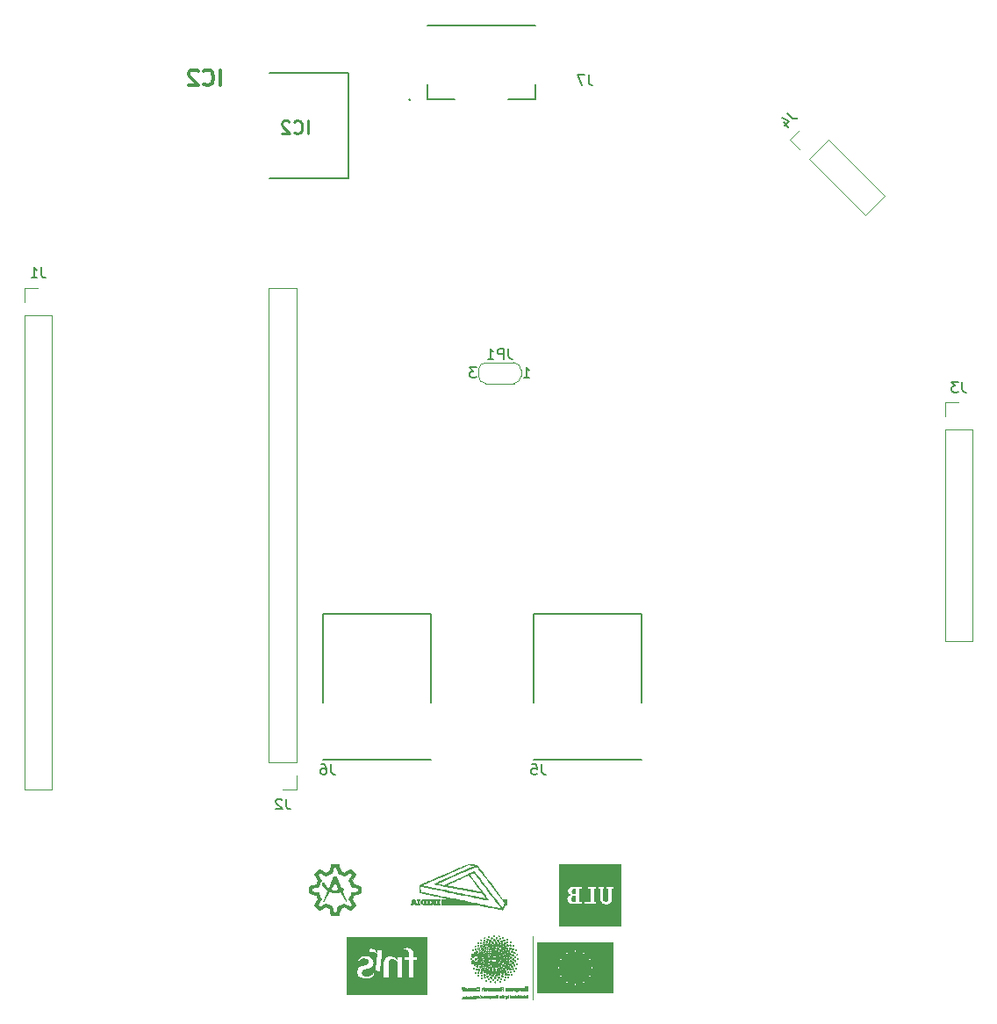
<source format=gbo>
%TF.GenerationSoftware,KiCad,Pcbnew,(5.1.5)-3*%
%TF.CreationDate,2021-01-12T11:59:14+01:00*%
%TF.ProjectId,smart_object_pcb,736d6172-745f-46f6-926a-6563745f7063,rev?*%
%TF.SameCoordinates,Original*%
%TF.FileFunction,Legend,Bot*%
%TF.FilePolarity,Positive*%
%FSLAX46Y46*%
G04 Gerber Fmt 4.6, Leading zero omitted, Abs format (unit mm)*
G04 Created by KiCad (PCBNEW (5.1.5)-3) date 2021-01-12 11:59:14*
%MOMM*%
%LPD*%
G04 APERTURE LIST*
%ADD10C,0.300000*%
%ADD11C,0.150000*%
%ADD12C,0.010000*%
%ADD13C,0.120000*%
%ADD14C,0.200000*%
%ADD15C,0.254000*%
G04 APERTURE END LIST*
D10*
X126361285Y-65964571D02*
X126361285Y-64464571D01*
X124789857Y-65821714D02*
X124861285Y-65893142D01*
X125075571Y-65964571D01*
X125218428Y-65964571D01*
X125432714Y-65893142D01*
X125575571Y-65750285D01*
X125647000Y-65607428D01*
X125718428Y-65321714D01*
X125718428Y-65107428D01*
X125647000Y-64821714D01*
X125575571Y-64678857D01*
X125432714Y-64536000D01*
X125218428Y-64464571D01*
X125075571Y-64464571D01*
X124861285Y-64536000D01*
X124789857Y-64607428D01*
X124218428Y-64607428D02*
X124147000Y-64536000D01*
X124004142Y-64464571D01*
X123647000Y-64464571D01*
X123504142Y-64536000D01*
X123432714Y-64607428D01*
X123361285Y-64750285D01*
X123361285Y-64893142D01*
X123432714Y-65107428D01*
X124289857Y-65964571D01*
X123361285Y-65964571D01*
D11*
%TO.C,J7*%
X156780000Y-67255000D02*
X156780000Y-65855000D01*
X154180000Y-67255000D02*
X156780000Y-67255000D01*
X146370000Y-67255000D02*
X146370000Y-65855000D01*
X148970000Y-67255000D02*
X146370000Y-67255000D01*
X156780000Y-60145000D02*
X146370000Y-60145000D01*
%TO.C,J5*%
X167003000Y-131002000D02*
X156593000Y-131002000D01*
X167003000Y-116902000D02*
X156593000Y-116902000D01*
X167003000Y-125452000D02*
X167003000Y-116902000D01*
X156593000Y-125452000D02*
X156593000Y-116902000D01*
D12*
%TO.C,G\002A\002A\002A*%
G36*
X156509710Y-147966350D02*
G01*
X156508438Y-154089020D01*
X156536379Y-154089021D01*
X156536379Y-147964815D01*
X156509710Y-147966350D01*
G37*
X156509710Y-147966350D02*
X156508438Y-154089020D01*
X156536379Y-154089021D01*
X156536379Y-147964815D01*
X156509710Y-147966350D01*
G36*
X152378057Y-153784577D02*
G01*
X152371012Y-153777946D01*
X152359305Y-153769741D01*
X152345070Y-153765111D01*
X152327789Y-153763798D01*
X152310425Y-153765538D01*
X152296559Y-153770593D01*
X152285489Y-153779408D01*
X152276523Y-153792431D01*
X152273538Y-153798540D01*
X152271256Y-153804112D01*
X152269687Y-153809625D01*
X152268714Y-153816168D01*
X152268216Y-153824822D01*
X152268075Y-153836670D01*
X152268132Y-153848088D01*
X152268546Y-153867287D01*
X152269595Y-153882323D01*
X152271511Y-153894102D01*
X152274538Y-153903523D01*
X152278913Y-153911491D01*
X152284874Y-153918906D01*
X152287644Y-153921806D01*
X152295333Y-153928900D01*
X152302252Y-153933150D01*
X152310652Y-153935802D01*
X152314392Y-153936589D01*
X152332041Y-153938004D01*
X152348522Y-153935408D01*
X152362766Y-153929018D01*
X152367004Y-153925939D01*
X152372785Y-153921433D01*
X152376848Y-153918665D01*
X152377805Y-153918254D01*
X152378272Y-153920658D01*
X152378721Y-153927349D01*
X152379117Y-153937542D01*
X152379430Y-153950448D01*
X152379633Y-153965229D01*
X152380042Y-154012216D01*
X152402901Y-154012017D01*
X152401417Y-153842004D01*
X152376746Y-153842219D01*
X152376818Y-153858436D01*
X152375567Y-153873916D01*
X152372985Y-153887246D01*
X152369385Y-153896467D01*
X152360939Y-153906529D01*
X152349757Y-153913242D01*
X152337085Y-153916298D01*
X152324177Y-153915381D01*
X152312853Y-153910560D01*
X152306324Y-153904647D01*
X152300033Y-153896272D01*
X152297832Y-153892398D01*
X152295021Y-153886312D01*
X152293163Y-153880439D01*
X152292049Y-153873466D01*
X152291476Y-153864079D01*
X152291238Y-153850973D01*
X152291232Y-153850425D01*
X152291229Y-153837176D01*
X152291620Y-153827696D01*
X152292579Y-153820676D01*
X152294294Y-153814807D01*
X152296949Y-153808781D01*
X152297100Y-153808474D01*
X152303900Y-153797089D01*
X152311639Y-153789963D01*
X152321589Y-153786296D01*
X152333610Y-153785285D01*
X152347139Y-153786441D01*
X152357342Y-153790585D01*
X152365381Y-153798305D01*
X152368709Y-153803285D01*
X152372684Y-153813228D01*
X152375366Y-153826679D01*
X152376746Y-153842219D01*
X152401417Y-153842004D01*
X152400730Y-153763108D01*
X152377870Y-153763307D01*
X152378057Y-153784577D01*
G37*
X152378057Y-153784577D02*
X152371012Y-153777946D01*
X152359305Y-153769741D01*
X152345070Y-153765111D01*
X152327789Y-153763798D01*
X152310425Y-153765538D01*
X152296559Y-153770593D01*
X152285489Y-153779408D01*
X152276523Y-153792431D01*
X152273538Y-153798540D01*
X152271256Y-153804112D01*
X152269687Y-153809625D01*
X152268714Y-153816168D01*
X152268216Y-153824822D01*
X152268075Y-153836670D01*
X152268132Y-153848088D01*
X152268546Y-153867287D01*
X152269595Y-153882323D01*
X152271511Y-153894102D01*
X152274538Y-153903523D01*
X152278913Y-153911491D01*
X152284874Y-153918906D01*
X152287644Y-153921806D01*
X152295333Y-153928900D01*
X152302252Y-153933150D01*
X152310652Y-153935802D01*
X152314392Y-153936589D01*
X152332041Y-153938004D01*
X152348522Y-153935408D01*
X152362766Y-153929018D01*
X152367004Y-153925939D01*
X152372785Y-153921433D01*
X152376848Y-153918665D01*
X152377805Y-153918254D01*
X152378272Y-153920658D01*
X152378721Y-153927349D01*
X152379117Y-153937542D01*
X152379430Y-153950448D01*
X152379633Y-153965229D01*
X152380042Y-154012216D01*
X152402901Y-154012017D01*
X152401417Y-153842004D01*
X152376746Y-153842219D01*
X152376818Y-153858436D01*
X152375567Y-153873916D01*
X152372985Y-153887246D01*
X152369385Y-153896467D01*
X152360939Y-153906529D01*
X152349757Y-153913242D01*
X152337085Y-153916298D01*
X152324177Y-153915381D01*
X152312853Y-153910560D01*
X152306324Y-153904647D01*
X152300033Y-153896272D01*
X152297832Y-153892398D01*
X152295021Y-153886312D01*
X152293163Y-153880439D01*
X152292049Y-153873466D01*
X152291476Y-153864079D01*
X152291238Y-153850973D01*
X152291232Y-153850425D01*
X152291229Y-153837176D01*
X152291620Y-153827696D01*
X152292579Y-153820676D01*
X152294294Y-153814807D01*
X152296949Y-153808781D01*
X152297100Y-153808474D01*
X152303900Y-153797089D01*
X152311639Y-153789963D01*
X152321589Y-153786296D01*
X152333610Y-153785285D01*
X152347139Y-153786441D01*
X152357342Y-153790585D01*
X152365381Y-153798305D01*
X152368709Y-153803285D01*
X152372684Y-153813228D01*
X152375366Y-153826679D01*
X152376746Y-153842219D01*
X152401417Y-153842004D01*
X152400730Y-153763108D01*
X152377870Y-153763307D01*
X152378057Y-153784577D01*
G36*
X153945975Y-153785820D02*
G01*
X153940428Y-153802309D01*
X153934295Y-153820658D01*
X153928309Y-153838677D01*
X153923203Y-153854168D01*
X153923028Y-153854697D01*
X153919015Y-153866424D01*
X153915413Y-153875977D01*
X153912557Y-153882546D01*
X153910784Y-153885313D01*
X153910521Y-153885288D01*
X153909250Y-153882451D01*
X153906585Y-153875435D01*
X153902750Y-153864883D01*
X153897975Y-153851431D01*
X153892489Y-153835715D01*
X153886522Y-153818376D01*
X153885991Y-153816823D01*
X153863291Y-153750345D01*
X153850804Y-153750452D01*
X153842693Y-153751091D01*
X153838660Y-153752718D01*
X153838340Y-153753522D01*
X153839245Y-153756958D01*
X153841791Y-153764540D01*
X153845751Y-153775679D01*
X153850904Y-153789795D01*
X153857029Y-153806303D01*
X153863898Y-153824620D01*
X153871294Y-153844163D01*
X153878985Y-153864350D01*
X153886757Y-153884594D01*
X153894382Y-153904314D01*
X153901635Y-153922929D01*
X153908298Y-153939851D01*
X153914142Y-153954498D01*
X153918950Y-153966290D01*
X153922491Y-153974638D01*
X153924549Y-153978966D01*
X153924744Y-153979272D01*
X153932856Y-153986800D01*
X153944114Y-153992493D01*
X153956684Y-153995530D01*
X153961745Y-153995819D01*
X153972541Y-153995780D01*
X153972440Y-153984351D01*
X153972193Y-153977327D01*
X153970874Y-153974013D01*
X153967380Y-153973035D01*
X153963284Y-153973000D01*
X153955647Y-153972535D01*
X153949622Y-153970527D01*
X153944585Y-153966282D01*
X153939914Y-153959109D01*
X153934985Y-153948311D01*
X153930310Y-153936260D01*
X153923989Y-153919307D01*
X153953558Y-153836567D01*
X153960494Y-153817099D01*
X153966850Y-153799131D01*
X153972430Y-153783227D01*
X153977040Y-153769953D01*
X153980482Y-153759873D01*
X153982559Y-153753548D01*
X153983109Y-153751562D01*
X153980815Y-153750279D01*
X153974989Y-153749512D01*
X153970666Y-153749406D01*
X153958246Y-153749516D01*
X153945975Y-153785820D01*
G37*
X153945975Y-153785820D02*
X153940428Y-153802309D01*
X153934295Y-153820658D01*
X153928309Y-153838677D01*
X153923203Y-153854168D01*
X153923028Y-153854697D01*
X153919015Y-153866424D01*
X153915413Y-153875977D01*
X153912557Y-153882546D01*
X153910784Y-153885313D01*
X153910521Y-153885288D01*
X153909250Y-153882451D01*
X153906585Y-153875435D01*
X153902750Y-153864883D01*
X153897975Y-153851431D01*
X153892489Y-153835715D01*
X153886522Y-153818376D01*
X153885991Y-153816823D01*
X153863291Y-153750345D01*
X153850804Y-153750452D01*
X153842693Y-153751091D01*
X153838660Y-153752718D01*
X153838340Y-153753522D01*
X153839245Y-153756958D01*
X153841791Y-153764540D01*
X153845751Y-153775679D01*
X153850904Y-153789795D01*
X153857029Y-153806303D01*
X153863898Y-153824620D01*
X153871294Y-153844163D01*
X153878985Y-153864350D01*
X153886757Y-153884594D01*
X153894382Y-153904314D01*
X153901635Y-153922929D01*
X153908298Y-153939851D01*
X153914142Y-153954498D01*
X153918950Y-153966290D01*
X153922491Y-153974638D01*
X153924549Y-153978966D01*
X153924744Y-153979272D01*
X153932856Y-153986800D01*
X153944114Y-153992493D01*
X153956684Y-153995530D01*
X153961745Y-153995819D01*
X153972541Y-153995780D01*
X153972440Y-153984351D01*
X153972193Y-153977327D01*
X153970874Y-153974013D01*
X153967380Y-153973035D01*
X153963284Y-153973000D01*
X153955647Y-153972535D01*
X153949622Y-153970527D01*
X153944585Y-153966282D01*
X153939914Y-153959109D01*
X153934985Y-153948311D01*
X153930310Y-153936260D01*
X153923989Y-153919307D01*
X153953558Y-153836567D01*
X153960494Y-153817099D01*
X153966850Y-153799131D01*
X153972430Y-153783227D01*
X153977040Y-153769953D01*
X153980482Y-153759873D01*
X153982559Y-153753548D01*
X153983109Y-153751562D01*
X153980815Y-153750279D01*
X153974989Y-153749512D01*
X153970666Y-153749406D01*
X153958246Y-153749516D01*
X153945975Y-153785820D01*
G36*
X155760576Y-153735168D02*
G01*
X155751106Y-153735728D01*
X155743934Y-153736856D01*
X155737669Y-153738775D01*
X155730917Y-153741720D01*
X155729979Y-153742167D01*
X155722457Y-153746096D01*
X155717207Y-153749450D01*
X155715453Y-153751345D01*
X155717160Y-153754361D01*
X155721358Y-153759058D01*
X155722606Y-153760265D01*
X155729738Y-153766979D01*
X155741030Y-153761249D01*
X155751194Y-153757571D01*
X155763775Y-153755118D01*
X155776930Y-153754049D01*
X155788831Y-153754522D01*
X155796933Y-153756394D01*
X155806359Y-153762345D01*
X155812287Y-153770447D01*
X155814772Y-153779635D01*
X155813873Y-153788851D01*
X155809645Y-153797029D01*
X155802142Y-153803108D01*
X155794319Y-153805662D01*
X155787994Y-153806623D01*
X155778296Y-153807944D01*
X155766898Y-153809412D01*
X155761691Y-153810056D01*
X155742845Y-153813409D01*
X155728527Y-153818529D01*
X155718383Y-153825743D01*
X155712068Y-153835386D01*
X155709232Y-153847789D01*
X155709241Y-153859991D01*
X155712155Y-153874941D01*
X155718762Y-153886741D01*
X155729501Y-153895991D01*
X155738431Y-153900720D01*
X155752324Y-153905088D01*
X155768994Y-153907504D01*
X155786474Y-153907832D01*
X155802795Y-153905937D01*
X155805701Y-153905294D01*
X155818097Y-153901458D01*
X155829668Y-153896436D01*
X155838916Y-153890957D01*
X155843611Y-153886772D01*
X155845271Y-153883650D01*
X155844149Y-153880346D01*
X155839695Y-153875405D01*
X155839150Y-153874868D01*
X155831288Y-153867141D01*
X155822827Y-153873542D01*
X155812465Y-153879991D01*
X155801120Y-153883919D01*
X155787237Y-153885757D01*
X155778648Y-153886036D01*
X155761299Y-153884945D01*
X155748166Y-153881258D01*
X155739028Y-153874857D01*
X155733671Y-153865630D01*
X155732647Y-153861706D01*
X155732048Y-153851751D01*
X155734862Y-153843961D01*
X155741457Y-153838042D01*
X155752195Y-153833721D01*
X155767438Y-153830713D01*
X155773693Y-153829937D01*
X155790045Y-153827926D01*
X155802328Y-153825785D01*
X155811549Y-153823217D01*
X155818718Y-153819916D01*
X155824840Y-153815585D01*
X155826492Y-153814157D01*
X155834615Y-153803687D01*
X155838893Y-153790940D01*
X155839215Y-153777088D01*
X155835473Y-153763301D01*
X155832011Y-153756753D01*
X155826628Y-153750525D01*
X155818925Y-153744175D01*
X155814845Y-153741545D01*
X155809310Y-153738562D01*
X155804243Y-153736607D01*
X155798382Y-153735481D01*
X155790456Y-153734983D01*
X155779207Y-153734903D01*
X155773733Y-153734942D01*
X155760576Y-153735168D01*
G37*
X155760576Y-153735168D02*
X155751106Y-153735728D01*
X155743934Y-153736856D01*
X155737669Y-153738775D01*
X155730917Y-153741720D01*
X155729979Y-153742167D01*
X155722457Y-153746096D01*
X155717207Y-153749450D01*
X155715453Y-153751345D01*
X155717160Y-153754361D01*
X155721358Y-153759058D01*
X155722606Y-153760265D01*
X155729738Y-153766979D01*
X155741030Y-153761249D01*
X155751194Y-153757571D01*
X155763775Y-153755118D01*
X155776930Y-153754049D01*
X155788831Y-153754522D01*
X155796933Y-153756394D01*
X155806359Y-153762345D01*
X155812287Y-153770447D01*
X155814772Y-153779635D01*
X155813873Y-153788851D01*
X155809645Y-153797029D01*
X155802142Y-153803108D01*
X155794319Y-153805662D01*
X155787994Y-153806623D01*
X155778296Y-153807944D01*
X155766898Y-153809412D01*
X155761691Y-153810056D01*
X155742845Y-153813409D01*
X155728527Y-153818529D01*
X155718383Y-153825743D01*
X155712068Y-153835386D01*
X155709232Y-153847789D01*
X155709241Y-153859991D01*
X155712155Y-153874941D01*
X155718762Y-153886741D01*
X155729501Y-153895991D01*
X155738431Y-153900720D01*
X155752324Y-153905088D01*
X155768994Y-153907504D01*
X155786474Y-153907832D01*
X155802795Y-153905937D01*
X155805701Y-153905294D01*
X155818097Y-153901458D01*
X155829668Y-153896436D01*
X155838916Y-153890957D01*
X155843611Y-153886772D01*
X155845271Y-153883650D01*
X155844149Y-153880346D01*
X155839695Y-153875405D01*
X155839150Y-153874868D01*
X155831288Y-153867141D01*
X155822827Y-153873542D01*
X155812465Y-153879991D01*
X155801120Y-153883919D01*
X155787237Y-153885757D01*
X155778648Y-153886036D01*
X155761299Y-153884945D01*
X155748166Y-153881258D01*
X155739028Y-153874857D01*
X155733671Y-153865630D01*
X155732647Y-153861706D01*
X155732048Y-153851751D01*
X155734862Y-153843961D01*
X155741457Y-153838042D01*
X155752195Y-153833721D01*
X155767438Y-153830713D01*
X155773693Y-153829937D01*
X155790045Y-153827926D01*
X155802328Y-153825785D01*
X155811549Y-153823217D01*
X155818718Y-153819916D01*
X155824840Y-153815585D01*
X155826492Y-153814157D01*
X155834615Y-153803687D01*
X155838893Y-153790940D01*
X155839215Y-153777088D01*
X155835473Y-153763301D01*
X155832011Y-153756753D01*
X155826628Y-153750525D01*
X155818925Y-153744175D01*
X155814845Y-153741545D01*
X155809310Y-153738562D01*
X155804243Y-153736607D01*
X155798382Y-153735481D01*
X155790456Y-153734983D01*
X155779207Y-153734903D01*
X155773733Y-153734942D01*
X155760576Y-153735168D01*
G36*
X155474238Y-153737377D02*
G01*
X155458535Y-153740884D01*
X155446361Y-153746909D01*
X155437141Y-153755717D01*
X155431712Y-153764521D01*
X155430017Y-153768158D01*
X155428707Y-153771816D01*
X155427745Y-153776165D01*
X155427084Y-153781881D01*
X155426682Y-153789641D01*
X155426493Y-153800116D01*
X155426476Y-153813984D01*
X155426590Y-153831916D01*
X155426680Y-153842653D01*
X155427261Y-153909421D01*
X155438692Y-153909322D01*
X155445717Y-153909040D01*
X155449036Y-153907735D01*
X155450015Y-153904477D01*
X155450054Y-153901604D01*
X155450302Y-153896241D01*
X155451800Y-153894453D01*
X155455499Y-153896101D01*
X155461058Y-153900092D01*
X155473857Y-153906738D01*
X155489836Y-153910259D01*
X155508075Y-153910533D01*
X155523428Y-153908388D01*
X155537358Y-153903036D01*
X155549098Y-153893584D01*
X155556863Y-153882317D01*
X155560860Y-153869373D01*
X155561120Y-153860207D01*
X155538089Y-153860407D01*
X155535866Y-153871286D01*
X155529189Y-153880236D01*
X155526350Y-153882435D01*
X155517523Y-153886232D01*
X155505683Y-153888401D01*
X155492644Y-153888899D01*
X155480220Y-153887682D01*
X155470219Y-153884710D01*
X155468453Y-153883772D01*
X155460435Y-153877681D01*
X155455121Y-153870038D01*
X155451883Y-153859617D01*
X155450368Y-153848509D01*
X155448698Y-153830490D01*
X155481450Y-153830209D01*
X155498714Y-153830367D01*
X155511685Y-153831348D01*
X155521118Y-153833404D01*
X155527771Y-153836787D01*
X155532398Y-153841751D01*
X155535661Y-153848313D01*
X155538089Y-153860407D01*
X155561120Y-153860207D01*
X155561264Y-153855166D01*
X155558228Y-153841487D01*
X155552486Y-153830860D01*
X155546169Y-153823950D01*
X155538869Y-153818773D01*
X155529758Y-153815074D01*
X155518010Y-153812601D01*
X155502789Y-153811103D01*
X155485151Y-153810369D01*
X155448602Y-153809448D01*
X155450068Y-153793922D01*
X155453112Y-153779268D01*
X155459281Y-153768436D01*
X155468846Y-153761188D01*
X155482081Y-153757295D01*
X155493709Y-153756440D01*
X155507695Y-153757145D01*
X155518362Y-153759870D01*
X155527234Y-153765102D01*
X155530865Y-153768233D01*
X155537964Y-153774888D01*
X155554215Y-153758091D01*
X155544685Y-153749884D01*
X155535467Y-153743339D01*
X155525127Y-153739083D01*
X155512437Y-153736786D01*
X155496187Y-153736115D01*
X155494038Y-153736126D01*
X155474238Y-153737377D01*
G37*
X155474238Y-153737377D02*
X155458535Y-153740884D01*
X155446361Y-153746909D01*
X155437141Y-153755717D01*
X155431712Y-153764521D01*
X155430017Y-153768158D01*
X155428707Y-153771816D01*
X155427745Y-153776165D01*
X155427084Y-153781881D01*
X155426682Y-153789641D01*
X155426493Y-153800116D01*
X155426476Y-153813984D01*
X155426590Y-153831916D01*
X155426680Y-153842653D01*
X155427261Y-153909421D01*
X155438692Y-153909322D01*
X155445717Y-153909040D01*
X155449036Y-153907735D01*
X155450015Y-153904477D01*
X155450054Y-153901604D01*
X155450302Y-153896241D01*
X155451800Y-153894453D01*
X155455499Y-153896101D01*
X155461058Y-153900092D01*
X155473857Y-153906738D01*
X155489836Y-153910259D01*
X155508075Y-153910533D01*
X155523428Y-153908388D01*
X155537358Y-153903036D01*
X155549098Y-153893584D01*
X155556863Y-153882317D01*
X155560860Y-153869373D01*
X155561120Y-153860207D01*
X155538089Y-153860407D01*
X155535866Y-153871286D01*
X155529189Y-153880236D01*
X155526350Y-153882435D01*
X155517523Y-153886232D01*
X155505683Y-153888401D01*
X155492644Y-153888899D01*
X155480220Y-153887682D01*
X155470219Y-153884710D01*
X155468453Y-153883772D01*
X155460435Y-153877681D01*
X155455121Y-153870038D01*
X155451883Y-153859617D01*
X155450368Y-153848509D01*
X155448698Y-153830490D01*
X155481450Y-153830209D01*
X155498714Y-153830367D01*
X155511685Y-153831348D01*
X155521118Y-153833404D01*
X155527771Y-153836787D01*
X155532398Y-153841751D01*
X155535661Y-153848313D01*
X155538089Y-153860407D01*
X155561120Y-153860207D01*
X155561264Y-153855166D01*
X155558228Y-153841487D01*
X155552486Y-153830860D01*
X155546169Y-153823950D01*
X155538869Y-153818773D01*
X155529758Y-153815074D01*
X155518010Y-153812601D01*
X155502789Y-153811103D01*
X155485151Y-153810369D01*
X155448602Y-153809448D01*
X155450068Y-153793922D01*
X155453112Y-153779268D01*
X155459281Y-153768436D01*
X155468846Y-153761188D01*
X155482081Y-153757295D01*
X155493709Y-153756440D01*
X155507695Y-153757145D01*
X155518362Y-153759870D01*
X155527234Y-153765102D01*
X155530865Y-153768233D01*
X155537964Y-153774888D01*
X155554215Y-153758091D01*
X155544685Y-153749884D01*
X155535467Y-153743339D01*
X155525127Y-153739083D01*
X155512437Y-153736786D01*
X155496187Y-153736115D01*
X155494038Y-153736126D01*
X155474238Y-153737377D01*
G36*
X155339583Y-153758731D02*
G01*
X155332541Y-153752258D01*
X155322315Y-153744445D01*
X155311472Y-153739891D01*
X155298334Y-153738013D01*
X155291184Y-153737881D01*
X155273363Y-153739648D01*
X155258698Y-153744724D01*
X155247075Y-153753291D01*
X155238378Y-153765535D01*
X155232490Y-153781636D01*
X155229296Y-153801776D01*
X155228682Y-153826132D01*
X155229056Y-153835681D01*
X155230896Y-153855526D01*
X155234274Y-153871321D01*
X155239502Y-153883945D01*
X155246904Y-153894282D01*
X155251913Y-153899223D01*
X155264795Y-153907406D01*
X155280175Y-153911841D01*
X155296929Y-153912342D01*
X155312662Y-153909148D01*
X155321739Y-153904919D01*
X155330440Y-153898864D01*
X155332243Y-153897217D01*
X155340718Y-153888859D01*
X155340905Y-153910176D01*
X155363765Y-153909977D01*
X155363004Y-153822974D01*
X155338797Y-153823186D01*
X155338801Y-153823830D01*
X155338801Y-153837023D01*
X155338405Y-153846468D01*
X155337424Y-153853490D01*
X155335670Y-153859421D01*
X155332958Y-153865584D01*
X155332858Y-153865791D01*
X155324828Y-153878232D01*
X155314819Y-153886147D01*
X155302338Y-153889858D01*
X155296278Y-153890246D01*
X155284691Y-153889167D01*
X155275487Y-153885328D01*
X155274517Y-153884709D01*
X155267448Y-153878725D01*
X155261574Y-153871640D01*
X155261123Y-153870914D01*
X155257532Y-153861736D01*
X155255035Y-153848984D01*
X155253643Y-153834042D01*
X155253374Y-153818273D01*
X155254240Y-153803058D01*
X155256256Y-153789772D01*
X155259434Y-153779790D01*
X155260176Y-153778368D01*
X155267457Y-153768523D01*
X155276314Y-153762546D01*
X155287936Y-153759801D01*
X155295137Y-153759439D01*
X155308164Y-153760424D01*
X155317897Y-153764169D01*
X155325622Y-153771457D01*
X155332128Y-153782108D01*
X155334978Y-153788184D01*
X155336859Y-153794010D01*
X155337983Y-153800908D01*
X155338557Y-153810194D01*
X155338797Y-153823186D01*
X155363004Y-153822974D01*
X155361591Y-153661066D01*
X155338733Y-153661266D01*
X155339583Y-153758731D01*
G37*
X155339583Y-153758731D02*
X155332541Y-153752258D01*
X155322315Y-153744445D01*
X155311472Y-153739891D01*
X155298334Y-153738013D01*
X155291184Y-153737881D01*
X155273363Y-153739648D01*
X155258698Y-153744724D01*
X155247075Y-153753291D01*
X155238378Y-153765535D01*
X155232490Y-153781636D01*
X155229296Y-153801776D01*
X155228682Y-153826132D01*
X155229056Y-153835681D01*
X155230896Y-153855526D01*
X155234274Y-153871321D01*
X155239502Y-153883945D01*
X155246904Y-153894282D01*
X155251913Y-153899223D01*
X155264795Y-153907406D01*
X155280175Y-153911841D01*
X155296929Y-153912342D01*
X155312662Y-153909148D01*
X155321739Y-153904919D01*
X155330440Y-153898864D01*
X155332243Y-153897217D01*
X155340718Y-153888859D01*
X155340905Y-153910176D01*
X155363765Y-153909977D01*
X155363004Y-153822974D01*
X155338797Y-153823186D01*
X155338801Y-153823830D01*
X155338801Y-153837023D01*
X155338405Y-153846468D01*
X155337424Y-153853490D01*
X155335670Y-153859421D01*
X155332958Y-153865584D01*
X155332858Y-153865791D01*
X155324828Y-153878232D01*
X155314819Y-153886147D01*
X155302338Y-153889858D01*
X155296278Y-153890246D01*
X155284691Y-153889167D01*
X155275487Y-153885328D01*
X155274517Y-153884709D01*
X155267448Y-153878725D01*
X155261574Y-153871640D01*
X155261123Y-153870914D01*
X155257532Y-153861736D01*
X155255035Y-153848984D01*
X155253643Y-153834042D01*
X155253374Y-153818273D01*
X155254240Y-153803058D01*
X155256256Y-153789772D01*
X155259434Y-153779790D01*
X155260176Y-153778368D01*
X155267457Y-153768523D01*
X155276314Y-153762546D01*
X155287936Y-153759801D01*
X155295137Y-153759439D01*
X155308164Y-153760424D01*
X155317897Y-153764169D01*
X155325622Y-153771457D01*
X155332128Y-153782108D01*
X155334978Y-153788184D01*
X155336859Y-153794010D01*
X155337983Y-153800908D01*
X155338557Y-153810194D01*
X155338797Y-153823186D01*
X155363004Y-153822974D01*
X155361591Y-153661066D01*
X155338733Y-153661266D01*
X155339583Y-153758731D01*
G36*
X154905603Y-153742392D02*
G01*
X154896117Y-153743732D01*
X154888277Y-153745921D01*
X154880356Y-153749336D01*
X154878816Y-153750096D01*
X154864142Y-153757433D01*
X154880696Y-153774215D01*
X154891075Y-153768759D01*
X154902113Y-153764679D01*
X154915488Y-153762248D01*
X154929365Y-153761574D01*
X154941900Y-153762775D01*
X154949657Y-153765128D01*
X154958565Y-153771553D01*
X154963894Y-153780164D01*
X154965462Y-153789760D01*
X154963089Y-153799146D01*
X154956590Y-153807116D01*
X154956133Y-153807470D01*
X154950856Y-153810225D01*
X154942424Y-153812612D01*
X154930097Y-153814810D01*
X154920343Y-153816133D01*
X154901606Y-153818975D01*
X154887237Y-153822444D01*
X154876532Y-153826892D01*
X154868791Y-153832682D01*
X154863304Y-153840170D01*
X154860440Y-153846585D01*
X154858053Y-153859301D01*
X154859253Y-153872935D01*
X154863606Y-153885935D01*
X154870667Y-153896754D01*
X154876044Y-153901567D01*
X154889232Y-153908324D01*
X154905592Y-153912937D01*
X154923600Y-153915195D01*
X154941720Y-153914877D01*
X154954833Y-153912733D01*
X154975140Y-153905938D01*
X154991627Y-153896372D01*
X154992784Y-153895477D01*
X154999089Y-153890502D01*
X154991007Y-153882504D01*
X154982924Y-153874510D01*
X154975278Y-153880053D01*
X154960963Y-153887840D01*
X154943866Y-153892240D01*
X154927001Y-153893468D01*
X154911279Y-153892566D01*
X154899491Y-153889343D01*
X154890908Y-153883479D01*
X154885085Y-153875229D01*
X154882130Y-153868126D01*
X154881899Y-153862160D01*
X154883248Y-153856942D01*
X154886340Y-153850095D01*
X154891117Y-153845148D01*
X154898460Y-153841649D01*
X154909258Y-153839151D01*
X154921541Y-153837510D01*
X154936304Y-153835789D01*
X154947132Y-153834218D01*
X154955145Y-153832534D01*
X154961471Y-153830479D01*
X154967236Y-153827793D01*
X154969954Y-153826306D01*
X154979426Y-153818219D01*
X154985838Y-153807097D01*
X154988886Y-153794169D01*
X154988269Y-153780662D01*
X154984127Y-153768642D01*
X154976114Y-153757141D01*
X154965512Y-153748909D01*
X154951839Y-153743749D01*
X154934612Y-153741462D01*
X154918445Y-153741537D01*
X154905603Y-153742392D01*
G37*
X154905603Y-153742392D02*
X154896117Y-153743732D01*
X154888277Y-153745921D01*
X154880356Y-153749336D01*
X154878816Y-153750096D01*
X154864142Y-153757433D01*
X154880696Y-153774215D01*
X154891075Y-153768759D01*
X154902113Y-153764679D01*
X154915488Y-153762248D01*
X154929365Y-153761574D01*
X154941900Y-153762775D01*
X154949657Y-153765128D01*
X154958565Y-153771553D01*
X154963894Y-153780164D01*
X154965462Y-153789760D01*
X154963089Y-153799146D01*
X154956590Y-153807116D01*
X154956133Y-153807470D01*
X154950856Y-153810225D01*
X154942424Y-153812612D01*
X154930097Y-153814810D01*
X154920343Y-153816133D01*
X154901606Y-153818975D01*
X154887237Y-153822444D01*
X154876532Y-153826892D01*
X154868791Y-153832682D01*
X154863304Y-153840170D01*
X154860440Y-153846585D01*
X154858053Y-153859301D01*
X154859253Y-153872935D01*
X154863606Y-153885935D01*
X154870667Y-153896754D01*
X154876044Y-153901567D01*
X154889232Y-153908324D01*
X154905592Y-153912937D01*
X154923600Y-153915195D01*
X154941720Y-153914877D01*
X154954833Y-153912733D01*
X154975140Y-153905938D01*
X154991627Y-153896372D01*
X154992784Y-153895477D01*
X154999089Y-153890502D01*
X154991007Y-153882504D01*
X154982924Y-153874510D01*
X154975278Y-153880053D01*
X154960963Y-153887840D01*
X154943866Y-153892240D01*
X154927001Y-153893468D01*
X154911279Y-153892566D01*
X154899491Y-153889343D01*
X154890908Y-153883479D01*
X154885085Y-153875229D01*
X154882130Y-153868126D01*
X154881899Y-153862160D01*
X154883248Y-153856942D01*
X154886340Y-153850095D01*
X154891117Y-153845148D01*
X154898460Y-153841649D01*
X154909258Y-153839151D01*
X154921541Y-153837510D01*
X154936304Y-153835789D01*
X154947132Y-153834218D01*
X154955145Y-153832534D01*
X154961471Y-153830479D01*
X154967236Y-153827793D01*
X154969954Y-153826306D01*
X154979426Y-153818219D01*
X154985838Y-153807097D01*
X154988886Y-153794169D01*
X154988269Y-153780662D01*
X154984127Y-153768642D01*
X154976114Y-153757141D01*
X154965512Y-153748909D01*
X154951839Y-153743749D01*
X154934612Y-153741462D01*
X154918445Y-153741537D01*
X154905603Y-153742392D01*
G36*
X154530079Y-153746561D02*
G01*
X154513873Y-153752754D01*
X154500752Y-153762971D01*
X154490736Y-153777192D01*
X154483839Y-153795396D01*
X154480084Y-153817567D01*
X154479878Y-153820039D01*
X154478444Y-153838960D01*
X154596026Y-153837933D01*
X154596076Y-153843820D01*
X154594200Y-153857272D01*
X154588960Y-153870765D01*
X154581276Y-153882126D01*
X154578792Y-153884650D01*
X154566662Y-153892530D01*
X154552351Y-153896594D01*
X154537083Y-153896794D01*
X154522079Y-153893090D01*
X154510944Y-153887183D01*
X154499227Y-153879075D01*
X154491987Y-153886133D01*
X154484748Y-153893193D01*
X154490372Y-153899075D01*
X154501281Y-153907333D01*
X154515561Y-153913587D01*
X154531793Y-153917534D01*
X154548560Y-153918865D01*
X154564444Y-153917269D01*
X154568893Y-153916152D01*
X154585550Y-153909363D01*
X154598695Y-153899627D01*
X154608498Y-153886662D01*
X154615118Y-153870199D01*
X154618719Y-153849952D01*
X154619536Y-153830107D01*
X154618790Y-153817413D01*
X154595848Y-153817613D01*
X154504413Y-153818412D01*
X154504376Y-153812698D01*
X154506523Y-153797629D01*
X154512713Y-153784583D01*
X154522273Y-153774273D01*
X154534539Y-153767402D01*
X154548837Y-153764688D01*
X154549664Y-153764675D01*
X154564096Y-153766889D01*
X154576602Y-153773331D01*
X154586506Y-153783299D01*
X154593122Y-153796101D01*
X154595768Y-153811033D01*
X154595785Y-153811900D01*
X154595848Y-153817613D01*
X154618790Y-153817413D01*
X154618298Y-153809099D01*
X154614671Y-153791776D01*
X154608355Y-153777193D01*
X154599041Y-153764400D01*
X154598245Y-153763520D01*
X154587597Y-153753945D01*
X154575925Y-153747925D01*
X154561922Y-153744952D01*
X154549353Y-153744413D01*
X154530079Y-153746561D01*
G37*
X154530079Y-153746561D02*
X154513873Y-153752754D01*
X154500752Y-153762971D01*
X154490736Y-153777192D01*
X154483839Y-153795396D01*
X154480084Y-153817567D01*
X154479878Y-153820039D01*
X154478444Y-153838960D01*
X154596026Y-153837933D01*
X154596076Y-153843820D01*
X154594200Y-153857272D01*
X154588960Y-153870765D01*
X154581276Y-153882126D01*
X154578792Y-153884650D01*
X154566662Y-153892530D01*
X154552351Y-153896594D01*
X154537083Y-153896794D01*
X154522079Y-153893090D01*
X154510944Y-153887183D01*
X154499227Y-153879075D01*
X154491987Y-153886133D01*
X154484748Y-153893193D01*
X154490372Y-153899075D01*
X154501281Y-153907333D01*
X154515561Y-153913587D01*
X154531793Y-153917534D01*
X154548560Y-153918865D01*
X154564444Y-153917269D01*
X154568893Y-153916152D01*
X154585550Y-153909363D01*
X154598695Y-153899627D01*
X154608498Y-153886662D01*
X154615118Y-153870199D01*
X154618719Y-153849952D01*
X154619536Y-153830107D01*
X154618790Y-153817413D01*
X154595848Y-153817613D01*
X154504413Y-153818412D01*
X154504376Y-153812698D01*
X154506523Y-153797629D01*
X154512713Y-153784583D01*
X154522273Y-153774273D01*
X154534539Y-153767402D01*
X154548837Y-153764688D01*
X154549664Y-153764675D01*
X154564096Y-153766889D01*
X154576602Y-153773331D01*
X154586506Y-153783299D01*
X154593122Y-153796101D01*
X154595768Y-153811033D01*
X154595785Y-153811900D01*
X154595848Y-153817613D01*
X154618790Y-153817413D01*
X154618298Y-153809099D01*
X154614671Y-153791776D01*
X154608355Y-153777193D01*
X154599041Y-153764400D01*
X154598245Y-153763520D01*
X154587597Y-153753945D01*
X154575925Y-153747925D01*
X154561922Y-153744952D01*
X154549353Y-153744413D01*
X154530079Y-153746561D01*
G36*
X154299544Y-153919264D02*
G01*
X154324943Y-153919041D01*
X154324781Y-153900376D01*
X154330541Y-153905553D01*
X154342999Y-153913647D01*
X154358102Y-153918696D01*
X154374217Y-153920379D01*
X154389703Y-153918387D01*
X154392650Y-153917498D01*
X154401420Y-153913817D01*
X154409567Y-153909274D01*
X154410831Y-153908403D01*
X154419380Y-153899337D01*
X154426229Y-153886212D01*
X154431198Y-153869808D01*
X154434105Y-153850917D01*
X154434685Y-153833059D01*
X154409287Y-153833282D01*
X154409309Y-153846675D01*
X154408976Y-153856250D01*
X154408121Y-153863255D01*
X154406562Y-153868941D01*
X154404128Y-153874568D01*
X154403313Y-153876217D01*
X154395772Y-153887563D01*
X154386402Y-153894549D01*
X154374395Y-153897621D01*
X154364729Y-153897729D01*
X154352138Y-153895837D01*
X154343179Y-153891945D01*
X154343089Y-153891885D01*
X154336618Y-153886295D01*
X154331899Y-153879611D01*
X154328678Y-153870983D01*
X154326694Y-153859555D01*
X154325697Y-153844476D01*
X154325460Y-153832672D01*
X154325449Y-153817886D01*
X154325784Y-153807132D01*
X154326570Y-153799364D01*
X154327909Y-153793545D01*
X154329836Y-153788769D01*
X154336980Y-153777985D01*
X154346356Y-153771219D01*
X154358757Y-153768004D01*
X154365933Y-153767587D01*
X154378781Y-153768579D01*
X154388457Y-153772396D01*
X154396202Y-153779812D01*
X154402562Y-153790221D01*
X154405363Y-153796116D01*
X154407234Y-153801733D01*
X154408375Y-153808339D01*
X154408983Y-153817193D01*
X154409251Y-153829553D01*
X154409287Y-153833282D01*
X154434685Y-153833059D01*
X154434772Y-153830327D01*
X154433237Y-153810441D01*
X154430210Y-153792782D01*
X154426076Y-153779159D01*
X154420414Y-153768572D01*
X154412808Y-153760028D01*
X154411824Y-153759160D01*
X154401389Y-153751877D01*
X154389906Y-153747658D01*
X154376007Y-153746121D01*
X154365284Y-153746372D01*
X154354633Y-153747309D01*
X154347054Y-153749007D01*
X154340550Y-153752092D01*
X154335098Y-153755741D01*
X154323590Y-153764002D01*
X154322771Y-153670131D01*
X154297372Y-153670353D01*
X154299544Y-153919264D01*
G37*
X154299544Y-153919264D02*
X154324943Y-153919041D01*
X154324781Y-153900376D01*
X154330541Y-153905553D01*
X154342999Y-153913647D01*
X154358102Y-153918696D01*
X154374217Y-153920379D01*
X154389703Y-153918387D01*
X154392650Y-153917498D01*
X154401420Y-153913817D01*
X154409567Y-153909274D01*
X154410831Y-153908403D01*
X154419380Y-153899337D01*
X154426229Y-153886212D01*
X154431198Y-153869808D01*
X154434105Y-153850917D01*
X154434685Y-153833059D01*
X154409287Y-153833282D01*
X154409309Y-153846675D01*
X154408976Y-153856250D01*
X154408121Y-153863255D01*
X154406562Y-153868941D01*
X154404128Y-153874568D01*
X154403313Y-153876217D01*
X154395772Y-153887563D01*
X154386402Y-153894549D01*
X154374395Y-153897621D01*
X154364729Y-153897729D01*
X154352138Y-153895837D01*
X154343179Y-153891945D01*
X154343089Y-153891885D01*
X154336618Y-153886295D01*
X154331899Y-153879611D01*
X154328678Y-153870983D01*
X154326694Y-153859555D01*
X154325697Y-153844476D01*
X154325460Y-153832672D01*
X154325449Y-153817886D01*
X154325784Y-153807132D01*
X154326570Y-153799364D01*
X154327909Y-153793545D01*
X154329836Y-153788769D01*
X154336980Y-153777985D01*
X154346356Y-153771219D01*
X154358757Y-153768004D01*
X154365933Y-153767587D01*
X154378781Y-153768579D01*
X154388457Y-153772396D01*
X154396202Y-153779812D01*
X154402562Y-153790221D01*
X154405363Y-153796116D01*
X154407234Y-153801733D01*
X154408375Y-153808339D01*
X154408983Y-153817193D01*
X154409251Y-153829553D01*
X154409287Y-153833282D01*
X154434685Y-153833059D01*
X154434772Y-153830327D01*
X154433237Y-153810441D01*
X154430210Y-153792782D01*
X154426076Y-153779159D01*
X154420414Y-153768572D01*
X154412808Y-153760028D01*
X154411824Y-153759160D01*
X154401389Y-153751877D01*
X154389906Y-153747658D01*
X154376007Y-153746121D01*
X154365284Y-153746372D01*
X154354633Y-153747309D01*
X154347054Y-153749007D01*
X154340550Y-153752092D01*
X154335098Y-153755741D01*
X154323590Y-153764002D01*
X154322771Y-153670131D01*
X154297372Y-153670353D01*
X154299544Y-153919264D01*
G36*
X154122966Y-153768990D02*
G01*
X154112879Y-153760035D01*
X154104789Y-153754023D01*
X154096054Y-153750349D01*
X154085366Y-153748693D01*
X154071408Y-153748736D01*
X154067247Y-153748975D01*
X154050818Y-153751795D01*
X154037871Y-153758066D01*
X154027888Y-153768111D01*
X154022963Y-153776370D01*
X154016683Y-153793547D01*
X154012960Y-153813870D01*
X154011887Y-153836037D01*
X154013558Y-153858748D01*
X154015943Y-153872207D01*
X154021917Y-153890480D01*
X154030893Y-153904670D01*
X154042860Y-153914761D01*
X154044644Y-153915776D01*
X154057522Y-153920500D01*
X154072591Y-153922605D01*
X154087576Y-153921909D01*
X154096049Y-153919919D01*
X154105139Y-153915584D01*
X154113849Y-153909467D01*
X154115630Y-153907836D01*
X154124105Y-153899478D01*
X154124290Y-153920791D01*
X154149691Y-153920571D01*
X154148831Y-153822139D01*
X154122880Y-153822367D01*
X154123018Y-153843942D01*
X154120923Y-153863552D01*
X154116442Y-153878788D01*
X154109427Y-153889834D01*
X154099730Y-153896870D01*
X154087199Y-153900088D01*
X154077722Y-153900232D01*
X154065105Y-153898335D01*
X154056271Y-153894419D01*
X154056253Y-153894406D01*
X154049698Y-153888668D01*
X154044928Y-153881921D01*
X154041676Y-153873290D01*
X154039686Y-153861907D01*
X154038693Y-153846898D01*
X154038461Y-153835179D01*
X154038421Y-153820946D01*
X154038666Y-153810696D01*
X154039326Y-153803331D01*
X154040539Y-153797750D01*
X154042434Y-153792865D01*
X154043930Y-153789853D01*
X154052026Y-153779467D01*
X154063088Y-153772443D01*
X154075958Y-153769181D01*
X154089484Y-153770071D01*
X154095889Y-153772097D01*
X154106764Y-153778913D01*
X154114845Y-153789448D01*
X154120193Y-153803874D01*
X154122880Y-153822367D01*
X154148831Y-153822139D01*
X154147518Y-153671660D01*
X154122119Y-153671882D01*
X154122966Y-153768990D01*
G37*
X154122966Y-153768990D02*
X154112879Y-153760035D01*
X154104789Y-153754023D01*
X154096054Y-153750349D01*
X154085366Y-153748693D01*
X154071408Y-153748736D01*
X154067247Y-153748975D01*
X154050818Y-153751795D01*
X154037871Y-153758066D01*
X154027888Y-153768111D01*
X154022963Y-153776370D01*
X154016683Y-153793547D01*
X154012960Y-153813870D01*
X154011887Y-153836037D01*
X154013558Y-153858748D01*
X154015943Y-153872207D01*
X154021917Y-153890480D01*
X154030893Y-153904670D01*
X154042860Y-153914761D01*
X154044644Y-153915776D01*
X154057522Y-153920500D01*
X154072591Y-153922605D01*
X154087576Y-153921909D01*
X154096049Y-153919919D01*
X154105139Y-153915584D01*
X154113849Y-153909467D01*
X154115630Y-153907836D01*
X154124105Y-153899478D01*
X154124290Y-153920791D01*
X154149691Y-153920571D01*
X154148831Y-153822139D01*
X154122880Y-153822367D01*
X154123018Y-153843942D01*
X154120923Y-153863552D01*
X154116442Y-153878788D01*
X154109427Y-153889834D01*
X154099730Y-153896870D01*
X154087199Y-153900088D01*
X154077722Y-153900232D01*
X154065105Y-153898335D01*
X154056271Y-153894419D01*
X154056253Y-153894406D01*
X154049698Y-153888668D01*
X154044928Y-153881921D01*
X154041676Y-153873290D01*
X154039686Y-153861907D01*
X154038693Y-153846898D01*
X154038461Y-153835179D01*
X154038421Y-153820946D01*
X154038666Y-153810696D01*
X154039326Y-153803331D01*
X154040539Y-153797750D01*
X154042434Y-153792865D01*
X154043930Y-153789853D01*
X154052026Y-153779467D01*
X154063088Y-153772443D01*
X154075958Y-153769181D01*
X154089484Y-153770071D01*
X154095889Y-153772097D01*
X154106764Y-153778913D01*
X154114845Y-153789448D01*
X154120193Y-153803874D01*
X154122880Y-153822367D01*
X154148831Y-153822139D01*
X154147518Y-153671660D01*
X154122119Y-153671882D01*
X154122966Y-153768990D01*
G36*
X153321977Y-153756865D02*
G01*
X153307230Y-153761859D01*
X153295002Y-153769313D01*
X153290636Y-153773428D01*
X153282586Y-153785284D01*
X153276189Y-153800590D01*
X153271980Y-153817836D01*
X153270679Y-153829316D01*
X153269471Y-153849511D01*
X153387609Y-153848480D01*
X153385914Y-153860498D01*
X153381851Y-153876143D01*
X153374749Y-153889342D01*
X153365203Y-153899327D01*
X153353811Y-153905325D01*
X153350511Y-153906158D01*
X153333598Y-153907461D01*
X153317466Y-153904931D01*
X153303565Y-153898811D01*
X153302181Y-153897895D01*
X153290694Y-153889943D01*
X153283211Y-153895579D01*
X153277574Y-153900487D01*
X153276235Y-153904330D01*
X153279043Y-153908487D01*
X153281526Y-153910748D01*
X153294826Y-153919321D01*
X153311192Y-153925453D01*
X153329058Y-153928788D01*
X153346863Y-153928975D01*
X153356413Y-153927535D01*
X153373281Y-153921438D01*
X153387255Y-153911215D01*
X153398436Y-153896782D01*
X153403121Y-153887715D01*
X153405492Y-153881899D01*
X153407091Y-153876138D01*
X153408055Y-153869283D01*
X153408513Y-153860172D01*
X153408600Y-153847657D01*
X153408554Y-153840675D01*
X153408389Y-153827975D01*
X153387300Y-153828160D01*
X153295417Y-153828964D01*
X153295402Y-153820705D01*
X153297549Y-153808064D01*
X153303403Y-153796032D01*
X153312021Y-153785841D01*
X153322457Y-153778724D01*
X153329485Y-153776382D01*
X153345381Y-153775429D01*
X153359224Y-153778999D01*
X153370648Y-153786828D01*
X153379288Y-153798641D01*
X153384778Y-153814173D01*
X153385410Y-153817381D01*
X153387300Y-153828160D01*
X153408389Y-153827975D01*
X153408372Y-153826619D01*
X153407985Y-153816469D01*
X153407212Y-153809053D01*
X153405872Y-153803192D01*
X153403781Y-153797718D01*
X153400991Y-153791908D01*
X153391137Y-153776468D01*
X153379055Y-153765368D01*
X153364319Y-153758360D01*
X153346501Y-153755196D01*
X153337661Y-153754954D01*
X153321977Y-153756865D01*
G37*
X153321977Y-153756865D02*
X153307230Y-153761859D01*
X153295002Y-153769313D01*
X153290636Y-153773428D01*
X153282586Y-153785284D01*
X153276189Y-153800590D01*
X153271980Y-153817836D01*
X153270679Y-153829316D01*
X153269471Y-153849511D01*
X153387609Y-153848480D01*
X153385914Y-153860498D01*
X153381851Y-153876143D01*
X153374749Y-153889342D01*
X153365203Y-153899327D01*
X153353811Y-153905325D01*
X153350511Y-153906158D01*
X153333598Y-153907461D01*
X153317466Y-153904931D01*
X153303565Y-153898811D01*
X153302181Y-153897895D01*
X153290694Y-153889943D01*
X153283211Y-153895579D01*
X153277574Y-153900487D01*
X153276235Y-153904330D01*
X153279043Y-153908487D01*
X153281526Y-153910748D01*
X153294826Y-153919321D01*
X153311192Y-153925453D01*
X153329058Y-153928788D01*
X153346863Y-153928975D01*
X153356413Y-153927535D01*
X153373281Y-153921438D01*
X153387255Y-153911215D01*
X153398436Y-153896782D01*
X153403121Y-153887715D01*
X153405492Y-153881899D01*
X153407091Y-153876138D01*
X153408055Y-153869283D01*
X153408513Y-153860172D01*
X153408600Y-153847657D01*
X153408554Y-153840675D01*
X153408389Y-153827975D01*
X153387300Y-153828160D01*
X153295417Y-153828964D01*
X153295402Y-153820705D01*
X153297549Y-153808064D01*
X153303403Y-153796032D01*
X153312021Y-153785841D01*
X153322457Y-153778724D01*
X153329485Y-153776382D01*
X153345381Y-153775429D01*
X153359224Y-153778999D01*
X153370648Y-153786828D01*
X153379288Y-153798641D01*
X153384778Y-153814173D01*
X153385410Y-153817381D01*
X153387300Y-153828160D01*
X153408389Y-153827975D01*
X153408372Y-153826619D01*
X153407985Y-153816469D01*
X153407212Y-153809053D01*
X153405872Y-153803192D01*
X153403781Y-153797718D01*
X153400991Y-153791908D01*
X153391137Y-153776468D01*
X153379055Y-153765368D01*
X153364319Y-153758360D01*
X153346501Y-153755196D01*
X153337661Y-153754954D01*
X153321977Y-153756865D01*
G36*
X152896515Y-153816682D02*
G01*
X152896617Y-153837743D01*
X152896455Y-153854396D01*
X152895941Y-153867310D01*
X152894991Y-153877157D01*
X152893521Y-153884604D01*
X152891442Y-153890321D01*
X152888671Y-153894978D01*
X152886080Y-153898184D01*
X152876869Y-153906181D01*
X152866197Y-153910339D01*
X152852744Y-153911144D01*
X152851177Y-153911058D01*
X152837513Y-153908715D01*
X152827116Y-153903222D01*
X152818804Y-153893900D01*
X152817155Y-153891290D01*
X152815519Y-153888212D01*
X152814241Y-153884620D01*
X152813256Y-153879831D01*
X152812500Y-153873168D01*
X152811910Y-153863945D01*
X152811426Y-153851482D01*
X152810980Y-153835098D01*
X152810662Y-153820994D01*
X152809322Y-153759275D01*
X152797430Y-153760148D01*
X152785537Y-153761020D01*
X152785616Y-153846745D01*
X152785694Y-153932475D01*
X152811161Y-153932253D01*
X152811005Y-153914227D01*
X152822210Y-153921794D01*
X152838621Y-153930194D01*
X152855794Y-153933628D01*
X152874050Y-153932147D01*
X152879886Y-153930725D01*
X152893908Y-153925071D01*
X152904583Y-153916452D01*
X152913005Y-153903933D01*
X152914245Y-153901444D01*
X152921259Y-153886840D01*
X152920150Y-153759845D01*
X152908079Y-153759174D01*
X152896008Y-153758508D01*
X152896515Y-153816682D01*
G37*
X152896515Y-153816682D02*
X152896617Y-153837743D01*
X152896455Y-153854396D01*
X152895941Y-153867310D01*
X152894991Y-153877157D01*
X152893521Y-153884604D01*
X152891442Y-153890321D01*
X152888671Y-153894978D01*
X152886080Y-153898184D01*
X152876869Y-153906181D01*
X152866197Y-153910339D01*
X152852744Y-153911144D01*
X152851177Y-153911058D01*
X152837513Y-153908715D01*
X152827116Y-153903222D01*
X152818804Y-153893900D01*
X152817155Y-153891290D01*
X152815519Y-153888212D01*
X152814241Y-153884620D01*
X152813256Y-153879831D01*
X152812500Y-153873168D01*
X152811910Y-153863945D01*
X152811426Y-153851482D01*
X152810980Y-153835098D01*
X152810662Y-153820994D01*
X152809322Y-153759275D01*
X152797430Y-153760148D01*
X152785537Y-153761020D01*
X152785616Y-153846745D01*
X152785694Y-153932475D01*
X152811161Y-153932253D01*
X152811005Y-153914227D01*
X152822210Y-153921794D01*
X152838621Y-153930194D01*
X152855794Y-153933628D01*
X152874050Y-153932147D01*
X152879886Y-153930725D01*
X152893908Y-153925071D01*
X152904583Y-153916452D01*
X152913005Y-153903933D01*
X152914245Y-153901444D01*
X152921259Y-153886840D01*
X152920150Y-153759845D01*
X152908079Y-153759174D01*
X152896008Y-153758508D01*
X152896515Y-153816682D01*
G36*
X152512255Y-153763026D02*
G01*
X152499659Y-153766201D01*
X152488836Y-153772115D01*
X152478255Y-153781367D01*
X152478225Y-153781394D01*
X152469324Y-153792161D01*
X152463117Y-153804144D01*
X152459293Y-153818344D01*
X152457541Y-153835762D01*
X152457356Y-153848383D01*
X152458195Y-153867868D01*
X152460499Y-153883504D01*
X152464526Y-153896366D01*
X152470528Y-153907542D01*
X152471672Y-153909219D01*
X152482855Y-153920979D01*
X152497200Y-153929669D01*
X152513560Y-153934922D01*
X152530785Y-153936356D01*
X152547159Y-153933775D01*
X152563821Y-153926438D01*
X152577315Y-153915180D01*
X152587415Y-153900225D01*
X152591465Y-153890430D01*
X152594051Y-153878979D01*
X152595550Y-153864271D01*
X152595980Y-153847948D01*
X152595680Y-153840244D01*
X152571412Y-153840455D01*
X152571422Y-153855274D01*
X152570505Y-153869360D01*
X152568673Y-153880808D01*
X152568207Y-153882577D01*
X152562004Y-153895950D01*
X152552550Y-153905992D01*
X152540719Y-153912346D01*
X152527389Y-153914640D01*
X152513432Y-153912524D01*
X152504875Y-153908847D01*
X152495737Y-153902207D01*
X152489144Y-153893319D01*
X152484819Y-153881489D01*
X152482486Y-153866019D01*
X152481874Y-153851609D01*
X152482097Y-153834291D01*
X152483366Y-153821012D01*
X152485950Y-153810795D01*
X152490109Y-153802664D01*
X152496111Y-153795645D01*
X152497354Y-153794473D01*
X152509348Y-153786469D01*
X152522262Y-153782951D01*
X152535221Y-153783652D01*
X152547356Y-153788308D01*
X152557792Y-153796650D01*
X152565658Y-153808407D01*
X152568576Y-153816254D01*
X152570467Y-153826813D01*
X152571412Y-153840455D01*
X152595680Y-153840244D01*
X152595346Y-153831665D01*
X152593657Y-153817066D01*
X152590938Y-153805819D01*
X152582559Y-153789305D01*
X152570762Y-153776389D01*
X152556028Y-153767394D01*
X152538831Y-153762661D01*
X152528155Y-153761996D01*
X152512255Y-153763026D01*
G37*
X152512255Y-153763026D02*
X152499659Y-153766201D01*
X152488836Y-153772115D01*
X152478255Y-153781367D01*
X152478225Y-153781394D01*
X152469324Y-153792161D01*
X152463117Y-153804144D01*
X152459293Y-153818344D01*
X152457541Y-153835762D01*
X152457356Y-153848383D01*
X152458195Y-153867868D01*
X152460499Y-153883504D01*
X152464526Y-153896366D01*
X152470528Y-153907542D01*
X152471672Y-153909219D01*
X152482855Y-153920979D01*
X152497200Y-153929669D01*
X152513560Y-153934922D01*
X152530785Y-153936356D01*
X152547159Y-153933775D01*
X152563821Y-153926438D01*
X152577315Y-153915180D01*
X152587415Y-153900225D01*
X152591465Y-153890430D01*
X152594051Y-153878979D01*
X152595550Y-153864271D01*
X152595980Y-153847948D01*
X152595680Y-153840244D01*
X152571412Y-153840455D01*
X152571422Y-153855274D01*
X152570505Y-153869360D01*
X152568673Y-153880808D01*
X152568207Y-153882577D01*
X152562004Y-153895950D01*
X152552550Y-153905992D01*
X152540719Y-153912346D01*
X152527389Y-153914640D01*
X152513432Y-153912524D01*
X152504875Y-153908847D01*
X152495737Y-153902207D01*
X152489144Y-153893319D01*
X152484819Y-153881489D01*
X152482486Y-153866019D01*
X152481874Y-153851609D01*
X152482097Y-153834291D01*
X152483366Y-153821012D01*
X152485950Y-153810795D01*
X152490109Y-153802664D01*
X152496111Y-153795645D01*
X152497354Y-153794473D01*
X152509348Y-153786469D01*
X152522262Y-153782951D01*
X152535221Y-153783652D01*
X152547356Y-153788308D01*
X152557792Y-153796650D01*
X152565658Y-153808407D01*
X152568576Y-153816254D01*
X152570467Y-153826813D01*
X152571412Y-153840455D01*
X152595680Y-153840244D01*
X152595346Y-153831665D01*
X152593657Y-153817066D01*
X152590938Y-153805819D01*
X152582559Y-153789305D01*
X152570762Y-153776389D01*
X152556028Y-153767394D01*
X152538831Y-153762661D01*
X152528155Y-153761996D01*
X152512255Y-153763026D01*
G36*
X152136532Y-153766142D02*
G01*
X152124696Y-153768687D01*
X152114819Y-153773557D01*
X152105410Y-153781330D01*
X152102398Y-153784371D01*
X152091694Y-153798127D01*
X152084931Y-153813342D01*
X152081738Y-153831052D01*
X152081369Y-153842390D01*
X152081522Y-153859876D01*
X152195817Y-153858878D01*
X152195901Y-153868582D01*
X152194694Y-153876885D01*
X152191429Y-153886958D01*
X152189121Y-153892138D01*
X152180545Y-153904643D01*
X152169212Y-153912939D01*
X152154938Y-153917137D01*
X152146427Y-153917731D01*
X152133455Y-153916887D01*
X152122344Y-153913601D01*
X152110745Y-153907146D01*
X152109152Y-153906086D01*
X152099491Y-153899561D01*
X152092017Y-153906851D01*
X152084538Y-153914138D01*
X152090164Y-153920021D01*
X152100948Y-153928163D01*
X152115131Y-153934362D01*
X152131295Y-153938309D01*
X152148029Y-153939707D01*
X152163925Y-153938248D01*
X152169060Y-153936996D01*
X152186004Y-153929614D01*
X152199756Y-153918423D01*
X152210184Y-153903673D01*
X152217157Y-153885607D01*
X152220545Y-153864472D01*
X152220253Y-153840939D01*
X152219824Y-153838348D01*
X152195641Y-153838561D01*
X152104142Y-153839358D01*
X152105707Y-153828550D01*
X152109652Y-153813671D01*
X152116506Y-153801210D01*
X152124390Y-153793269D01*
X152133286Y-153788980D01*
X152144750Y-153786282D01*
X152156403Y-153785596D01*
X152163101Y-153786461D01*
X152173073Y-153791194D01*
X152182282Y-153799653D01*
X152189727Y-153810482D01*
X152194413Y-153822334D01*
X152195514Y-153830305D01*
X152195641Y-153838561D01*
X152219824Y-153838348D01*
X152216557Y-153818626D01*
X152209709Y-153800009D01*
X152199832Y-153785228D01*
X152187054Y-153774430D01*
X152171513Y-153767757D01*
X152153337Y-153765354D01*
X152151818Y-153765349D01*
X152136532Y-153766142D01*
G37*
X152136532Y-153766142D02*
X152124696Y-153768687D01*
X152114819Y-153773557D01*
X152105410Y-153781330D01*
X152102398Y-153784371D01*
X152091694Y-153798127D01*
X152084931Y-153813342D01*
X152081738Y-153831052D01*
X152081369Y-153842390D01*
X152081522Y-153859876D01*
X152195817Y-153858878D01*
X152195901Y-153868582D01*
X152194694Y-153876885D01*
X152191429Y-153886958D01*
X152189121Y-153892138D01*
X152180545Y-153904643D01*
X152169212Y-153912939D01*
X152154938Y-153917137D01*
X152146427Y-153917731D01*
X152133455Y-153916887D01*
X152122344Y-153913601D01*
X152110745Y-153907146D01*
X152109152Y-153906086D01*
X152099491Y-153899561D01*
X152092017Y-153906851D01*
X152084538Y-153914138D01*
X152090164Y-153920021D01*
X152100948Y-153928163D01*
X152115131Y-153934362D01*
X152131295Y-153938309D01*
X152148029Y-153939707D01*
X152163925Y-153938248D01*
X152169060Y-153936996D01*
X152186004Y-153929614D01*
X152199756Y-153918423D01*
X152210184Y-153903673D01*
X152217157Y-153885607D01*
X152220545Y-153864472D01*
X152220253Y-153840939D01*
X152219824Y-153838348D01*
X152195641Y-153838561D01*
X152104142Y-153839358D01*
X152105707Y-153828550D01*
X152109652Y-153813671D01*
X152116506Y-153801210D01*
X152124390Y-153793269D01*
X152133286Y-153788980D01*
X152144750Y-153786282D01*
X152156403Y-153785596D01*
X152163101Y-153786461D01*
X152173073Y-153791194D01*
X152182282Y-153799653D01*
X152189727Y-153810482D01*
X152194413Y-153822334D01*
X152195514Y-153830305D01*
X152195641Y-153838561D01*
X152219824Y-153838348D01*
X152216557Y-153818626D01*
X152209709Y-153800009D01*
X152199832Y-153785228D01*
X152187054Y-153774430D01*
X152171513Y-153767757D01*
X152153337Y-153765354D01*
X152151818Y-153765349D01*
X152136532Y-153766142D01*
G36*
X151964510Y-153767181D02*
G01*
X151950899Y-153768395D01*
X151939961Y-153770483D01*
X151937801Y-153771156D01*
X151926021Y-153777527D01*
X151915674Y-153787199D01*
X151908202Y-153798658D01*
X151905957Y-153804711D01*
X151905186Y-153810259D01*
X151904568Y-153820174D01*
X151904123Y-153833747D01*
X151903872Y-153850267D01*
X151903832Y-153869020D01*
X151903882Y-153877302D01*
X151904414Y-153940166D01*
X151917116Y-153940054D01*
X151924631Y-153939822D01*
X151928371Y-153938768D01*
X151929639Y-153936085D01*
X151929747Y-153932287D01*
X151929682Y-153924631D01*
X151939260Y-153930810D01*
X151954452Y-153937810D01*
X151972105Y-153941262D01*
X151990888Y-153940994D01*
X152001974Y-153939013D01*
X152017075Y-153933108D01*
X152028459Y-153923787D01*
X152035948Y-153911279D01*
X152039367Y-153895811D01*
X152039547Y-153891353D01*
X152015612Y-153891562D01*
X152014139Y-153901500D01*
X152012994Y-153904651D01*
X152007544Y-153911642D01*
X151998281Y-153916290D01*
X151984872Y-153918721D01*
X151975355Y-153919163D01*
X151960877Y-153918558D01*
X151950337Y-153916262D01*
X151947378Y-153915021D01*
X151938188Y-153907988D01*
X151932264Y-153897363D01*
X151929505Y-153882944D01*
X151929271Y-153877080D01*
X151929128Y-153861207D01*
X151961003Y-153860929D01*
X151977290Y-153861056D01*
X151989406Y-153861914D01*
X151998237Y-153863725D01*
X152004667Y-153866714D01*
X152009583Y-153871104D01*
X152011636Y-153873738D01*
X152014741Y-153881522D01*
X152015612Y-153891562D01*
X152039547Y-153891353D01*
X152039572Y-153890723D01*
X152037644Y-153875344D01*
X152031619Y-153862907D01*
X152021314Y-153853118D01*
X152013255Y-153848511D01*
X152007118Y-153845791D01*
X152001265Y-153843885D01*
X151994535Y-153842617D01*
X151985767Y-153841819D01*
X151973808Y-153841303D01*
X151964158Y-153841053D01*
X151928943Y-153840236D01*
X151928817Y-153825698D01*
X151930331Y-153811547D01*
X151935291Y-153800825D01*
X151943924Y-153793341D01*
X151956452Y-153788898D01*
X151972381Y-153787310D01*
X151989029Y-153788907D01*
X152003331Y-153794137D01*
X152011823Y-153800155D01*
X152017693Y-153805575D01*
X152032956Y-153790044D01*
X152022744Y-153780979D01*
X152014816Y-153775114D01*
X152006352Y-153770573D01*
X152002803Y-153769303D01*
X151992325Y-153767581D01*
X151978942Y-153766890D01*
X151964510Y-153767181D01*
G37*
X151964510Y-153767181D02*
X151950899Y-153768395D01*
X151939961Y-153770483D01*
X151937801Y-153771156D01*
X151926021Y-153777527D01*
X151915674Y-153787199D01*
X151908202Y-153798658D01*
X151905957Y-153804711D01*
X151905186Y-153810259D01*
X151904568Y-153820174D01*
X151904123Y-153833747D01*
X151903872Y-153850267D01*
X151903832Y-153869020D01*
X151903882Y-153877302D01*
X151904414Y-153940166D01*
X151917116Y-153940054D01*
X151924631Y-153939822D01*
X151928371Y-153938768D01*
X151929639Y-153936085D01*
X151929747Y-153932287D01*
X151929682Y-153924631D01*
X151939260Y-153930810D01*
X151954452Y-153937810D01*
X151972105Y-153941262D01*
X151990888Y-153940994D01*
X152001974Y-153939013D01*
X152017075Y-153933108D01*
X152028459Y-153923787D01*
X152035948Y-153911279D01*
X152039367Y-153895811D01*
X152039547Y-153891353D01*
X152015612Y-153891562D01*
X152014139Y-153901500D01*
X152012994Y-153904651D01*
X152007544Y-153911642D01*
X151998281Y-153916290D01*
X151984872Y-153918721D01*
X151975355Y-153919163D01*
X151960877Y-153918558D01*
X151950337Y-153916262D01*
X151947378Y-153915021D01*
X151938188Y-153907988D01*
X151932264Y-153897363D01*
X151929505Y-153882944D01*
X151929271Y-153877080D01*
X151929128Y-153861207D01*
X151961003Y-153860929D01*
X151977290Y-153861056D01*
X151989406Y-153861914D01*
X151998237Y-153863725D01*
X152004667Y-153866714D01*
X152009583Y-153871104D01*
X152011636Y-153873738D01*
X152014741Y-153881522D01*
X152015612Y-153891562D01*
X152039547Y-153891353D01*
X152039572Y-153890723D01*
X152037644Y-153875344D01*
X152031619Y-153862907D01*
X152021314Y-153853118D01*
X152013255Y-153848511D01*
X152007118Y-153845791D01*
X152001265Y-153843885D01*
X151994535Y-153842617D01*
X151985767Y-153841819D01*
X151973808Y-153841303D01*
X151964158Y-153841053D01*
X151928943Y-153840236D01*
X151928817Y-153825698D01*
X151930331Y-153811547D01*
X151935291Y-153800825D01*
X151943924Y-153793341D01*
X151956452Y-153788898D01*
X151972381Y-153787310D01*
X151989029Y-153788907D01*
X152003331Y-153794137D01*
X152011823Y-153800155D01*
X152017693Y-153805575D01*
X152032956Y-153790044D01*
X152022744Y-153780979D01*
X152014816Y-153775114D01*
X152006352Y-153770573D01*
X152002803Y-153769303D01*
X151992325Y-153767581D01*
X151978942Y-153766890D01*
X151964510Y-153767181D01*
G36*
X151453086Y-153696143D02*
G01*
X151439530Y-153700480D01*
X151428757Y-153705987D01*
X151418463Y-153713922D01*
X151415175Y-153716919D01*
X151408547Y-153724803D01*
X151401703Y-153735630D01*
X151395735Y-153747436D01*
X151391734Y-153758257D01*
X151391330Y-153759850D01*
X151390614Y-153763888D01*
X151391636Y-153765953D01*
X151395508Y-153766688D01*
X151403323Y-153766732D01*
X151411230Y-153766502D01*
X151415587Y-153765395D01*
X151417922Y-153762504D01*
X151419727Y-153757062D01*
X151423150Y-153749058D01*
X151428385Y-153740467D01*
X151430365Y-153737846D01*
X151442053Y-153727057D01*
X151455734Y-153720193D01*
X151470548Y-153717099D01*
X151485632Y-153717629D01*
X151500118Y-153721623D01*
X151513146Y-153728926D01*
X151523854Y-153739395D01*
X151531377Y-153752869D01*
X151532430Y-153755935D01*
X151533735Y-153762899D01*
X151534794Y-153773896D01*
X151535599Y-153787892D01*
X151536135Y-153803849D01*
X151536395Y-153820733D01*
X151536375Y-153837504D01*
X151536058Y-153853125D01*
X151535438Y-153866559D01*
X151534509Y-153876771D01*
X151533558Y-153881839D01*
X151527037Y-153895861D01*
X151517017Y-153907103D01*
X151504375Y-153915337D01*
X151489995Y-153920340D01*
X151474761Y-153921886D01*
X151459561Y-153919750D01*
X151445277Y-153913709D01*
X151435877Y-153906652D01*
X151429805Y-153899736D01*
X151424240Y-153891320D01*
X151420203Y-153883149D01*
X151418707Y-153877193D01*
X151417525Y-153874864D01*
X151413360Y-153873687D01*
X151405206Y-153873401D01*
X151404656Y-153873402D01*
X151396678Y-153873579D01*
X151392687Y-153874346D01*
X151391578Y-153876336D01*
X151392260Y-153880178D01*
X151392336Y-153880496D01*
X151396566Y-153892261D01*
X151403291Y-153905116D01*
X151411227Y-153916779D01*
X151415774Y-153921998D01*
X151429075Y-153932200D01*
X151445503Y-153939709D01*
X151463686Y-153944189D01*
X151482244Y-153945290D01*
X151499293Y-153942814D01*
X151519274Y-153935188D01*
X151535780Y-153924068D01*
X151548559Y-153909712D01*
X151557361Y-153892377D01*
X151560726Y-153880172D01*
X151561565Y-153873267D01*
X151562248Y-153862389D01*
X151562737Y-153848637D01*
X151562988Y-153833116D01*
X151562981Y-153818679D01*
X151562604Y-153796776D01*
X151561823Y-153779182D01*
X151560524Y-153765133D01*
X151558599Y-153753863D01*
X151555940Y-153744614D01*
X151552432Y-153736620D01*
X151550652Y-153733407D01*
X151539175Y-153718645D01*
X151524294Y-153706937D01*
X151506903Y-153698623D01*
X151487902Y-153694044D01*
X151468177Y-153693544D01*
X151453086Y-153696143D01*
G37*
X151453086Y-153696143D02*
X151439530Y-153700480D01*
X151428757Y-153705987D01*
X151418463Y-153713922D01*
X151415175Y-153716919D01*
X151408547Y-153724803D01*
X151401703Y-153735630D01*
X151395735Y-153747436D01*
X151391734Y-153758257D01*
X151391330Y-153759850D01*
X151390614Y-153763888D01*
X151391636Y-153765953D01*
X151395508Y-153766688D01*
X151403323Y-153766732D01*
X151411230Y-153766502D01*
X151415587Y-153765395D01*
X151417922Y-153762504D01*
X151419727Y-153757062D01*
X151423150Y-153749058D01*
X151428385Y-153740467D01*
X151430365Y-153737846D01*
X151442053Y-153727057D01*
X151455734Y-153720193D01*
X151470548Y-153717099D01*
X151485632Y-153717629D01*
X151500118Y-153721623D01*
X151513146Y-153728926D01*
X151523854Y-153739395D01*
X151531377Y-153752869D01*
X151532430Y-153755935D01*
X151533735Y-153762899D01*
X151534794Y-153773896D01*
X151535599Y-153787892D01*
X151536135Y-153803849D01*
X151536395Y-153820733D01*
X151536375Y-153837504D01*
X151536058Y-153853125D01*
X151535438Y-153866559D01*
X151534509Y-153876771D01*
X151533558Y-153881839D01*
X151527037Y-153895861D01*
X151517017Y-153907103D01*
X151504375Y-153915337D01*
X151489995Y-153920340D01*
X151474761Y-153921886D01*
X151459561Y-153919750D01*
X151445277Y-153913709D01*
X151435877Y-153906652D01*
X151429805Y-153899736D01*
X151424240Y-153891320D01*
X151420203Y-153883149D01*
X151418707Y-153877193D01*
X151417525Y-153874864D01*
X151413360Y-153873687D01*
X151405206Y-153873401D01*
X151404656Y-153873402D01*
X151396678Y-153873579D01*
X151392687Y-153874346D01*
X151391578Y-153876336D01*
X151392260Y-153880178D01*
X151392336Y-153880496D01*
X151396566Y-153892261D01*
X151403291Y-153905116D01*
X151411227Y-153916779D01*
X151415774Y-153921998D01*
X151429075Y-153932200D01*
X151445503Y-153939709D01*
X151463686Y-153944189D01*
X151482244Y-153945290D01*
X151499293Y-153942814D01*
X151519274Y-153935188D01*
X151535780Y-153924068D01*
X151548559Y-153909712D01*
X151557361Y-153892377D01*
X151560726Y-153880172D01*
X151561565Y-153873267D01*
X151562248Y-153862389D01*
X151562737Y-153848637D01*
X151562988Y-153833116D01*
X151562981Y-153818679D01*
X151562604Y-153796776D01*
X151561823Y-153779182D01*
X151560524Y-153765133D01*
X151558599Y-153753863D01*
X151555940Y-153744614D01*
X151552432Y-153736620D01*
X151550652Y-153733407D01*
X151539175Y-153718645D01*
X151524294Y-153706937D01*
X151506903Y-153698623D01*
X151487902Y-153694044D01*
X151468177Y-153693544D01*
X151453086Y-153696143D01*
G36*
X151255065Y-153775217D02*
G01*
X151238804Y-153781573D01*
X151225440Y-153792093D01*
X151214918Y-153806812D01*
X151211946Y-153812854D01*
X151209586Y-153818702D01*
X151207993Y-153824532D01*
X151207032Y-153831503D01*
X151206568Y-153840765D01*
X151206470Y-153853478D01*
X151206504Y-153859894D01*
X151206702Y-153874300D01*
X151207148Y-153884786D01*
X151207994Y-153892520D01*
X151209398Y-153898652D01*
X151211509Y-153904348D01*
X151212743Y-153907101D01*
X151220974Y-153920594D01*
X151231800Y-153932188D01*
X151243848Y-153940485D01*
X151246993Y-153941924D01*
X151259096Y-153945285D01*
X151273147Y-153946888D01*
X151286614Y-153946542D01*
X151293016Y-153945405D01*
X151309806Y-153938683D01*
X151323591Y-153927933D01*
X151334513Y-153913034D01*
X151338179Y-153905736D01*
X151340552Y-153899917D01*
X151342151Y-153894160D01*
X151343114Y-153887302D01*
X151343572Y-153878195D01*
X151343622Y-153870595D01*
X151319399Y-153870805D01*
X151318626Y-153884059D01*
X151316555Y-153894370D01*
X151312986Y-153902770D01*
X151307924Y-153910031D01*
X151297175Y-153919339D01*
X151284375Y-153924345D01*
X151270420Y-153924887D01*
X151256198Y-153920810D01*
X151253935Y-153919704D01*
X151245589Y-153914369D01*
X151239524Y-153907729D01*
X151235369Y-153898916D01*
X151232756Y-153887061D01*
X151231322Y-153871298D01*
X151231068Y-153865804D01*
X151230843Y-153847563D01*
X151231888Y-153833403D01*
X151234397Y-153822429D01*
X151238561Y-153813765D01*
X151243821Y-153807265D01*
X151255420Y-153798732D01*
X151268410Y-153794556D01*
X151281794Y-153794620D01*
X151294580Y-153798797D01*
X151305766Y-153806962D01*
X151312608Y-153815792D01*
X151315093Y-153820879D01*
X151316823Y-153827123D01*
X151317998Y-153835681D01*
X151318812Y-153847708D01*
X151319079Y-153853580D01*
X151319399Y-153870805D01*
X151343622Y-153870595D01*
X151343659Y-153865677D01*
X151343614Y-153858697D01*
X151343397Y-153844293D01*
X151342939Y-153833818D01*
X151342084Y-153826118D01*
X151340679Y-153820040D01*
X151338572Y-153814434D01*
X151337352Y-153811759D01*
X151327452Y-153795732D01*
X151314841Y-153783987D01*
X151299447Y-153776483D01*
X151281195Y-153773167D01*
X151274283Y-153772987D01*
X151255065Y-153775217D01*
G37*
X151255065Y-153775217D02*
X151238804Y-153781573D01*
X151225440Y-153792093D01*
X151214918Y-153806812D01*
X151211946Y-153812854D01*
X151209586Y-153818702D01*
X151207993Y-153824532D01*
X151207032Y-153831503D01*
X151206568Y-153840765D01*
X151206470Y-153853478D01*
X151206504Y-153859894D01*
X151206702Y-153874300D01*
X151207148Y-153884786D01*
X151207994Y-153892520D01*
X151209398Y-153898652D01*
X151211509Y-153904348D01*
X151212743Y-153907101D01*
X151220974Y-153920594D01*
X151231800Y-153932188D01*
X151243848Y-153940485D01*
X151246993Y-153941924D01*
X151259096Y-153945285D01*
X151273147Y-153946888D01*
X151286614Y-153946542D01*
X151293016Y-153945405D01*
X151309806Y-153938683D01*
X151323591Y-153927933D01*
X151334513Y-153913034D01*
X151338179Y-153905736D01*
X151340552Y-153899917D01*
X151342151Y-153894160D01*
X151343114Y-153887302D01*
X151343572Y-153878195D01*
X151343622Y-153870595D01*
X151319399Y-153870805D01*
X151318626Y-153884059D01*
X151316555Y-153894370D01*
X151312986Y-153902770D01*
X151307924Y-153910031D01*
X151297175Y-153919339D01*
X151284375Y-153924345D01*
X151270420Y-153924887D01*
X151256198Y-153920810D01*
X151253935Y-153919704D01*
X151245589Y-153914369D01*
X151239524Y-153907729D01*
X151235369Y-153898916D01*
X151232756Y-153887061D01*
X151231322Y-153871298D01*
X151231068Y-153865804D01*
X151230843Y-153847563D01*
X151231888Y-153833403D01*
X151234397Y-153822429D01*
X151238561Y-153813765D01*
X151243821Y-153807265D01*
X151255420Y-153798732D01*
X151268410Y-153794556D01*
X151281794Y-153794620D01*
X151294580Y-153798797D01*
X151305766Y-153806962D01*
X151312608Y-153815792D01*
X151315093Y-153820879D01*
X151316823Y-153827123D01*
X151317998Y-153835681D01*
X151318812Y-153847708D01*
X151319079Y-153853580D01*
X151319399Y-153870805D01*
X151343622Y-153870595D01*
X151343659Y-153865677D01*
X151343614Y-153858697D01*
X151343397Y-153844293D01*
X151342939Y-153833818D01*
X151342084Y-153826118D01*
X151340679Y-153820040D01*
X151338572Y-153814434D01*
X151337352Y-153811759D01*
X151327452Y-153795732D01*
X151314841Y-153783987D01*
X151299447Y-153776483D01*
X151281195Y-153773167D01*
X151274283Y-153772987D01*
X151255065Y-153775217D01*
G36*
X150371873Y-153781958D02*
G01*
X150362390Y-153783296D01*
X150354548Y-153785486D01*
X150346629Y-153788899D01*
X150345090Y-153789662D01*
X150330417Y-153796999D01*
X150346966Y-153813778D01*
X150357349Y-153808323D01*
X150368384Y-153804245D01*
X150381762Y-153801811D01*
X150395637Y-153801137D01*
X150408173Y-153802340D01*
X150415932Y-153804694D01*
X150424836Y-153811118D01*
X150430167Y-153819728D01*
X150431737Y-153829326D01*
X150429362Y-153838709D01*
X150422861Y-153846681D01*
X150422406Y-153847037D01*
X150417129Y-153849792D01*
X150408698Y-153852177D01*
X150396369Y-153854374D01*
X150386616Y-153855699D01*
X150367878Y-153858539D01*
X150353510Y-153862007D01*
X150342807Y-153866456D01*
X150335063Y-153872247D01*
X150329577Y-153879737D01*
X150326713Y-153886152D01*
X150324325Y-153898865D01*
X150325526Y-153912500D01*
X150329878Y-153925503D01*
X150336941Y-153936320D01*
X150342316Y-153941133D01*
X150355504Y-153947889D01*
X150371867Y-153952504D01*
X150389871Y-153954759D01*
X150407993Y-153954441D01*
X150421104Y-153952298D01*
X150441410Y-153945503D01*
X150457898Y-153935936D01*
X150459055Y-153935043D01*
X150465363Y-153930066D01*
X150457278Y-153922070D01*
X150449195Y-153914072D01*
X150441550Y-153919618D01*
X150427237Y-153927404D01*
X150410140Y-153931807D01*
X150393272Y-153933031D01*
X150377549Y-153932133D01*
X150365765Y-153928908D01*
X150357181Y-153923043D01*
X150351360Y-153914795D01*
X150348404Y-153907689D01*
X150348174Y-153901724D01*
X150349520Y-153896507D01*
X150352614Y-153889662D01*
X150357389Y-153884712D01*
X150364734Y-153881215D01*
X150375533Y-153878719D01*
X150387813Y-153877076D01*
X150402578Y-153875356D01*
X150413403Y-153873785D01*
X150421416Y-153872100D01*
X150427744Y-153870044D01*
X150433509Y-153867357D01*
X150436226Y-153865870D01*
X150445699Y-153857782D01*
X150452111Y-153846661D01*
X150455159Y-153833733D01*
X150454541Y-153820229D01*
X150450400Y-153808207D01*
X150442386Y-153796706D01*
X150431784Y-153788474D01*
X150418112Y-153783316D01*
X150400882Y-153781026D01*
X150384717Y-153781102D01*
X150371873Y-153781958D01*
G37*
X150371873Y-153781958D02*
X150362390Y-153783296D01*
X150354548Y-153785486D01*
X150346629Y-153788899D01*
X150345090Y-153789662D01*
X150330417Y-153796999D01*
X150346966Y-153813778D01*
X150357349Y-153808323D01*
X150368384Y-153804245D01*
X150381762Y-153801811D01*
X150395637Y-153801137D01*
X150408173Y-153802340D01*
X150415932Y-153804694D01*
X150424836Y-153811118D01*
X150430167Y-153819728D01*
X150431737Y-153829326D01*
X150429362Y-153838709D01*
X150422861Y-153846681D01*
X150422406Y-153847037D01*
X150417129Y-153849792D01*
X150408698Y-153852177D01*
X150396369Y-153854374D01*
X150386616Y-153855699D01*
X150367878Y-153858539D01*
X150353510Y-153862007D01*
X150342807Y-153866456D01*
X150335063Y-153872247D01*
X150329577Y-153879737D01*
X150326713Y-153886152D01*
X150324325Y-153898865D01*
X150325526Y-153912500D01*
X150329878Y-153925503D01*
X150336941Y-153936320D01*
X150342316Y-153941133D01*
X150355504Y-153947889D01*
X150371867Y-153952504D01*
X150389871Y-153954759D01*
X150407993Y-153954441D01*
X150421104Y-153952298D01*
X150441410Y-153945503D01*
X150457898Y-153935936D01*
X150459055Y-153935043D01*
X150465363Y-153930066D01*
X150457278Y-153922070D01*
X150449195Y-153914072D01*
X150441550Y-153919618D01*
X150427237Y-153927404D01*
X150410140Y-153931807D01*
X150393272Y-153933031D01*
X150377549Y-153932133D01*
X150365765Y-153928908D01*
X150357181Y-153923043D01*
X150351360Y-153914795D01*
X150348404Y-153907689D01*
X150348174Y-153901724D01*
X150349520Y-153896507D01*
X150352614Y-153889662D01*
X150357389Y-153884712D01*
X150364734Y-153881215D01*
X150375533Y-153878719D01*
X150387813Y-153877076D01*
X150402578Y-153875356D01*
X150413403Y-153873785D01*
X150421416Y-153872100D01*
X150427744Y-153870044D01*
X150433509Y-153867357D01*
X150436226Y-153865870D01*
X150445699Y-153857782D01*
X150452111Y-153846661D01*
X150455159Y-153833733D01*
X150454541Y-153820229D01*
X150450400Y-153808207D01*
X150442386Y-153796706D01*
X150431784Y-153788474D01*
X150418112Y-153783316D01*
X150400882Y-153781026D01*
X150384717Y-153781102D01*
X150371873Y-153781958D01*
G36*
X150204242Y-153783420D02*
G01*
X150194756Y-153784759D01*
X150186916Y-153786950D01*
X150178995Y-153790362D01*
X150177455Y-153791126D01*
X150162782Y-153798462D01*
X150179334Y-153815242D01*
X150189715Y-153809788D01*
X150200277Y-153805872D01*
X150213217Y-153803431D01*
X150226734Y-153802579D01*
X150239017Y-153803446D01*
X150247614Y-153805838D01*
X150257028Y-153812604D01*
X150262216Y-153822183D01*
X150263313Y-153831586D01*
X150261979Y-153839902D01*
X150257971Y-153846234D01*
X150250736Y-153850909D01*
X150239711Y-153854252D01*
X150224346Y-153856589D01*
X150219606Y-153857068D01*
X150198779Y-153860050D01*
X150182486Y-153864809D01*
X150170420Y-153871586D01*
X150162278Y-153880604D01*
X150157754Y-153892109D01*
X150156525Y-153905249D01*
X150158956Y-153919771D01*
X150165628Y-153932276D01*
X150176018Y-153942503D01*
X150189598Y-153950188D01*
X150205842Y-153955073D01*
X150224225Y-153956890D01*
X150244225Y-153955381D01*
X150253470Y-153953579D01*
X150269676Y-153948276D01*
X150284997Y-153940483D01*
X150292590Y-153935195D01*
X150295427Y-153932567D01*
X150295600Y-153930168D01*
X150292723Y-153926558D01*
X150289371Y-153923210D01*
X150281201Y-153915182D01*
X150273474Y-153920999D01*
X150260116Y-153928615D01*
X150244170Y-153933034D01*
X150225679Y-153934490D01*
X150210067Y-153933663D01*
X150198411Y-153930655D01*
X150189940Y-153925130D01*
X150183880Y-153916750D01*
X150183618Y-153916238D01*
X150180461Y-153907867D01*
X150180488Y-153900647D01*
X150180945Y-153898738D01*
X150183935Y-153891745D01*
X150188965Y-153886583D01*
X150196820Y-153882855D01*
X150208302Y-153880163D01*
X150221183Y-153878426D01*
X150237607Y-153876406D01*
X150249943Y-153874281D01*
X150259173Y-153871766D01*
X150266283Y-153868585D01*
X150272262Y-153864460D01*
X150273236Y-153863641D01*
X150282293Y-153852759D01*
X150287065Y-153839774D01*
X150287397Y-153825546D01*
X150283125Y-153810943D01*
X150282967Y-153810600D01*
X150275415Y-153798866D01*
X150264969Y-153790388D01*
X150251250Y-153784997D01*
X150233876Y-153782537D01*
X150217083Y-153782566D01*
X150204242Y-153783420D01*
G37*
X150204242Y-153783420D02*
X150194756Y-153784759D01*
X150186916Y-153786950D01*
X150178995Y-153790362D01*
X150177455Y-153791126D01*
X150162782Y-153798462D01*
X150179334Y-153815242D01*
X150189715Y-153809788D01*
X150200277Y-153805872D01*
X150213217Y-153803431D01*
X150226734Y-153802579D01*
X150239017Y-153803446D01*
X150247614Y-153805838D01*
X150257028Y-153812604D01*
X150262216Y-153822183D01*
X150263313Y-153831586D01*
X150261979Y-153839902D01*
X150257971Y-153846234D01*
X150250736Y-153850909D01*
X150239711Y-153854252D01*
X150224346Y-153856589D01*
X150219606Y-153857068D01*
X150198779Y-153860050D01*
X150182486Y-153864809D01*
X150170420Y-153871586D01*
X150162278Y-153880604D01*
X150157754Y-153892109D01*
X150156525Y-153905249D01*
X150158956Y-153919771D01*
X150165628Y-153932276D01*
X150176018Y-153942503D01*
X150189598Y-153950188D01*
X150205842Y-153955073D01*
X150224225Y-153956890D01*
X150244225Y-153955381D01*
X150253470Y-153953579D01*
X150269676Y-153948276D01*
X150284997Y-153940483D01*
X150292590Y-153935195D01*
X150295427Y-153932567D01*
X150295600Y-153930168D01*
X150292723Y-153926558D01*
X150289371Y-153923210D01*
X150281201Y-153915182D01*
X150273474Y-153920999D01*
X150260116Y-153928615D01*
X150244170Y-153933034D01*
X150225679Y-153934490D01*
X150210067Y-153933663D01*
X150198411Y-153930655D01*
X150189940Y-153925130D01*
X150183880Y-153916750D01*
X150183618Y-153916238D01*
X150180461Y-153907867D01*
X150180488Y-153900647D01*
X150180945Y-153898738D01*
X150183935Y-153891745D01*
X150188965Y-153886583D01*
X150196820Y-153882855D01*
X150208302Y-153880163D01*
X150221183Y-153878426D01*
X150237607Y-153876406D01*
X150249943Y-153874281D01*
X150259173Y-153871766D01*
X150266283Y-153868585D01*
X150272262Y-153864460D01*
X150273236Y-153863641D01*
X150282293Y-153852759D01*
X150287065Y-153839774D01*
X150287397Y-153825546D01*
X150283125Y-153810943D01*
X150282967Y-153810600D01*
X150275415Y-153798866D01*
X150264969Y-153790388D01*
X150251250Y-153784997D01*
X150233876Y-153782537D01*
X150217083Y-153782566D01*
X150204242Y-153783420D01*
G36*
X149936855Y-153786721D02*
G01*
X149920594Y-153793079D01*
X149907233Y-153803597D01*
X149896710Y-153818317D01*
X149893735Y-153824358D01*
X149891278Y-153830496D01*
X149889654Y-153836649D01*
X149888711Y-153844048D01*
X149888298Y-153853943D01*
X149888263Y-153867573D01*
X149888271Y-153868857D01*
X149888760Y-153885939D01*
X149889903Y-153900231D01*
X149891612Y-153910733D01*
X149892152Y-153912772D01*
X149897406Y-153924154D01*
X149905750Y-153935574D01*
X149915803Y-153945495D01*
X149926200Y-153952373D01*
X149928310Y-153953294D01*
X149941291Y-153956832D01*
X149955824Y-153958440D01*
X149969461Y-153957923D01*
X149974806Y-153956911D01*
X149991595Y-153950187D01*
X150005379Y-153939437D01*
X150016304Y-153924534D01*
X150019968Y-153917240D01*
X150022337Y-153911434D01*
X150023936Y-153905703D01*
X150024892Y-153898887D01*
X150025342Y-153889839D01*
X150025413Y-153877395D01*
X150025357Y-153870201D01*
X150025356Y-153870086D01*
X150001160Y-153870299D01*
X150001013Y-153883830D01*
X150000266Y-153895655D01*
X149998916Y-153904008D01*
X149992973Y-153917383D01*
X149983703Y-153927516D01*
X149971968Y-153934043D01*
X149958641Y-153936586D01*
X149944585Y-153934768D01*
X149935724Y-153931209D01*
X149927773Y-153926251D01*
X149921915Y-153920247D01*
X149917819Y-153912360D01*
X149915155Y-153901747D01*
X149913583Y-153887565D01*
X149912910Y-153873722D01*
X149912547Y-153860141D01*
X149912587Y-153850459D01*
X149913155Y-153843498D01*
X149914381Y-153838080D01*
X149916391Y-153833031D01*
X149917612Y-153830518D01*
X149926246Y-153818436D01*
X149937878Y-153809801D01*
X149949169Y-153805826D01*
X149962087Y-153805707D01*
X149974752Y-153809814D01*
X149985938Y-153817391D01*
X149994426Y-153827673D01*
X149998161Y-153836266D01*
X149999715Y-153844835D01*
X150000720Y-153856740D01*
X150001160Y-153870299D01*
X150025356Y-153870086D01*
X150025119Y-153855756D01*
X150024635Y-153845237D01*
X150023760Y-153837490D01*
X150022331Y-153831361D01*
X150020199Y-153825695D01*
X150019097Y-153823263D01*
X150009255Y-153807259D01*
X149996671Y-153795517D01*
X149981281Y-153788001D01*
X149963026Y-153784674D01*
X149956073Y-153784491D01*
X149936855Y-153786721D01*
G37*
X149936855Y-153786721D02*
X149920594Y-153793079D01*
X149907233Y-153803597D01*
X149896710Y-153818317D01*
X149893735Y-153824358D01*
X149891278Y-153830496D01*
X149889654Y-153836649D01*
X149888711Y-153844048D01*
X149888298Y-153853943D01*
X149888263Y-153867573D01*
X149888271Y-153868857D01*
X149888760Y-153885939D01*
X149889903Y-153900231D01*
X149891612Y-153910733D01*
X149892152Y-153912772D01*
X149897406Y-153924154D01*
X149905750Y-153935574D01*
X149915803Y-153945495D01*
X149926200Y-153952373D01*
X149928310Y-153953294D01*
X149941291Y-153956832D01*
X149955824Y-153958440D01*
X149969461Y-153957923D01*
X149974806Y-153956911D01*
X149991595Y-153950187D01*
X150005379Y-153939437D01*
X150016304Y-153924534D01*
X150019968Y-153917240D01*
X150022337Y-153911434D01*
X150023936Y-153905703D01*
X150024892Y-153898887D01*
X150025342Y-153889839D01*
X150025413Y-153877395D01*
X150025357Y-153870201D01*
X150025356Y-153870086D01*
X150001160Y-153870299D01*
X150001013Y-153883830D01*
X150000266Y-153895655D01*
X149998916Y-153904008D01*
X149992973Y-153917383D01*
X149983703Y-153927516D01*
X149971968Y-153934043D01*
X149958641Y-153936586D01*
X149944585Y-153934768D01*
X149935724Y-153931209D01*
X149927773Y-153926251D01*
X149921915Y-153920247D01*
X149917819Y-153912360D01*
X149915155Y-153901747D01*
X149913583Y-153887565D01*
X149912910Y-153873722D01*
X149912547Y-153860141D01*
X149912587Y-153850459D01*
X149913155Y-153843498D01*
X149914381Y-153838080D01*
X149916391Y-153833031D01*
X149917612Y-153830518D01*
X149926246Y-153818436D01*
X149937878Y-153809801D01*
X149949169Y-153805826D01*
X149962087Y-153805707D01*
X149974752Y-153809814D01*
X149985938Y-153817391D01*
X149994426Y-153827673D01*
X149998161Y-153836266D01*
X149999715Y-153844835D01*
X150000720Y-153856740D01*
X150001160Y-153870299D01*
X150025356Y-153870086D01*
X150025119Y-153855756D01*
X150024635Y-153845237D01*
X150023760Y-153837490D01*
X150022331Y-153831361D01*
X150020199Y-153825695D01*
X150019097Y-153823263D01*
X150009255Y-153807259D01*
X149996671Y-153795517D01*
X149981281Y-153788001D01*
X149963026Y-153784674D01*
X149956073Y-153784491D01*
X149936855Y-153786721D01*
G36*
X155879931Y-153679402D02*
G01*
X156009467Y-153678272D01*
X156010243Y-153767170D01*
X155901026Y-153768123D01*
X155901227Y-153790981D01*
X156010442Y-153790028D01*
X156011240Y-153881463D01*
X155881703Y-153882594D01*
X155881903Y-153905455D01*
X156036837Y-153904102D01*
X156034666Y-153655191D01*
X155879732Y-153656544D01*
X155879931Y-153679402D01*
G37*
X155879931Y-153679402D02*
X156009467Y-153678272D01*
X156010243Y-153767170D01*
X155901026Y-153768123D01*
X155901227Y-153790981D01*
X156010442Y-153790028D01*
X156011240Y-153881463D01*
X155881703Y-153882594D01*
X155881903Y-153905455D01*
X156036837Y-153904102D01*
X156034666Y-153655191D01*
X155879732Y-153656544D01*
X155879931Y-153679402D01*
G36*
X155631508Y-153737454D02*
G01*
X155595950Y-153737764D01*
X155596103Y-153755543D01*
X155631664Y-153755232D01*
X155632170Y-153813308D01*
X155632311Y-153832038D01*
X155632326Y-153846375D01*
X155632168Y-153857005D01*
X155631788Y-153864621D01*
X155631135Y-153869906D01*
X155630165Y-153873545D01*
X155628821Y-153876232D01*
X155627526Y-153878049D01*
X155622023Y-153882955D01*
X155613951Y-153885784D01*
X155609819Y-153886493D01*
X155597264Y-153888271D01*
X155597436Y-153907935D01*
X155611005Y-153907819D01*
X155626386Y-153905612D01*
X155635522Y-153901789D01*
X155641658Y-153898185D01*
X155646495Y-153894339D01*
X155650187Y-153889625D01*
X155652892Y-153883416D01*
X155654769Y-153875080D01*
X155655971Y-153863990D01*
X155656659Y-153849517D01*
X155656984Y-153831035D01*
X155657083Y-153815337D01*
X155657320Y-153755009D01*
X155667351Y-153754920D01*
X155673799Y-153754583D01*
X155676630Y-153752851D01*
X155677307Y-153748402D01*
X155677304Y-153745945D01*
X155676948Y-153740255D01*
X155675028Y-153737740D01*
X155670064Y-153737134D01*
X155667066Y-153737142D01*
X155656907Y-153737232D01*
X155656443Y-153683893D01*
X155631043Y-153684115D01*
X155631508Y-153737454D01*
G37*
X155631508Y-153737454D02*
X155595950Y-153737764D01*
X155596103Y-153755543D01*
X155631664Y-153755232D01*
X155632170Y-153813308D01*
X155632311Y-153832038D01*
X155632326Y-153846375D01*
X155632168Y-153857005D01*
X155631788Y-153864621D01*
X155631135Y-153869906D01*
X155630165Y-153873545D01*
X155628821Y-153876232D01*
X155627526Y-153878049D01*
X155622023Y-153882955D01*
X155613951Y-153885784D01*
X155609819Y-153886493D01*
X155597264Y-153888271D01*
X155597436Y-153907935D01*
X155611005Y-153907819D01*
X155626386Y-153905612D01*
X155635522Y-153901789D01*
X155641658Y-153898185D01*
X155646495Y-153894339D01*
X155650187Y-153889625D01*
X155652892Y-153883416D01*
X155654769Y-153875080D01*
X155655971Y-153863990D01*
X155656659Y-153849517D01*
X155656984Y-153831035D01*
X155657083Y-153815337D01*
X155657320Y-153755009D01*
X155667351Y-153754920D01*
X155673799Y-153754583D01*
X155676630Y-153752851D01*
X155677307Y-153748402D01*
X155677304Y-153745945D01*
X155676948Y-153740255D01*
X155675028Y-153737740D01*
X155670064Y-153737134D01*
X155667066Y-153737142D01*
X155656907Y-153737232D01*
X155656443Y-153683893D01*
X155631043Y-153684115D01*
X155631508Y-153737454D01*
G36*
X155150100Y-153875995D02*
G01*
X155144442Y-153882615D01*
X155138802Y-153887313D01*
X155130855Y-153890033D01*
X155125463Y-153890895D01*
X155112142Y-153892558D01*
X155112314Y-153912170D01*
X155127016Y-153912044D01*
X155141970Y-153910290D01*
X155152940Y-153906100D01*
X155162060Y-153899770D01*
X155168798Y-153892074D01*
X155169225Y-153891352D01*
X155170448Y-153888993D01*
X155171456Y-153886308D01*
X155172266Y-153882823D01*
X155172903Y-153878048D01*
X155173380Y-153871501D01*
X155173724Y-153862699D01*
X155173947Y-153851159D01*
X155174078Y-153836394D01*
X155174127Y-153817924D01*
X155174122Y-153795268D01*
X155174088Y-153772561D01*
X155173890Y-153662704D01*
X155148240Y-153662927D01*
X155150100Y-153875995D01*
G37*
X155150100Y-153875995D02*
X155144442Y-153882615D01*
X155138802Y-153887313D01*
X155130855Y-153890033D01*
X155125463Y-153890895D01*
X155112142Y-153892558D01*
X155112314Y-153912170D01*
X155127016Y-153912044D01*
X155141970Y-153910290D01*
X155152940Y-153906100D01*
X155162060Y-153899770D01*
X155168798Y-153892074D01*
X155169225Y-153891352D01*
X155170448Y-153888993D01*
X155171456Y-153886308D01*
X155172266Y-153882823D01*
X155172903Y-153878048D01*
X155173380Y-153871501D01*
X155173724Y-153862699D01*
X155173947Y-153851159D01*
X155174078Y-153836394D01*
X155174127Y-153817924D01*
X155174122Y-153795268D01*
X155174088Y-153772561D01*
X155173890Y-153662704D01*
X155148240Y-153662927D01*
X155150100Y-153875995D01*
G36*
X155046276Y-153912747D02*
G01*
X155069135Y-153912547D01*
X155067628Y-153739834D01*
X155044769Y-153740033D01*
X155046276Y-153912747D01*
G37*
X155046276Y-153912747D02*
X155069135Y-153912547D01*
X155067628Y-153739834D01*
X155044769Y-153740033D01*
X155046276Y-153912747D01*
G36*
X154782904Y-153713108D02*
G01*
X154782919Y-153727925D01*
X154782713Y-153740825D01*
X154782319Y-153751017D01*
X154781766Y-153757712D01*
X154781086Y-153760115D01*
X154777820Y-153758395D01*
X154775333Y-153755953D01*
X154767114Y-153749671D01*
X154755139Y-153745253D01*
X154740503Y-153743044D01*
X154733631Y-153742857D01*
X154715255Y-153744918D01*
X154700138Y-153750824D01*
X154688087Y-153760694D01*
X154678917Y-153774645D01*
X154677588Y-153777530D01*
X154676176Y-153781380D01*
X154675084Y-153786132D01*
X154674263Y-153792458D01*
X154673674Y-153801025D01*
X154673269Y-153812507D01*
X154673010Y-153827577D01*
X154672855Y-153846906D01*
X154672829Y-153851870D01*
X154672526Y-153916009D01*
X154697988Y-153915788D01*
X154698232Y-153852460D01*
X154698331Y-153832786D01*
X154698489Y-153817535D01*
X154698762Y-153806049D01*
X154699195Y-153797682D01*
X154699840Y-153791766D01*
X154700750Y-153787654D01*
X154701973Y-153784684D01*
X154703560Y-153782206D01*
X154703650Y-153782083D01*
X154712873Y-153772166D01*
X154723581Y-153766381D01*
X154735236Y-153764011D01*
X154750039Y-153764610D01*
X154762851Y-153769411D01*
X154772933Y-153778055D01*
X154777027Y-153784280D01*
X154778733Y-153787888D01*
X154780061Y-153791894D01*
X154781080Y-153797010D01*
X154781856Y-153803945D01*
X154782455Y-153813411D01*
X154782948Y-153826115D01*
X154783399Y-153842771D01*
X154783671Y-153854711D01*
X154784998Y-153915027D01*
X154807525Y-153914829D01*
X154805354Y-153665920D01*
X154782494Y-153666121D01*
X154782904Y-153713108D01*
G37*
X154782904Y-153713108D02*
X154782919Y-153727925D01*
X154782713Y-153740825D01*
X154782319Y-153751017D01*
X154781766Y-153757712D01*
X154781086Y-153760115D01*
X154777820Y-153758395D01*
X154775333Y-153755953D01*
X154767114Y-153749671D01*
X154755139Y-153745253D01*
X154740503Y-153743044D01*
X154733631Y-153742857D01*
X154715255Y-153744918D01*
X154700138Y-153750824D01*
X154688087Y-153760694D01*
X154678917Y-153774645D01*
X154677588Y-153777530D01*
X154676176Y-153781380D01*
X154675084Y-153786132D01*
X154674263Y-153792458D01*
X154673674Y-153801025D01*
X154673269Y-153812507D01*
X154673010Y-153827577D01*
X154672855Y-153846906D01*
X154672829Y-153851870D01*
X154672526Y-153916009D01*
X154697988Y-153915788D01*
X154698232Y-153852460D01*
X154698331Y-153832786D01*
X154698489Y-153817535D01*
X154698762Y-153806049D01*
X154699195Y-153797682D01*
X154699840Y-153791766D01*
X154700750Y-153787654D01*
X154701973Y-153784684D01*
X154703560Y-153782206D01*
X154703650Y-153782083D01*
X154712873Y-153772166D01*
X154723581Y-153766381D01*
X154735236Y-153764011D01*
X154750039Y-153764610D01*
X154762851Y-153769411D01*
X154772933Y-153778055D01*
X154777027Y-153784280D01*
X154778733Y-153787888D01*
X154780061Y-153791894D01*
X154781080Y-153797010D01*
X154781856Y-153803945D01*
X154782455Y-153813411D01*
X154782948Y-153826115D01*
X154783399Y-153842771D01*
X154783671Y-153854711D01*
X154784998Y-153915027D01*
X154807525Y-153914829D01*
X154805354Y-153665920D01*
X154782494Y-153666121D01*
X154782904Y-153713108D01*
G36*
X153683402Y-153754453D02*
G01*
X153647844Y-153754765D01*
X153647998Y-153772543D01*
X153683558Y-153772233D01*
X153684075Y-153831440D01*
X153684220Y-153851898D01*
X153684132Y-153867864D01*
X153683629Y-153879934D01*
X153682531Y-153888692D01*
X153680655Y-153894731D01*
X153677816Y-153898642D01*
X153673832Y-153901011D01*
X153668524Y-153902432D01*
X153661824Y-153903479D01*
X153649158Y-153905271D01*
X153649329Y-153924936D01*
X153662761Y-153924820D01*
X153679139Y-153922303D01*
X153687465Y-153918889D01*
X153698801Y-153910456D01*
X153704330Y-153902865D01*
X153706099Y-153899412D01*
X153707443Y-153895872D01*
X153708412Y-153891533D01*
X153709060Y-153885686D01*
X153709434Y-153877626D01*
X153709590Y-153866637D01*
X153709576Y-153852012D01*
X153709446Y-153833040D01*
X153709443Y-153832334D01*
X153708956Y-153772010D01*
X153720385Y-153771912D01*
X153727409Y-153771661D01*
X153730723Y-153770346D01*
X153731704Y-153766879D01*
X153731739Y-153762924D01*
X153731448Y-153757461D01*
X153729771Y-153754889D01*
X153725318Y-153754143D01*
X153720231Y-153754133D01*
X153708801Y-153754232D01*
X153708337Y-153700895D01*
X153682936Y-153701115D01*
X153683402Y-153754453D01*
G37*
X153683402Y-153754453D02*
X153647844Y-153754765D01*
X153647998Y-153772543D01*
X153683558Y-153772233D01*
X153684075Y-153831440D01*
X153684220Y-153851898D01*
X153684132Y-153867864D01*
X153683629Y-153879934D01*
X153682531Y-153888692D01*
X153680655Y-153894731D01*
X153677816Y-153898642D01*
X153673832Y-153901011D01*
X153668524Y-153902432D01*
X153661824Y-153903479D01*
X153649158Y-153905271D01*
X153649329Y-153924936D01*
X153662761Y-153924820D01*
X153679139Y-153922303D01*
X153687465Y-153918889D01*
X153698801Y-153910456D01*
X153704330Y-153902865D01*
X153706099Y-153899412D01*
X153707443Y-153895872D01*
X153708412Y-153891533D01*
X153709060Y-153885686D01*
X153709434Y-153877626D01*
X153709590Y-153866637D01*
X153709576Y-153852012D01*
X153709446Y-153833040D01*
X153709443Y-153832334D01*
X153708956Y-153772010D01*
X153720385Y-153771912D01*
X153727409Y-153771661D01*
X153730723Y-153770346D01*
X153731704Y-153766879D01*
X153731739Y-153762924D01*
X153731448Y-153757461D01*
X153729771Y-153754889D01*
X153725318Y-153754143D01*
X153720231Y-153754133D01*
X153708801Y-153754232D01*
X153708337Y-153700895D01*
X153682936Y-153701115D01*
X153683402Y-153754453D01*
G36*
X153571779Y-153770563D02*
G01*
X153560181Y-153762540D01*
X153552733Y-153757962D01*
X153545648Y-153755342D01*
X153536765Y-153754039D01*
X153530764Y-153753664D01*
X153512397Y-153754146D01*
X153497504Y-153757681D01*
X153485331Y-153764503D01*
X153480006Y-153769248D01*
X153475063Y-153774755D01*
X153471160Y-153780518D01*
X153468188Y-153787193D01*
X153466031Y-153795430D01*
X153464579Y-153805884D01*
X153463718Y-153819212D01*
X153463337Y-153836066D01*
X153463324Y-153857098D01*
X153463387Y-153866059D01*
X153463917Y-153926554D01*
X153489315Y-153926335D01*
X153488791Y-153866178D01*
X153488653Y-153846937D01*
X153488645Y-153832057D01*
X153488816Y-153820813D01*
X153489215Y-153812487D01*
X153489882Y-153806359D01*
X153490872Y-153801704D01*
X153492225Y-153797807D01*
X153493403Y-153795167D01*
X153501107Y-153784449D01*
X153512002Y-153777356D01*
X153525397Y-153774230D01*
X153534522Y-153774427D01*
X153547637Y-153777463D01*
X153557952Y-153783872D01*
X153566265Y-153793552D01*
X153568074Y-153796340D01*
X153569469Y-153799287D01*
X153570507Y-153803064D01*
X153571258Y-153808352D01*
X153571774Y-153815833D01*
X153572117Y-153826178D01*
X153572355Y-153840070D01*
X153572544Y-153858185D01*
X153573133Y-153925603D01*
X153598530Y-153925380D01*
X153596358Y-153676470D01*
X153570961Y-153676694D01*
X153571779Y-153770563D01*
G37*
X153571779Y-153770563D02*
X153560181Y-153762540D01*
X153552733Y-153757962D01*
X153545648Y-153755342D01*
X153536765Y-153754039D01*
X153530764Y-153753664D01*
X153512397Y-153754146D01*
X153497504Y-153757681D01*
X153485331Y-153764503D01*
X153480006Y-153769248D01*
X153475063Y-153774755D01*
X153471160Y-153780518D01*
X153468188Y-153787193D01*
X153466031Y-153795430D01*
X153464579Y-153805884D01*
X153463718Y-153819212D01*
X153463337Y-153836066D01*
X153463324Y-153857098D01*
X153463387Y-153866059D01*
X153463917Y-153926554D01*
X153489315Y-153926335D01*
X153488791Y-153866178D01*
X153488653Y-153846937D01*
X153488645Y-153832057D01*
X153488816Y-153820813D01*
X153489215Y-153812487D01*
X153489882Y-153806359D01*
X153490872Y-153801704D01*
X153492225Y-153797807D01*
X153493403Y-153795167D01*
X153501107Y-153784449D01*
X153512002Y-153777356D01*
X153525397Y-153774230D01*
X153534522Y-153774427D01*
X153547637Y-153777463D01*
X153557952Y-153783872D01*
X153566265Y-153793552D01*
X153568074Y-153796340D01*
X153569469Y-153799287D01*
X153570507Y-153803064D01*
X153571258Y-153808352D01*
X153571774Y-153815833D01*
X153572117Y-153826178D01*
X153572355Y-153840070D01*
X153572544Y-153858185D01*
X153573133Y-153925603D01*
X153598530Y-153925380D01*
X153596358Y-153676470D01*
X153570961Y-153676694D01*
X153571779Y-153770563D01*
G36*
X152969202Y-153704805D02*
G01*
X153096198Y-153703697D01*
X153096974Y-153792592D01*
X152987758Y-153793546D01*
X152987958Y-153816405D01*
X153097173Y-153815452D01*
X153097970Y-153906887D01*
X152970975Y-153907997D01*
X152971175Y-153930856D01*
X153126108Y-153929504D01*
X153123937Y-153680594D01*
X152969003Y-153681946D01*
X152969202Y-153704805D01*
G37*
X152969202Y-153704805D02*
X153096198Y-153703697D01*
X153096974Y-153792592D01*
X152987758Y-153793546D01*
X152987958Y-153816405D01*
X153097173Y-153815452D01*
X153097970Y-153906887D01*
X152970975Y-153907997D01*
X152971175Y-153930856D01*
X153126108Y-153929504D01*
X153123937Y-153680594D01*
X152969003Y-153681946D01*
X152969202Y-153704805D01*
G36*
X152698079Y-153781285D02*
G01*
X152689763Y-153774395D01*
X152678579Y-153766788D01*
X152666684Y-153762502D01*
X152652319Y-153760969D01*
X152648350Y-153760947D01*
X152635964Y-153762107D01*
X152624540Y-153765060D01*
X152615468Y-153769313D01*
X152610271Y-153774163D01*
X152610888Y-153777460D01*
X152614385Y-153782638D01*
X152616943Y-153785462D01*
X152625315Y-153793952D01*
X152632613Y-153788659D01*
X152644384Y-153782963D01*
X152656933Y-153781657D01*
X152669298Y-153784363D01*
X152680504Y-153790704D01*
X152689577Y-153800300D01*
X152695548Y-153812773D01*
X152695664Y-153813170D01*
X152696519Y-153818593D01*
X152697310Y-153828214D01*
X152697993Y-153841140D01*
X152698523Y-153856488D01*
X152698859Y-153873375D01*
X152698908Y-153877985D01*
X152699405Y-153933225D01*
X152724873Y-153933006D01*
X152722038Y-153761573D01*
X152709968Y-153760904D01*
X152697896Y-153760235D01*
X152698079Y-153781285D01*
G37*
X152698079Y-153781285D02*
X152689763Y-153774395D01*
X152678579Y-153766788D01*
X152666684Y-153762502D01*
X152652319Y-153760969D01*
X152648350Y-153760947D01*
X152635964Y-153762107D01*
X152624540Y-153765060D01*
X152615468Y-153769313D01*
X152610271Y-153774163D01*
X152610888Y-153777460D01*
X152614385Y-153782638D01*
X152616943Y-153785462D01*
X152625315Y-153793952D01*
X152632613Y-153788659D01*
X152644384Y-153782963D01*
X152656933Y-153781657D01*
X152669298Y-153784363D01*
X152680504Y-153790704D01*
X152689577Y-153800300D01*
X152695548Y-153812773D01*
X152695664Y-153813170D01*
X152696519Y-153818593D01*
X152697310Y-153828214D01*
X152697993Y-153841140D01*
X152698523Y-153856488D01*
X152698859Y-153873375D01*
X152698908Y-153877985D01*
X152699405Y-153933225D01*
X152724873Y-153933006D01*
X152722038Y-153761573D01*
X152709968Y-153760904D01*
X152697896Y-153760235D01*
X152698079Y-153781285D01*
G36*
X151816706Y-153785831D02*
G01*
X151807638Y-153779792D01*
X151795742Y-153773280D01*
X151783362Y-153769762D01*
X151768755Y-153768830D01*
X151761896Y-153769091D01*
X151751124Y-153770053D01*
X151743461Y-153771797D01*
X151736941Y-153774912D01*
X151732340Y-153777984D01*
X151724396Y-153785104D01*
X151717260Y-153793833D01*
X151715200Y-153797143D01*
X151713314Y-153800709D01*
X151711849Y-153804153D01*
X151710750Y-153808151D01*
X151709961Y-153813374D01*
X151709427Y-153820492D01*
X151709092Y-153830181D01*
X151708898Y-153843108D01*
X151708794Y-153859954D01*
X151708742Y-153875195D01*
X151708536Y-153941874D01*
X151731174Y-153941678D01*
X151731552Y-153881347D01*
X151731703Y-153862015D01*
X151731929Y-153847050D01*
X151732284Y-153835745D01*
X151732821Y-153827383D01*
X151733593Y-153821257D01*
X151734664Y-153816655D01*
X151736083Y-153812862D01*
X151737063Y-153810810D01*
X151745147Y-153800075D01*
X151756429Y-153792930D01*
X151770178Y-153789746D01*
X151778490Y-153789814D01*
X151791809Y-153792535D01*
X151802325Y-153798649D01*
X151810388Y-153807332D01*
X151812034Y-153809773D01*
X151813325Y-153812674D01*
X151814316Y-153816689D01*
X151815075Y-153822475D01*
X151815657Y-153830682D01*
X151816125Y-153841970D01*
X151816543Y-153856991D01*
X151816970Y-153876400D01*
X151816995Y-153877606D01*
X151818309Y-153940916D01*
X151843458Y-153940698D01*
X151841950Y-153767983D01*
X151816549Y-153768206D01*
X151816706Y-153785831D01*
G37*
X151816706Y-153785831D02*
X151807638Y-153779792D01*
X151795742Y-153773280D01*
X151783362Y-153769762D01*
X151768755Y-153768830D01*
X151761896Y-153769091D01*
X151751124Y-153770053D01*
X151743461Y-153771797D01*
X151736941Y-153774912D01*
X151732340Y-153777984D01*
X151724396Y-153785104D01*
X151717260Y-153793833D01*
X151715200Y-153797143D01*
X151713314Y-153800709D01*
X151711849Y-153804153D01*
X151710750Y-153808151D01*
X151709961Y-153813374D01*
X151709427Y-153820492D01*
X151709092Y-153830181D01*
X151708898Y-153843108D01*
X151708794Y-153859954D01*
X151708742Y-153875195D01*
X151708536Y-153941874D01*
X151731174Y-153941678D01*
X151731552Y-153881347D01*
X151731703Y-153862015D01*
X151731929Y-153847050D01*
X151732284Y-153835745D01*
X151732821Y-153827383D01*
X151733593Y-153821257D01*
X151734664Y-153816655D01*
X151736083Y-153812862D01*
X151737063Y-153810810D01*
X151745147Y-153800075D01*
X151756429Y-153792930D01*
X151770178Y-153789746D01*
X151778490Y-153789814D01*
X151791809Y-153792535D01*
X151802325Y-153798649D01*
X151810388Y-153807332D01*
X151812034Y-153809773D01*
X151813325Y-153812674D01*
X151814316Y-153816689D01*
X151815075Y-153822475D01*
X151815657Y-153830682D01*
X151816125Y-153841970D01*
X151816543Y-153856991D01*
X151816970Y-153876400D01*
X151816995Y-153877606D01*
X151818309Y-153940916D01*
X151843458Y-153940698D01*
X151841950Y-153767983D01*
X151816549Y-153768206D01*
X151816706Y-153785831D01*
G36*
X151125775Y-153782986D02*
G01*
X151125085Y-153789784D01*
X151122809Y-153791777D01*
X151118877Y-153789007D01*
X151117873Y-153787872D01*
X151109652Y-153781589D01*
X151097679Y-153777173D01*
X151083042Y-153774963D01*
X151076172Y-153774777D01*
X151058649Y-153776518D01*
X151044591Y-153781557D01*
X151033406Y-153790127D01*
X151030997Y-153792842D01*
X151024048Y-153801244D01*
X151015867Y-153793477D01*
X151002134Y-153783459D01*
X150986180Y-153777598D01*
X150967391Y-153775677D01*
X150966610Y-153775676D01*
X150948064Y-153777781D01*
X150932629Y-153783886D01*
X150920251Y-153794021D01*
X150913888Y-153802660D01*
X150906337Y-153815107D01*
X150906132Y-153881990D01*
X150905926Y-153948879D01*
X150928564Y-153948683D01*
X150928941Y-153888350D01*
X150929094Y-153869019D01*
X150929320Y-153854055D01*
X150929672Y-153842749D01*
X150930209Y-153834388D01*
X150930984Y-153828262D01*
X150932055Y-153823661D01*
X150933475Y-153819867D01*
X150934454Y-153817815D01*
X150942538Y-153807080D01*
X150953820Y-153799934D01*
X150967569Y-153796749D01*
X150975880Y-153796819D01*
X150989139Y-153799506D01*
X150999507Y-153805516D01*
X151008481Y-153815726D01*
X151008582Y-153815873D01*
X151010390Y-153818661D01*
X151011785Y-153821607D01*
X151012826Y-153825384D01*
X151013574Y-153830675D01*
X151014089Y-153838152D01*
X151014436Y-153848499D01*
X151014673Y-153862390D01*
X151014859Y-153880505D01*
X151015449Y-153947924D01*
X151040849Y-153947701D01*
X151040332Y-153888551D01*
X151040190Y-153869607D01*
X151040170Y-153855010D01*
X151040330Y-153844032D01*
X151040715Y-153835937D01*
X151041384Y-153830000D01*
X151042390Y-153825485D01*
X151043783Y-153821664D01*
X151045432Y-153818168D01*
X151052556Y-153807119D01*
X151061362Y-153800204D01*
X151073111Y-153796556D01*
X151077775Y-153795926D01*
X151092213Y-153796566D01*
X151105191Y-153801223D01*
X151115590Y-153809395D01*
X151119646Y-153814929D01*
X151121300Y-153818084D01*
X151122592Y-153821713D01*
X151123588Y-153826500D01*
X151124349Y-153833134D01*
X151124941Y-153842300D01*
X151125428Y-153854683D01*
X151125872Y-153870970D01*
X151126197Y-153885359D01*
X151127533Y-153946945D01*
X151152673Y-153946725D01*
X151149837Y-153775295D01*
X151137768Y-153774625D01*
X151125694Y-153773956D01*
X151125775Y-153782986D01*
G37*
X151125775Y-153782986D02*
X151125085Y-153789784D01*
X151122809Y-153791777D01*
X151118877Y-153789007D01*
X151117873Y-153787872D01*
X151109652Y-153781589D01*
X151097679Y-153777173D01*
X151083042Y-153774963D01*
X151076172Y-153774777D01*
X151058649Y-153776518D01*
X151044591Y-153781557D01*
X151033406Y-153790127D01*
X151030997Y-153792842D01*
X151024048Y-153801244D01*
X151015867Y-153793477D01*
X151002134Y-153783459D01*
X150986180Y-153777598D01*
X150967391Y-153775677D01*
X150966610Y-153775676D01*
X150948064Y-153777781D01*
X150932629Y-153783886D01*
X150920251Y-153794021D01*
X150913888Y-153802660D01*
X150906337Y-153815107D01*
X150906132Y-153881990D01*
X150905926Y-153948879D01*
X150928564Y-153948683D01*
X150928941Y-153888350D01*
X150929094Y-153869019D01*
X150929320Y-153854055D01*
X150929672Y-153842749D01*
X150930209Y-153834388D01*
X150930984Y-153828262D01*
X150932055Y-153823661D01*
X150933475Y-153819867D01*
X150934454Y-153817815D01*
X150942538Y-153807080D01*
X150953820Y-153799934D01*
X150967569Y-153796749D01*
X150975880Y-153796819D01*
X150989139Y-153799506D01*
X150999507Y-153805516D01*
X151008481Y-153815726D01*
X151008582Y-153815873D01*
X151010390Y-153818661D01*
X151011785Y-153821607D01*
X151012826Y-153825384D01*
X151013574Y-153830675D01*
X151014089Y-153838152D01*
X151014436Y-153848499D01*
X151014673Y-153862390D01*
X151014859Y-153880505D01*
X151015449Y-153947924D01*
X151040849Y-153947701D01*
X151040332Y-153888551D01*
X151040190Y-153869607D01*
X151040170Y-153855010D01*
X151040330Y-153844032D01*
X151040715Y-153835937D01*
X151041384Y-153830000D01*
X151042390Y-153825485D01*
X151043783Y-153821664D01*
X151045432Y-153818168D01*
X151052556Y-153807119D01*
X151061362Y-153800204D01*
X151073111Y-153796556D01*
X151077775Y-153795926D01*
X151092213Y-153796566D01*
X151105191Y-153801223D01*
X151115590Y-153809395D01*
X151119646Y-153814929D01*
X151121300Y-153818084D01*
X151122592Y-153821713D01*
X151123588Y-153826500D01*
X151124349Y-153833134D01*
X151124941Y-153842300D01*
X151125428Y-153854683D01*
X151125872Y-153870970D01*
X151126197Y-153885359D01*
X151127533Y-153946945D01*
X151152673Y-153946725D01*
X151149837Y-153775295D01*
X151137768Y-153774625D01*
X151125694Y-153773956D01*
X151125775Y-153782986D01*
G36*
X150818446Y-153785668D02*
G01*
X150817757Y-153792466D01*
X150815479Y-153794459D01*
X150811548Y-153791688D01*
X150810546Y-153790553D01*
X150802325Y-153784272D01*
X150790350Y-153779855D01*
X150775713Y-153777646D01*
X150768843Y-153777460D01*
X150751322Y-153779199D01*
X150737263Y-153784238D01*
X150726079Y-153792809D01*
X150723669Y-153795525D01*
X150716720Y-153803928D01*
X150708539Y-153796161D01*
X150694805Y-153786139D01*
X150678853Y-153780281D01*
X150660064Y-153778360D01*
X150659282Y-153778358D01*
X150640734Y-153780464D01*
X150625301Y-153786567D01*
X150612921Y-153796703D01*
X150606559Y-153805341D01*
X150599008Y-153817787D01*
X150598804Y-153884672D01*
X150598598Y-153951561D01*
X150621296Y-153951362D01*
X150621640Y-153891032D01*
X150621780Y-153871706D01*
X150621997Y-153856747D01*
X150622343Y-153845446D01*
X150622874Y-153837090D01*
X150623645Y-153830969D01*
X150624710Y-153826372D01*
X150626127Y-153822584D01*
X150627121Y-153820499D01*
X150635211Y-153809760D01*
X150646496Y-153802614D01*
X150660249Y-153799430D01*
X150668551Y-153799500D01*
X150681811Y-153802188D01*
X150692179Y-153808197D01*
X150701152Y-153818409D01*
X150701254Y-153818555D01*
X150703063Y-153821344D01*
X150704459Y-153824288D01*
X150705497Y-153828066D01*
X150706246Y-153833357D01*
X150706762Y-153840835D01*
X150707106Y-153851182D01*
X150707346Y-153865073D01*
X150707533Y-153883188D01*
X150708121Y-153950606D01*
X150733520Y-153950384D01*
X150733017Y-153892894D01*
X150732976Y-153870927D01*
X150733251Y-153852722D01*
X150733834Y-153838634D01*
X150734710Y-153829031D01*
X150735408Y-153825441D01*
X150741034Y-153813971D01*
X150749716Y-153805618D01*
X150760523Y-153800373D01*
X150772511Y-153798217D01*
X150784742Y-153799139D01*
X150796280Y-153803122D01*
X150806184Y-153810153D01*
X150813519Y-153820218D01*
X150816011Y-153826668D01*
X150816952Y-153832488D01*
X150817796Y-153842623D01*
X150818503Y-153856311D01*
X150819033Y-153872788D01*
X150819354Y-153891293D01*
X150819371Y-153893116D01*
X150819878Y-153949631D01*
X150845344Y-153949408D01*
X150842510Y-153777976D01*
X150830439Y-153777307D01*
X150818367Y-153776638D01*
X150818446Y-153785668D01*
G37*
X150818446Y-153785668D02*
X150817757Y-153792466D01*
X150815479Y-153794459D01*
X150811548Y-153791688D01*
X150810546Y-153790553D01*
X150802325Y-153784272D01*
X150790350Y-153779855D01*
X150775713Y-153777646D01*
X150768843Y-153777460D01*
X150751322Y-153779199D01*
X150737263Y-153784238D01*
X150726079Y-153792809D01*
X150723669Y-153795525D01*
X150716720Y-153803928D01*
X150708539Y-153796161D01*
X150694805Y-153786139D01*
X150678853Y-153780281D01*
X150660064Y-153778360D01*
X150659282Y-153778358D01*
X150640734Y-153780464D01*
X150625301Y-153786567D01*
X150612921Y-153796703D01*
X150606559Y-153805341D01*
X150599008Y-153817787D01*
X150598804Y-153884672D01*
X150598598Y-153951561D01*
X150621296Y-153951362D01*
X150621640Y-153891032D01*
X150621780Y-153871706D01*
X150621997Y-153856747D01*
X150622343Y-153845446D01*
X150622874Y-153837090D01*
X150623645Y-153830969D01*
X150624710Y-153826372D01*
X150626127Y-153822584D01*
X150627121Y-153820499D01*
X150635211Y-153809760D01*
X150646496Y-153802614D01*
X150660249Y-153799430D01*
X150668551Y-153799500D01*
X150681811Y-153802188D01*
X150692179Y-153808197D01*
X150701152Y-153818409D01*
X150701254Y-153818555D01*
X150703063Y-153821344D01*
X150704459Y-153824288D01*
X150705497Y-153828066D01*
X150706246Y-153833357D01*
X150706762Y-153840835D01*
X150707106Y-153851182D01*
X150707346Y-153865073D01*
X150707533Y-153883188D01*
X150708121Y-153950606D01*
X150733520Y-153950384D01*
X150733017Y-153892894D01*
X150732976Y-153870927D01*
X150733251Y-153852722D01*
X150733834Y-153838634D01*
X150734710Y-153829031D01*
X150735408Y-153825441D01*
X150741034Y-153813971D01*
X150749716Y-153805618D01*
X150760523Y-153800373D01*
X150772511Y-153798217D01*
X150784742Y-153799139D01*
X150796280Y-153803122D01*
X150806184Y-153810153D01*
X150813519Y-153820218D01*
X150816011Y-153826668D01*
X150816952Y-153832488D01*
X150817796Y-153842623D01*
X150818503Y-153856311D01*
X150819033Y-153872788D01*
X150819354Y-153891293D01*
X150819371Y-153893116D01*
X150819878Y-153949631D01*
X150845344Y-153949408D01*
X150842510Y-153777976D01*
X150830439Y-153777307D01*
X150818367Y-153776638D01*
X150818446Y-153785668D01*
G36*
X150512548Y-153952312D02*
G01*
X150538016Y-153952090D01*
X150535181Y-153780658D01*
X150523111Y-153779988D01*
X150511038Y-153779321D01*
X150512548Y-153952312D01*
G37*
X150512548Y-153952312D02*
X150538016Y-153952090D01*
X150535181Y-153780658D01*
X150523111Y-153779988D01*
X150511038Y-153779321D01*
X150512548Y-153952312D01*
G36*
X150083305Y-153956058D02*
G01*
X150106164Y-153955859D01*
X150104658Y-153783144D01*
X150081798Y-153783343D01*
X150083305Y-153956058D01*
G37*
X150083305Y-153956058D02*
X150106164Y-153955859D01*
X150104658Y-153783144D01*
X150081798Y-153783343D01*
X150083305Y-153956058D01*
G36*
X149807564Y-153794487D02*
G01*
X149806875Y-153801287D01*
X149804599Y-153803282D01*
X149800668Y-153800512D01*
X149799664Y-153799374D01*
X149791445Y-153793094D01*
X149779468Y-153788675D01*
X149764833Y-153786468D01*
X149757962Y-153786281D01*
X149739571Y-153788346D01*
X149724440Y-153794260D01*
X149712401Y-153804131D01*
X149703277Y-153818066D01*
X149701959Y-153820950D01*
X149700556Y-153824842D01*
X149699466Y-153829698D01*
X149698647Y-153836183D01*
X149698052Y-153844970D01*
X149697640Y-153856725D01*
X149697367Y-153872122D01*
X149697190Y-153891823D01*
X149697170Y-153895290D01*
X149696792Y-153959428D01*
X149722312Y-153959208D01*
X149722573Y-153897608D01*
X149722687Y-153878101D01*
X149722873Y-153862994D01*
X149723184Y-153851598D01*
X149723674Y-153843229D01*
X149724390Y-153837204D01*
X149725385Y-153832843D01*
X149726710Y-153829456D01*
X149727838Y-153827339D01*
X149735757Y-153816974D01*
X149745731Y-153810604D01*
X149758915Y-153807503D01*
X149759564Y-153807433D01*
X149774005Y-153808070D01*
X149786981Y-153812728D01*
X149797379Y-153820899D01*
X149801434Y-153826432D01*
X149803089Y-153829587D01*
X149804383Y-153833217D01*
X149805379Y-153838004D01*
X149806138Y-153844638D01*
X149806730Y-153853804D01*
X149807216Y-153866188D01*
X149807660Y-153882473D01*
X149807987Y-153896864D01*
X149809323Y-153958449D01*
X149834461Y-153958230D01*
X149831628Y-153786799D01*
X149819556Y-153786128D01*
X149807485Y-153785459D01*
X149807564Y-153794487D01*
G37*
X149807564Y-153794487D02*
X149806875Y-153801287D01*
X149804599Y-153803282D01*
X149800668Y-153800512D01*
X149799664Y-153799374D01*
X149791445Y-153793094D01*
X149779468Y-153788675D01*
X149764833Y-153786468D01*
X149757962Y-153786281D01*
X149739571Y-153788346D01*
X149724440Y-153794260D01*
X149712401Y-153804131D01*
X149703277Y-153818066D01*
X149701959Y-153820950D01*
X149700556Y-153824842D01*
X149699466Y-153829698D01*
X149698647Y-153836183D01*
X149698052Y-153844970D01*
X149697640Y-153856725D01*
X149697367Y-153872122D01*
X149697190Y-153891823D01*
X149697170Y-153895290D01*
X149696792Y-153959428D01*
X149722312Y-153959208D01*
X149722573Y-153897608D01*
X149722687Y-153878101D01*
X149722873Y-153862994D01*
X149723184Y-153851598D01*
X149723674Y-153843229D01*
X149724390Y-153837204D01*
X149725385Y-153832843D01*
X149726710Y-153829456D01*
X149727838Y-153827339D01*
X149735757Y-153816974D01*
X149745731Y-153810604D01*
X149758915Y-153807503D01*
X149759564Y-153807433D01*
X149774005Y-153808070D01*
X149786981Y-153812728D01*
X149797379Y-153820899D01*
X149801434Y-153826432D01*
X149803089Y-153829587D01*
X149804383Y-153833217D01*
X149805379Y-153838004D01*
X149806138Y-153844638D01*
X149806730Y-153853804D01*
X149807216Y-153866188D01*
X149807660Y-153882473D01*
X149807987Y-153896864D01*
X149809323Y-153958449D01*
X149834461Y-153958230D01*
X149831628Y-153786799D01*
X149819556Y-153786128D01*
X149807485Y-153785459D01*
X149807564Y-153794487D01*
G36*
X155041807Y-153691797D02*
G01*
X155069747Y-153691554D01*
X155069503Y-153663614D01*
X155041564Y-153663858D01*
X155041807Y-153691797D01*
G37*
X155041807Y-153691797D02*
X155069747Y-153691554D01*
X155069503Y-153663614D01*
X155041564Y-153663858D01*
X155041807Y-153691797D01*
G36*
X150508081Y-153731361D02*
G01*
X150536018Y-153731119D01*
X150535775Y-153703179D01*
X150507837Y-153703424D01*
X150508081Y-153731361D01*
G37*
X150508081Y-153731361D02*
X150536018Y-153731119D01*
X150535775Y-153703179D01*
X150507837Y-153703424D01*
X150508081Y-153731361D01*
G36*
X150078836Y-153735108D02*
G01*
X150106774Y-153734864D01*
X150106532Y-153706926D01*
X150078593Y-153707168D01*
X150078836Y-153735108D01*
G37*
X150078836Y-153735108D02*
X150106774Y-153734864D01*
X150106532Y-153706926D01*
X150078593Y-153707168D01*
X150078836Y-153735108D01*
G36*
X156973260Y-153398140D02*
G01*
X164181780Y-153398140D01*
X164181779Y-152300224D01*
X161623927Y-152300226D01*
X161621918Y-152302088D01*
X161616231Y-152306576D01*
X161607323Y-152313347D01*
X161595641Y-152322067D01*
X161581635Y-152332397D01*
X161565761Y-152343996D01*
X161548469Y-152356536D01*
X161546428Y-152358011D01*
X161529039Y-152370643D01*
X161513064Y-152382410D01*
X161498951Y-152392968D01*
X161487140Y-152401982D01*
X161478079Y-152409109D01*
X161472211Y-152414008D01*
X161469981Y-152416340D01*
X161469978Y-152416430D01*
X161471466Y-152420698D01*
X161474198Y-152428906D01*
X161477965Y-152440393D01*
X161482557Y-152454507D01*
X161487761Y-152470588D01*
X161493368Y-152487977D01*
X161499164Y-152506021D01*
X161504944Y-152524056D01*
X161510492Y-152541430D01*
X161515598Y-152557483D01*
X161520051Y-152571556D01*
X161523641Y-152582992D01*
X161526162Y-152591134D01*
X161527392Y-152595326D01*
X161527480Y-152595733D01*
X161525573Y-152595215D01*
X161520339Y-152592130D01*
X161512531Y-152586951D01*
X161502879Y-152580153D01*
X161500176Y-152578194D01*
X161489741Y-152570584D01*
X161476281Y-152560787D01*
X161460887Y-152549590D01*
X161444645Y-152537783D01*
X161428643Y-152526167D01*
X161424611Y-152523238D01*
X161410817Y-152513271D01*
X161398304Y-152504307D01*
X161387681Y-152496776D01*
X161379566Y-152491119D01*
X161374571Y-152487763D01*
X161373332Y-152487036D01*
X161370663Y-152488215D01*
X161364372Y-152492078D01*
X161354928Y-152498313D01*
X161342801Y-152506588D01*
X161328466Y-152516588D01*
X161312386Y-152527995D01*
X161295035Y-152540478D01*
X161293322Y-152541724D01*
X161275967Y-152554285D01*
X161259942Y-152565826D01*
X161245702Y-152576023D01*
X161233702Y-152584550D01*
X161224394Y-152591088D01*
X161218235Y-152595313D01*
X161215673Y-152596906D01*
X161215632Y-152596907D01*
X161216232Y-152594420D01*
X161218242Y-152587642D01*
X161221494Y-152577094D01*
X161225822Y-152563318D01*
X161231060Y-152546842D01*
X161237037Y-152528198D01*
X161241142Y-152515488D01*
X160821303Y-152515489D01*
X160746146Y-152570100D01*
X160728908Y-152582619D01*
X160712926Y-152594213D01*
X160698677Y-152604533D01*
X160686636Y-152613243D01*
X160677276Y-152619994D01*
X160671071Y-152624449D01*
X160668502Y-152626254D01*
X160668502Y-152626255D01*
X160668652Y-152628993D01*
X160670321Y-152636127D01*
X160673385Y-152647240D01*
X160677724Y-152661923D01*
X160683216Y-152679760D01*
X160689741Y-152700342D01*
X160695427Y-152717902D01*
X160702072Y-152738313D01*
X160708195Y-152757201D01*
X160713618Y-152774026D01*
X160718166Y-152788240D01*
X160721668Y-152799302D01*
X160723950Y-152806671D01*
X160724836Y-152809799D01*
X160724840Y-152809853D01*
X160724839Y-152810477D01*
X160724581Y-152810800D01*
X160723689Y-152810561D01*
X160721783Y-152809490D01*
X160718484Y-152807331D01*
X160713415Y-152803814D01*
X160706191Y-152798684D01*
X160696443Y-152791668D01*
X160683788Y-152782508D01*
X160667842Y-152770939D01*
X160648230Y-152756698D01*
X160644325Y-152753861D01*
X160627222Y-152741460D01*
X160611445Y-152730058D01*
X160597449Y-152719983D01*
X160585710Y-152711572D01*
X160576683Y-152705158D01*
X160570838Y-152701070D01*
X160568636Y-152699640D01*
X160566424Y-152701083D01*
X160560564Y-152705192D01*
X160551515Y-152711640D01*
X160539733Y-152720097D01*
X160525675Y-152730234D01*
X160509802Y-152741727D01*
X160492566Y-152754245D01*
X160490842Y-152755498D01*
X160473516Y-152768067D01*
X160457511Y-152779602D01*
X160443280Y-152789779D01*
X160431281Y-152798275D01*
X160421969Y-152804774D01*
X160415800Y-152808946D01*
X160413225Y-152810475D01*
X160413183Y-152810466D01*
X160413739Y-152807939D01*
X160415712Y-152801114D01*
X160418930Y-152790529D01*
X160423230Y-152776715D01*
X160428448Y-152760206D01*
X160434413Y-152741540D01*
X160440960Y-152721252D01*
X160441785Y-152718701D01*
X160448545Y-152697645D01*
X160454589Y-152678364D01*
X160459772Y-152661367D01*
X160463943Y-152647153D01*
X160466956Y-152636232D01*
X160468662Y-152629105D01*
X160468913Y-152626277D01*
X160468901Y-152626264D01*
X160466363Y-152624461D01*
X160460190Y-152620017D01*
X160450856Y-152613272D01*
X160438835Y-152604573D01*
X160424602Y-152594256D01*
X160408629Y-152582671D01*
X160391390Y-152570156D01*
X160391312Y-152570101D01*
X160316103Y-152515490D01*
X160412336Y-152514825D01*
X160508566Y-152514159D01*
X160511145Y-152505933D01*
X160515229Y-152493032D01*
X160520124Y-152477755D01*
X160525625Y-152460733D01*
X160531528Y-152442589D01*
X160537620Y-152423946D01*
X160543702Y-152405432D01*
X160549566Y-152387669D01*
X160555006Y-152371283D01*
X160559813Y-152356900D01*
X160563786Y-152345145D01*
X160566715Y-152336637D01*
X160568399Y-152332006D01*
X160568716Y-152331340D01*
X160569701Y-152333669D01*
X160572071Y-152340305D01*
X160575652Y-152350723D01*
X160580266Y-152364395D01*
X160585732Y-152380795D01*
X160591877Y-152399401D01*
X160598520Y-152419681D01*
X160599522Y-152422751D01*
X160629319Y-152514159D01*
X160725311Y-152514825D01*
X160821303Y-152515489D01*
X161241142Y-152515488D01*
X161243589Y-152507918D01*
X161244414Y-152505385D01*
X161250991Y-152484896D01*
X161256948Y-152465920D01*
X161262126Y-152448995D01*
X161266359Y-152434669D01*
X161269495Y-152423481D01*
X161271370Y-152415969D01*
X161271826Y-152412674D01*
X161271780Y-152412592D01*
X161269263Y-152410658D01*
X161263156Y-152406128D01*
X161253983Y-152399384D01*
X161242263Y-152390812D01*
X161228528Y-152380794D01*
X161213294Y-152369712D01*
X161207443Y-152365462D01*
X161191068Y-152353571D01*
X161175340Y-152342139D01*
X161160931Y-152331648D01*
X161148496Y-152322583D01*
X161138697Y-152315422D01*
X161132200Y-152310653D01*
X161131239Y-152309942D01*
X161119670Y-152301369D01*
X160016273Y-152301369D01*
X160015475Y-152302473D01*
X160014840Y-152303097D01*
X160011643Y-152305681D01*
X160004839Y-152310852D01*
X159994939Y-152318230D01*
X159982462Y-152327431D01*
X159967923Y-152338080D01*
X159951835Y-152349794D01*
X159938711Y-152359304D01*
X159921949Y-152371436D01*
X159906472Y-152382657D01*
X159892772Y-152392610D01*
X159881337Y-152400944D01*
X159872648Y-152407300D01*
X159867200Y-152411324D01*
X159865495Y-152412628D01*
X159865785Y-152415389D01*
X159867517Y-152422425D01*
X159870533Y-152433197D01*
X159874671Y-152447161D01*
X159879771Y-152463773D01*
X159885670Y-152482491D01*
X159892209Y-152502775D01*
X159892799Y-152504585D01*
X159899446Y-152524997D01*
X159905569Y-152543893D01*
X159910986Y-152560732D01*
X159915535Y-152574964D01*
X159919035Y-152586048D01*
X159921312Y-152593438D01*
X159922193Y-152596592D01*
X159922198Y-152596644D01*
X159920434Y-152596556D01*
X159916007Y-152593947D01*
X159913944Y-152592469D01*
X159909928Y-152589511D01*
X159902356Y-152583972D01*
X159891775Y-152576260D01*
X159878748Y-152566776D01*
X159863830Y-152555927D01*
X159847568Y-152544114D01*
X159836789Y-152536288D01*
X159820325Y-152524383D01*
X159805138Y-152513498D01*
X159791724Y-152503976D01*
X159780577Y-152496162D01*
X159772194Y-152490406D01*
X159767062Y-152487055D01*
X159765668Y-152486324D01*
X159763179Y-152487782D01*
X159757064Y-152491914D01*
X159747782Y-152498389D01*
X159735814Y-152506877D01*
X159721612Y-152517041D01*
X159705649Y-152528557D01*
X159688399Y-152541093D01*
X159687250Y-152541928D01*
X159669997Y-152554473D01*
X159654065Y-152565984D01*
X159639913Y-152576140D01*
X159627997Y-152584614D01*
X159618773Y-152591083D01*
X159612698Y-152595222D01*
X159610226Y-152596705D01*
X159610198Y-152596700D01*
X159610810Y-152594268D01*
X159612776Y-152587645D01*
X159615885Y-152577480D01*
X159619937Y-152564417D01*
X159624729Y-152549107D01*
X159630053Y-152532188D01*
X159635702Y-152514314D01*
X159641477Y-152496126D01*
X159647170Y-152478274D01*
X159652576Y-152461405D01*
X159657490Y-152446160D01*
X159661709Y-152433189D01*
X159665028Y-152423137D01*
X159667243Y-152416654D01*
X159667323Y-152416429D01*
X159665538Y-152414423D01*
X159660065Y-152409806D01*
X159651347Y-152402922D01*
X159639830Y-152394107D01*
X159625958Y-152383705D01*
X159610179Y-152372057D01*
X159592943Y-152359503D01*
X159590873Y-152358011D01*
X159573460Y-152345381D01*
X159557406Y-152333653D01*
X159543168Y-152323158D01*
X159531198Y-152314239D01*
X159521950Y-152307230D01*
X159515871Y-152302469D01*
X159513420Y-152300294D01*
X159513393Y-152300226D01*
X159515809Y-152299798D01*
X159522756Y-152299404D01*
X159533681Y-152299056D01*
X159548032Y-152298764D01*
X159565257Y-152298533D01*
X159584811Y-152298382D01*
X159606132Y-152298319D01*
X159609599Y-152298321D01*
X159705939Y-152298320D01*
X159730476Y-152222918D01*
X159736826Y-152203398D01*
X159742916Y-152184643D01*
X159748500Y-152167417D01*
X159753330Y-152152484D01*
X159757162Y-152140604D01*
X159759746Y-152132539D01*
X159760285Y-152130842D01*
X159765557Y-152114170D01*
X159795742Y-152206247D01*
X159825925Y-152298319D01*
X159922886Y-152298321D01*
X159947594Y-152298326D01*
X159967672Y-152298361D01*
X159983568Y-152298449D01*
X159995729Y-152298611D01*
X160004607Y-152298871D01*
X160010654Y-152299255D01*
X160014314Y-152299782D01*
X160016035Y-152300480D01*
X160016273Y-152301369D01*
X161119670Y-152301369D01*
X161117270Y-152299590D01*
X161312104Y-152297049D01*
X161340585Y-152209417D01*
X161347163Y-152189188D01*
X161353277Y-152170396D01*
X161358743Y-152153616D01*
X161363374Y-152139411D01*
X161366988Y-152128353D01*
X161369393Y-152121010D01*
X161370399Y-152117981D01*
X161371428Y-152119476D01*
X161373812Y-152125257D01*
X161377360Y-152134770D01*
X161381886Y-152147459D01*
X161387199Y-152162768D01*
X161393111Y-152180146D01*
X161399436Y-152199035D01*
X161405981Y-152218882D01*
X161412563Y-152239130D01*
X161418994Y-152259229D01*
X161425075Y-152278618D01*
X161426212Y-152282280D01*
X161431166Y-152298320D01*
X161527583Y-152298319D01*
X161549147Y-152298367D01*
X161569024Y-152298507D01*
X161586669Y-152298724D01*
X161601527Y-152299005D01*
X161613044Y-152299346D01*
X161620675Y-152299734D01*
X161623863Y-152300154D01*
X161623927Y-152300226D01*
X164181779Y-152300224D01*
X164181779Y-151712850D01*
X162212602Y-151712849D01*
X162139917Y-151765690D01*
X162122851Y-151778102D01*
X162106948Y-151789669D01*
X162092709Y-151800030D01*
X162080638Y-151808820D01*
X162071240Y-151815670D01*
X162065014Y-151820213D01*
X162062578Y-151822003D01*
X162061449Y-151823111D01*
X162060784Y-151824781D01*
X162060707Y-151827488D01*
X162061345Y-151831700D01*
X162062821Y-151837895D01*
X162065267Y-151846538D01*
X162068797Y-151858110D01*
X162073544Y-151873078D01*
X162079634Y-151891914D01*
X162087186Y-151915093D01*
X162087344Y-151915580D01*
X162093991Y-151935984D01*
X162100113Y-151954859D01*
X162105534Y-151971662D01*
X162110081Y-151985852D01*
X162113584Y-151996888D01*
X162115868Y-152004226D01*
X162116756Y-152007325D01*
X162116760Y-152007375D01*
X162116721Y-152007946D01*
X162116350Y-152008164D01*
X162115271Y-152007769D01*
X162113105Y-152006493D01*
X162109472Y-152004079D01*
X162104001Y-152000253D01*
X162096308Y-151994757D01*
X162086016Y-151987329D01*
X162072747Y-151977701D01*
X162056127Y-151965610D01*
X162035899Y-151950885D01*
X162018755Y-151938492D01*
X162002840Y-151927167D01*
X161988631Y-151917232D01*
X161976608Y-151909016D01*
X161967246Y-151902844D01*
X161961023Y-151899040D01*
X161958425Y-151897931D01*
X161955757Y-151899678D01*
X161949467Y-151904082D01*
X161940034Y-151910799D01*
X161927935Y-151919486D01*
X161913651Y-151929797D01*
X161897653Y-151941390D01*
X161880572Y-151953813D01*
X161863468Y-151966240D01*
X161847691Y-151977626D01*
X161833701Y-151987645D01*
X161821956Y-151995969D01*
X161812917Y-152002278D01*
X161807047Y-152006239D01*
X161804807Y-152007532D01*
X161804802Y-152007530D01*
X161805368Y-152005002D01*
X161807345Y-151998182D01*
X161810579Y-151987605D01*
X161814893Y-151973799D01*
X161820124Y-151957302D01*
X161826107Y-151938647D01*
X161832676Y-151918366D01*
X161833487Y-151915871D01*
X161840073Y-151895411D01*
X161846028Y-151876483D01*
X161851193Y-151859628D01*
X161855404Y-151845379D01*
X161858510Y-151834274D01*
X161860346Y-151826852D01*
X161860761Y-151823649D01*
X161860709Y-151823576D01*
X161858185Y-151821784D01*
X161852026Y-151817344D01*
X161842712Y-151810601D01*
X161830709Y-151801898D01*
X161816496Y-151791579D01*
X161800543Y-151779987D01*
X161783327Y-151767469D01*
X161783314Y-151767459D01*
X161708254Y-151712851D01*
X159429006Y-151712851D01*
X159353946Y-151767460D01*
X159336738Y-151779975D01*
X159320799Y-151791557D01*
X159306609Y-151801861D01*
X159294634Y-151810547D01*
X159285347Y-151817271D01*
X159279223Y-151821693D01*
X159276733Y-151823464D01*
X159276731Y-151823467D01*
X159277001Y-151826113D01*
X159278704Y-151833043D01*
X159281681Y-151843719D01*
X159285776Y-151857601D01*
X159290827Y-151874145D01*
X159296675Y-151892819D01*
X159303160Y-151913080D01*
X159303749Y-151914898D01*
X159310351Y-151935325D01*
X159316426Y-151954246D01*
X159321806Y-151971112D01*
X159326320Y-151985380D01*
X159329791Y-151996500D01*
X159332046Y-152003922D01*
X159332915Y-152007107D01*
X159332921Y-152007158D01*
X159331381Y-152007864D01*
X159329746Y-152006913D01*
X159327014Y-152004897D01*
X159320654Y-152000253D01*
X159311151Y-151993334D01*
X159298987Y-151984495D01*
X159284655Y-151974086D01*
X159268631Y-151962462D01*
X159252436Y-151950724D01*
X159235380Y-151938387D01*
X159219632Y-151927050D01*
X159205669Y-151917040D01*
X159193953Y-151908701D01*
X159184955Y-151902358D01*
X159179145Y-151898345D01*
X159176997Y-151896998D01*
X159174720Y-151898442D01*
X159168798Y-151902553D01*
X159159694Y-151909004D01*
X159147863Y-151917466D01*
X159133766Y-151927608D01*
X159117864Y-151939108D01*
X159100611Y-151951631D01*
X159098924Y-151952860D01*
X159081597Y-151965429D01*
X159065593Y-151976966D01*
X159051369Y-151987147D01*
X159039378Y-151995650D01*
X159030071Y-152002156D01*
X159023910Y-152006338D01*
X159021345Y-152007874D01*
X159021304Y-152007872D01*
X159021872Y-152005349D01*
X159023850Y-151998536D01*
X159027078Y-151987967D01*
X159031385Y-151974180D01*
X159036602Y-151957709D01*
X159042567Y-151939092D01*
X159049108Y-151918862D01*
X159049683Y-151917087D01*
X159056277Y-151896703D01*
X159062317Y-151877846D01*
X159067636Y-151861060D01*
X159072061Y-151846889D01*
X159075423Y-151835872D01*
X159077557Y-151828554D01*
X159078288Y-151825478D01*
X159078280Y-151825434D01*
X159076151Y-151823607D01*
X159070362Y-151819138D01*
X159061365Y-151812368D01*
X159049615Y-151803639D01*
X159035570Y-151793281D01*
X159019681Y-151781639D01*
X159002407Y-151769048D01*
X159000484Y-151767649D01*
X158923316Y-151711580D01*
X159116782Y-151711580D01*
X159124686Y-151686815D01*
X159135974Y-151651597D01*
X159145978Y-151620710D01*
X159154673Y-151594228D01*
X159162037Y-151572228D01*
X159168042Y-151554778D01*
X159172662Y-151541949D01*
X159175878Y-151533816D01*
X159177663Y-151530454D01*
X159177930Y-151530400D01*
X159179121Y-151533235D01*
X159181664Y-151540344D01*
X159185368Y-151551163D01*
X159190047Y-151565127D01*
X159195506Y-151581676D01*
X159201562Y-151600241D01*
X159207170Y-151617600D01*
X159213617Y-151637580D01*
X159219653Y-151656143D01*
X159225082Y-151672703D01*
X159229715Y-151686672D01*
X159233351Y-151697469D01*
X159235799Y-151704511D01*
X159236808Y-151707104D01*
X159237725Y-151708250D01*
X159239499Y-151709184D01*
X159242624Y-151709941D01*
X159247577Y-151710536D01*
X159254852Y-151711003D01*
X159264930Y-151711364D01*
X159278300Y-151711643D01*
X159295449Y-151711866D01*
X159316861Y-151712057D01*
X159334047Y-151712184D01*
X159429006Y-151712851D01*
X161708254Y-151712851D01*
X161899818Y-151711519D01*
X161929624Y-151620109D01*
X161936328Y-151599629D01*
X161942562Y-151580745D01*
X161948146Y-151563991D01*
X161952897Y-151549888D01*
X161956647Y-151538962D01*
X161959213Y-151531741D01*
X161960419Y-151528750D01*
X161960474Y-151528699D01*
X161961396Y-151531009D01*
X161963680Y-151537502D01*
X161967102Y-151547539D01*
X161971451Y-151560467D01*
X161976519Y-151575644D01*
X161982089Y-151592426D01*
X161987948Y-151610164D01*
X161993884Y-151628213D01*
X161999685Y-151645926D01*
X162005135Y-151662659D01*
X162010024Y-151677768D01*
X162014137Y-151690600D01*
X162017261Y-151700517D01*
X162018882Y-151705834D01*
X162020565Y-151711520D01*
X162116584Y-151712184D01*
X162212602Y-151712849D01*
X164181779Y-151712850D01*
X164181779Y-150910210D01*
X162426600Y-150910211D01*
X162351296Y-150964820D01*
X162334060Y-150977318D01*
X162318097Y-150988884D01*
X162303887Y-150999179D01*
X162291896Y-151007855D01*
X162282597Y-151014574D01*
X162276462Y-151018994D01*
X162273963Y-151020777D01*
X162273959Y-151020782D01*
X162274258Y-151023417D01*
X162276000Y-151030331D01*
X162279024Y-151040978D01*
X162283168Y-151054822D01*
X162288264Y-151071310D01*
X162294162Y-151089910D01*
X162300688Y-151110075D01*
X162300972Y-151110953D01*
X162307595Y-151131279D01*
X162313686Y-151150145D01*
X162319079Y-151166992D01*
X162323591Y-151181262D01*
X162327043Y-151192388D01*
X162329262Y-151199827D01*
X162330068Y-151203008D01*
X162330073Y-151203024D01*
X162328274Y-151203331D01*
X162323506Y-151200988D01*
X162316784Y-151196498D01*
X162311236Y-151192445D01*
X162302244Y-151185903D01*
X162290492Y-151177360D01*
X162276649Y-151167311D01*
X162261389Y-151156241D01*
X162245394Y-151144645D01*
X162243760Y-151143460D01*
X162228258Y-151132245D01*
X162213896Y-151121888D01*
X162201243Y-151112802D01*
X162190872Y-151105392D01*
X162183350Y-151100068D01*
X162179252Y-151097240D01*
X162178893Y-151097004D01*
X162177253Y-151096400D01*
X162175012Y-151096564D01*
X162171764Y-151097762D01*
X162167097Y-151100258D01*
X162160605Y-151104314D01*
X162151883Y-151110188D01*
X162140520Y-151118141D01*
X162126115Y-151128439D01*
X162108254Y-151141338D01*
X162096473Y-151149882D01*
X162079090Y-151162471D01*
X162063041Y-151174040D01*
X162048773Y-151184264D01*
X162036746Y-151192824D01*
X162027409Y-151199397D01*
X162021216Y-151203660D01*
X162018617Y-151205294D01*
X162018570Y-151205294D01*
X162019174Y-151202814D01*
X162021185Y-151196041D01*
X162024434Y-151185507D01*
X162028749Y-151171746D01*
X162033969Y-151155294D01*
X162039923Y-151136690D01*
X162046439Y-151116465D01*
X162047015Y-151114689D01*
X162053599Y-151094301D01*
X162059661Y-151075445D01*
X162065030Y-151058667D01*
X162069532Y-151044513D01*
X162072997Y-151033516D01*
X162075249Y-151026225D01*
X162076117Y-151023182D01*
X162076121Y-151023140D01*
X162074135Y-151021339D01*
X162068479Y-151016903D01*
X162059608Y-151010173D01*
X162047973Y-151001485D01*
X162034025Y-150991173D01*
X162018215Y-150979581D01*
X162000998Y-150967040D01*
X161999389Y-150965874D01*
X161922658Y-150910209D01*
X159214680Y-150910209D01*
X159139816Y-150964505D01*
X159122615Y-150976987D01*
X159106691Y-150988567D01*
X159092521Y-150998892D01*
X159080573Y-151007616D01*
X159071326Y-151014394D01*
X159065249Y-151018885D01*
X159062828Y-151020728D01*
X159063092Y-151023505D01*
X159064790Y-151030553D01*
X159067755Y-151041307D01*
X159071829Y-151055210D01*
X159076845Y-151071711D01*
X159082645Y-151090253D01*
X159088543Y-151108673D01*
X159095066Y-151128840D01*
X159101152Y-151147667D01*
X159106610Y-151164563D01*
X159111245Y-151178932D01*
X159114867Y-151190179D01*
X159117284Y-151197707D01*
X159118262Y-151200785D01*
X159120145Y-151206881D01*
X159111597Y-151200886D01*
X159107519Y-151197973D01*
X159099885Y-151192473D01*
X159089251Y-151184790D01*
X159076169Y-151175318D01*
X159061195Y-151164464D01*
X159044880Y-151152627D01*
X159033607Y-151144439D01*
X159017061Y-151132514D01*
X159001752Y-151121666D01*
X158988179Y-151112233D01*
X158976837Y-151104552D01*
X158968223Y-151098958D01*
X158962834Y-151095794D01*
X158961216Y-151095213D01*
X158958549Y-151096945D01*
X158952261Y-151101327D01*
X158942825Y-151108021D01*
X158930720Y-151116686D01*
X158916430Y-151126976D01*
X158900432Y-151138552D01*
X158883342Y-151150965D01*
X158866248Y-151163345D01*
X158850487Y-151174645D01*
X158836519Y-151184547D01*
X158824802Y-151192732D01*
X158815791Y-151198879D01*
X158809951Y-151202662D01*
X158807733Y-151203769D01*
X158807730Y-151203760D01*
X158808332Y-151201033D01*
X158810348Y-151194021D01*
X158813606Y-151183267D01*
X158817940Y-151169318D01*
X158823180Y-151152711D01*
X158829156Y-151133990D01*
X158835701Y-151113705D01*
X158836221Y-151112099D01*
X158842761Y-151091739D01*
X158848679Y-151072922D01*
X158853820Y-151056186D01*
X158858021Y-151042070D01*
X158861120Y-151031116D01*
X158862957Y-151023857D01*
X158863374Y-151020842D01*
X158863341Y-151020798D01*
X158860881Y-151019040D01*
X158854783Y-151014635D01*
X158845520Y-151007927D01*
X158833563Y-150999256D01*
X158819382Y-150988970D01*
X158803450Y-150977402D01*
X158786238Y-150964897D01*
X158786130Y-150964819D01*
X158710974Y-150910209D01*
X158806682Y-150908940D01*
X158902391Y-150907669D01*
X158908003Y-150891161D01*
X158910199Y-150884588D01*
X158913705Y-150873936D01*
X158918282Y-150859963D01*
X158923677Y-150843418D01*
X158929648Y-150825062D01*
X158935948Y-150805647D01*
X158938275Y-150798458D01*
X158962932Y-150722268D01*
X158973788Y-150755279D01*
X158977796Y-150767506D01*
X158982967Y-150783354D01*
X158988911Y-150801595D01*
X158995224Y-150821020D01*
X159001515Y-150840404D01*
X159004161Y-150848583D01*
X159023681Y-150908878D01*
X159119182Y-150909544D01*
X159214680Y-150910209D01*
X161922658Y-150910209D01*
X162018269Y-150909547D01*
X162113879Y-150908879D01*
X162138321Y-150833344D01*
X162144669Y-150813732D01*
X162150793Y-150794825D01*
X162156440Y-150777400D01*
X162161361Y-150762236D01*
X162165302Y-150750102D01*
X162168012Y-150741778D01*
X162168584Y-150740030D01*
X162174406Y-150722250D01*
X162204722Y-150814960D01*
X162235037Y-150907670D01*
X162426600Y-150910211D01*
X164181779Y-150910210D01*
X164181782Y-150106808D01*
X162210833Y-150106807D01*
X162210030Y-150107914D01*
X162209400Y-150108536D01*
X162206202Y-150111119D01*
X162199397Y-150116292D01*
X162189498Y-150123670D01*
X162177022Y-150132871D01*
X162162485Y-150143520D01*
X162146396Y-150155236D01*
X162133270Y-150164744D01*
X162116509Y-150176875D01*
X162101035Y-150188098D01*
X162087333Y-150198052D01*
X162075897Y-150206384D01*
X162067209Y-150212741D01*
X162061759Y-150216765D01*
X162060054Y-150218068D01*
X162060346Y-150220829D01*
X162062077Y-150227867D01*
X162065091Y-150238639D01*
X162069232Y-150252603D01*
X162074329Y-150269214D01*
X162080231Y-150287934D01*
X162086771Y-150308216D01*
X162087359Y-150310024D01*
X162094007Y-150330437D01*
X162100128Y-150349335D01*
X162105548Y-150366172D01*
X162110096Y-150380408D01*
X162113594Y-150391489D01*
X162115873Y-150398880D01*
X162116756Y-150402032D01*
X162116761Y-150402084D01*
X162115002Y-150401981D01*
X162110590Y-150399348D01*
X162108505Y-150397838D01*
X162104489Y-150394864D01*
X162096910Y-150389316D01*
X162086322Y-150381601D01*
X162073285Y-150372118D01*
X162058351Y-150361274D01*
X162042077Y-150349471D01*
X162031287Y-150341655D01*
X162014810Y-150329771D01*
X161999618Y-150318902D01*
X161986203Y-150309391D01*
X161975058Y-150301590D01*
X161966679Y-150295842D01*
X161961556Y-150292493D01*
X161960167Y-150291763D01*
X161957693Y-150293220D01*
X161951591Y-150297352D01*
X161942323Y-150303827D01*
X161930361Y-150312314D01*
X161916173Y-150322479D01*
X161900215Y-150333994D01*
X161882966Y-150346528D01*
X161881812Y-150347368D01*
X161864555Y-150359912D01*
X161848626Y-150371426D01*
X161834478Y-150381583D01*
X161822561Y-150390059D01*
X161813338Y-150396530D01*
X161807267Y-150400672D01*
X161804798Y-150402158D01*
X161804770Y-150402153D01*
X161805330Y-150399645D01*
X161807295Y-150392855D01*
X161810490Y-150382332D01*
X161814755Y-150368626D01*
X161819911Y-150352286D01*
X161825792Y-150333856D01*
X161831726Y-150315431D01*
X161838226Y-150295326D01*
X161844276Y-150276599D01*
X161849689Y-150259840D01*
X161854275Y-150245640D01*
X161857842Y-150234582D01*
X161860202Y-150227250D01*
X161861130Y-150224346D01*
X161861080Y-150222666D01*
X161859772Y-150220379D01*
X161856837Y-150217200D01*
X161851916Y-150212831D01*
X161844648Y-150206987D01*
X161834672Y-150199370D01*
X161821621Y-150189693D01*
X161805131Y-150177661D01*
X161785400Y-150163386D01*
X161767982Y-150150769D01*
X161751930Y-150139050D01*
X161737696Y-150128567D01*
X161725726Y-150119656D01*
X161716481Y-150112654D01*
X161710412Y-150107902D01*
X161707969Y-150105731D01*
X161707942Y-150105667D01*
X159429338Y-150105666D01*
X159427323Y-150107528D01*
X159421634Y-150112018D01*
X159412718Y-150118791D01*
X159401032Y-150127511D01*
X159387026Y-150137844D01*
X159371151Y-150149448D01*
X159353863Y-150161989D01*
X159351840Y-150163450D01*
X159334456Y-150176085D01*
X159318486Y-150187852D01*
X159304371Y-150198413D01*
X159292563Y-150207428D01*
X159283504Y-150214552D01*
X159277641Y-150219451D01*
X159275414Y-150221779D01*
X159275412Y-150221870D01*
X159276858Y-150226035D01*
X159279552Y-150234158D01*
X159283285Y-150245576D01*
X159287847Y-150259633D01*
X159293032Y-150275669D01*
X159298624Y-150293035D01*
X159304412Y-150311070D01*
X159310188Y-150329117D01*
X159315743Y-150346520D01*
X159320865Y-150362622D01*
X159325342Y-150376766D01*
X159328967Y-150388296D01*
X159331526Y-150396554D01*
X159332808Y-150400886D01*
X159332921Y-150401364D01*
X159331009Y-150400780D01*
X159325770Y-150397635D01*
X159317951Y-150392416D01*
X159308292Y-150385605D01*
X159305614Y-150383664D01*
X159295190Y-150376067D01*
X159281745Y-150366270D01*
X159266365Y-150355065D01*
X159250136Y-150343241D01*
X159234144Y-150331591D01*
X159230051Y-150328609D01*
X159216222Y-150318616D01*
X159203615Y-150309657D01*
X159192851Y-150302165D01*
X159184557Y-150296566D01*
X159179354Y-150293298D01*
X159177981Y-150292635D01*
X159175128Y-150293899D01*
X159168671Y-150297859D01*
X159159084Y-150304188D01*
X159146849Y-150312557D01*
X159132440Y-150322642D01*
X159116335Y-150334112D01*
X159099020Y-150346644D01*
X159097970Y-150347408D01*
X159080722Y-150359958D01*
X159064794Y-150371476D01*
X159050651Y-150381641D01*
X159038745Y-150390121D01*
X159029528Y-150396597D01*
X159023462Y-150400743D01*
X159021001Y-150402237D01*
X159020971Y-150402231D01*
X159021555Y-150399730D01*
X159023555Y-150392934D01*
X159026811Y-150382379D01*
X159031150Y-150368600D01*
X159036406Y-150352124D01*
X159042411Y-150333487D01*
X159048999Y-150313222D01*
X159049799Y-150310773D01*
X159056412Y-150290303D01*
X159062399Y-150271346D01*
X159067599Y-150254438D01*
X159071849Y-150240123D01*
X159074993Y-150228947D01*
X159076866Y-150221443D01*
X159077312Y-150218157D01*
X159077265Y-150218077D01*
X159074738Y-150216131D01*
X159068620Y-150211591D01*
X159059435Y-150204837D01*
X159047708Y-150196256D01*
X159033963Y-150186231D01*
X159018723Y-150175147D01*
X159012879Y-150170904D01*
X158996505Y-150159011D01*
X158980782Y-150147578D01*
X158966372Y-150137087D01*
X158953935Y-150128019D01*
X158944140Y-150120861D01*
X158937639Y-150116090D01*
X158936680Y-150115381D01*
X158922711Y-150105031D01*
X159117549Y-150102489D01*
X159146043Y-150014858D01*
X159152627Y-149994629D01*
X159158742Y-149975838D01*
X159164208Y-149959057D01*
X159168842Y-149944853D01*
X159172448Y-149933793D01*
X159174852Y-149926451D01*
X159175856Y-149923421D01*
X159176883Y-149924916D01*
X159179260Y-149930695D01*
X159182807Y-149940206D01*
X159187327Y-149952889D01*
X159192638Y-149968191D01*
X159198542Y-149985555D01*
X159204861Y-150004424D01*
X159211398Y-150024247D01*
X159217969Y-150044465D01*
X159224386Y-150064522D01*
X159230456Y-150083864D01*
X159231651Y-150087721D01*
X159236603Y-150103760D01*
X159333023Y-150103760D01*
X159354585Y-150103808D01*
X159374461Y-150103945D01*
X159392100Y-150104163D01*
X159406955Y-150104446D01*
X159418468Y-150104785D01*
X159426094Y-150105172D01*
X159429275Y-150105596D01*
X159429338Y-150105666D01*
X161707942Y-150105667D01*
X161710361Y-150105237D01*
X161717308Y-150104844D01*
X161728238Y-150104495D01*
X161742592Y-150104202D01*
X161759819Y-150103973D01*
X161779369Y-150103823D01*
X161800692Y-150103762D01*
X161804159Y-150103760D01*
X161900499Y-150103760D01*
X161925038Y-150028360D01*
X161931386Y-150008836D01*
X161937475Y-149990082D01*
X161943058Y-149972855D01*
X161947890Y-149957926D01*
X161951722Y-149946044D01*
X161954307Y-149937981D01*
X161954846Y-149936286D01*
X161960115Y-149919609D01*
X161990301Y-150011687D01*
X162020486Y-150103759D01*
X162117446Y-150103759D01*
X162142156Y-150103765D01*
X162162233Y-150103802D01*
X162178127Y-150103887D01*
X162190290Y-150104051D01*
X162199167Y-150104313D01*
X162205213Y-150104696D01*
X162208874Y-150105225D01*
X162210599Y-150105921D01*
X162210833Y-150106807D01*
X164181782Y-150106808D01*
X164181781Y-149518289D01*
X161623945Y-149518292D01*
X161548789Y-149572900D01*
X161531563Y-149585409D01*
X161515605Y-149596984D01*
X161501392Y-149607286D01*
X161489393Y-149615968D01*
X161480081Y-149622693D01*
X161473930Y-149627112D01*
X161471413Y-149628888D01*
X161471408Y-149628889D01*
X161471662Y-149631533D01*
X161473353Y-149638458D01*
X161476319Y-149649130D01*
X161480406Y-149663004D01*
X161485447Y-149679543D01*
X161491291Y-149698209D01*
X161497772Y-149718460D01*
X161498335Y-149720197D01*
X161504933Y-149740618D01*
X161511009Y-149759535D01*
X161516388Y-149776404D01*
X161520897Y-149790676D01*
X161524364Y-149801799D01*
X161526616Y-149809228D01*
X161527477Y-149812413D01*
X161527480Y-149812463D01*
X161525724Y-149812586D01*
X161521311Y-149810112D01*
X161519226Y-149808629D01*
X161515209Y-149805670D01*
X161507635Y-149800132D01*
X161497057Y-149792420D01*
X161484029Y-149782935D01*
X161469108Y-149772088D01*
X161452849Y-149760276D01*
X161442068Y-149752447D01*
X161425638Y-149740553D01*
X161410523Y-149729669D01*
X161397213Y-149720144D01*
X161386195Y-149712325D01*
X161377959Y-149706558D01*
X161372989Y-149703187D01*
X161371708Y-149702442D01*
X161369396Y-149703885D01*
X161363444Y-149707997D01*
X161354306Y-149714448D01*
X161342450Y-149722911D01*
X161328332Y-149733058D01*
X161312413Y-149744557D01*
X161295154Y-149757084D01*
X161293484Y-149758297D01*
X161276159Y-149770868D01*
X161260159Y-149782410D01*
X161245938Y-149792596D01*
X161233952Y-149801105D01*
X161224656Y-149807618D01*
X161218502Y-149811809D01*
X161215947Y-149813356D01*
X161215906Y-149813352D01*
X161216480Y-149810840D01*
X161218464Y-149804032D01*
X161221691Y-149793471D01*
X161225996Y-149779689D01*
X161231210Y-149763220D01*
X161237165Y-149744600D01*
X161243693Y-149724367D01*
X161244275Y-149722566D01*
X161250857Y-149702174D01*
X161256887Y-149683314D01*
X161262197Y-149666521D01*
X161266615Y-149652344D01*
X161269974Y-149641323D01*
X161272104Y-149633999D01*
X161272840Y-149630920D01*
X161272830Y-149630875D01*
X161270705Y-149629047D01*
X161264915Y-149624576D01*
X161255920Y-149617808D01*
X161244174Y-149609077D01*
X161230129Y-149598722D01*
X161214241Y-149587081D01*
X161196968Y-149574489D01*
X161195043Y-149573091D01*
X161117877Y-149517021D01*
X161310990Y-149517020D01*
X161333023Y-149449075D01*
X161339259Y-149429842D01*
X161345451Y-149410770D01*
X161351286Y-149392815D01*
X161356454Y-149376927D01*
X161360649Y-149364062D01*
X161363332Y-149355850D01*
X161371615Y-149330567D01*
X161393782Y-149399031D01*
X161400017Y-149418243D01*
X161406192Y-149437214D01*
X161412006Y-149455005D01*
X161417154Y-149470695D01*
X161421331Y-149483349D01*
X161424089Y-149491622D01*
X161432231Y-149515748D01*
X161623945Y-149518292D01*
X164181781Y-149518289D01*
X164181779Y-149303544D01*
X160820161Y-149303549D01*
X160817818Y-149305556D01*
X160811838Y-149310183D01*
X160802699Y-149317065D01*
X160790879Y-149325848D01*
X160776865Y-149336172D01*
X160761132Y-149347679D01*
X160746984Y-149357968D01*
X160730043Y-149370259D01*
X160714275Y-149381713D01*
X160700185Y-149391950D01*
X160688278Y-149400608D01*
X160679063Y-149407319D01*
X160673045Y-149411713D01*
X160670858Y-149413327D01*
X160669792Y-149414459D01*
X160669213Y-149416261D01*
X160669244Y-149419202D01*
X160670010Y-149423752D01*
X160671635Y-149430381D01*
X160674245Y-149439562D01*
X160677960Y-149451764D01*
X160682913Y-149467457D01*
X160689218Y-149487117D01*
X160695601Y-149506858D01*
X160702203Y-149527291D01*
X160708283Y-149546202D01*
X160713665Y-149563051D01*
X160718184Y-149577292D01*
X160721664Y-149588381D01*
X160723930Y-149595772D01*
X160724815Y-149598925D01*
X160724819Y-149598978D01*
X160722916Y-149598296D01*
X160717680Y-149595075D01*
X160709856Y-149589797D01*
X160700195Y-149582953D01*
X160697534Y-149581023D01*
X160687110Y-149573426D01*
X160673663Y-149563630D01*
X160658285Y-149552424D01*
X160642057Y-149540601D01*
X160626064Y-149528953D01*
X160621970Y-149525968D01*
X160608143Y-149515972D01*
X160595532Y-149507006D01*
X160584769Y-149499495D01*
X160576474Y-149493881D01*
X160571273Y-149490592D01*
X160569901Y-149489916D01*
X160567049Y-149491163D01*
X160560594Y-149495111D01*
X160551011Y-149501427D01*
X160538778Y-149509787D01*
X160524374Y-149519866D01*
X160508274Y-149531338D01*
X160490962Y-149543872D01*
X160489889Y-149544654D01*
X160472638Y-149557214D01*
X160456712Y-149568738D01*
X160442563Y-149578908D01*
X160430651Y-149587395D01*
X160421430Y-149593874D01*
X160415353Y-149598023D01*
X160412879Y-149599519D01*
X160412851Y-149599515D01*
X160413420Y-149597007D01*
X160415407Y-149590212D01*
X160418644Y-149579651D01*
X160422963Y-149565862D01*
X160428198Y-149549380D01*
X160434184Y-149530732D01*
X160438212Y-149518290D01*
X160018046Y-149518290D01*
X159945358Y-149571130D01*
X159928292Y-149583539D01*
X159912388Y-149595108D01*
X159898151Y-149605471D01*
X159886078Y-149614260D01*
X159876679Y-149621110D01*
X159870454Y-149625654D01*
X159868018Y-149627442D01*
X159866888Y-149628552D01*
X159866225Y-149630223D01*
X159866146Y-149632928D01*
X159866785Y-149637141D01*
X159868262Y-149643334D01*
X159870705Y-149651977D01*
X159874238Y-149663549D01*
X159878985Y-149678516D01*
X159885072Y-149697353D01*
X159892624Y-149720534D01*
X159892784Y-149721022D01*
X159899430Y-149741425D01*
X159905552Y-149760298D01*
X159910972Y-149777103D01*
X159915522Y-149791292D01*
X159919026Y-149802328D01*
X159921308Y-149809666D01*
X159922196Y-149812764D01*
X159922200Y-149812815D01*
X159922161Y-149813383D01*
X159921789Y-149813604D01*
X159920712Y-149813209D01*
X159918544Y-149811933D01*
X159914913Y-149809518D01*
X159909439Y-149805691D01*
X159901749Y-149800199D01*
X159891457Y-149792770D01*
X159878187Y-149783140D01*
X159861568Y-149771050D01*
X159841341Y-149756322D01*
X159824194Y-149743930D01*
X159808281Y-149732602D01*
X159794071Y-149722665D01*
X159782049Y-149714443D01*
X159772686Y-149708263D01*
X159766461Y-149704453D01*
X159763865Y-149703334D01*
X159761197Y-149705077D01*
X159754912Y-149709477D01*
X159745483Y-149716193D01*
X159733389Y-149724878D01*
X159719109Y-149735197D01*
X159703122Y-149746797D01*
X159686034Y-149759243D01*
X159668938Y-149771678D01*
X159653163Y-149783073D01*
X159639175Y-149793100D01*
X159627428Y-149801431D01*
X159618389Y-149807742D01*
X159612515Y-149811704D01*
X159610267Y-149812991D01*
X159610263Y-149812987D01*
X159610818Y-149810456D01*
X159612789Y-149803630D01*
X159616009Y-149793043D01*
X159620313Y-149779231D01*
X159625534Y-149762726D01*
X159631501Y-149744066D01*
X159638051Y-149723777D01*
X159638866Y-149721272D01*
X159645443Y-149700808D01*
X159651392Y-149681878D01*
X159656550Y-149665020D01*
X159660762Y-149650772D01*
X159663871Y-149639672D01*
X159665718Y-149632252D01*
X159666142Y-149629055D01*
X159666093Y-149628982D01*
X159663582Y-149627195D01*
X159657437Y-149622764D01*
X159648132Y-149616029D01*
X159636141Y-149607333D01*
X159621935Y-149597020D01*
X159605990Y-149585432D01*
X159588777Y-149572915D01*
X159588753Y-149572900D01*
X159513694Y-149518290D01*
X159705302Y-149516960D01*
X159734217Y-149427455D01*
X159740826Y-149407031D01*
X159746989Y-149388079D01*
X159752511Y-149371150D01*
X159757220Y-149356807D01*
X159760928Y-149345607D01*
X159763454Y-149338103D01*
X159764619Y-149334857D01*
X159764635Y-149334821D01*
X159765868Y-149336042D01*
X159768336Y-149341390D01*
X159771757Y-149350149D01*
X159775842Y-149361606D01*
X159779215Y-149371650D01*
X159784271Y-149387124D01*
X159790378Y-149405821D01*
X159797009Y-149426137D01*
X159803640Y-149446465D01*
X159809451Y-149464285D01*
X159826616Y-149516960D01*
X160018046Y-149518290D01*
X160438212Y-149518290D01*
X160440750Y-149510459D01*
X160441567Y-149507946D01*
X160449377Y-149483834D01*
X160455670Y-149464114D01*
X160460562Y-149448367D01*
X160464170Y-149436172D01*
X160466612Y-149427115D01*
X160468005Y-149420772D01*
X160468464Y-149416728D01*
X160468110Y-149414562D01*
X160467806Y-149414162D01*
X160465035Y-149412020D01*
X160458632Y-149407264D01*
X160449093Y-149400258D01*
X160436908Y-149391355D01*
X160422570Y-149380917D01*
X160406567Y-149369303D01*
X160391386Y-149358314D01*
X160374417Y-149346012D01*
X160358766Y-149334604D01*
X160344909Y-149324439D01*
X160333322Y-149315867D01*
X160324480Y-149309249D01*
X160318859Y-149304925D01*
X160316942Y-149303288D01*
X160319082Y-149302803D01*
X160325762Y-149302356D01*
X160336440Y-149301961D01*
X160350573Y-149301627D01*
X160367621Y-149301366D01*
X160387041Y-149301196D01*
X160408292Y-149301122D01*
X160412144Y-149301120D01*
X160508682Y-149301121D01*
X160536857Y-149214124D01*
X160543421Y-149193896D01*
X160549558Y-149175048D01*
X160555079Y-149158170D01*
X160559789Y-149143843D01*
X160563501Y-149132644D01*
X160566020Y-149125160D01*
X160567122Y-149122051D01*
X160568420Y-149120515D01*
X160570079Y-149122190D01*
X160572399Y-149127623D01*
X160575673Y-149137367D01*
X160576054Y-149138560D01*
X160578658Y-149146709D01*
X160582551Y-149158819D01*
X160587457Y-149174021D01*
X160593097Y-149191446D01*
X160599186Y-149210226D01*
X160605441Y-149229490D01*
X160605814Y-149230636D01*
X160628735Y-149301119D01*
X160725196Y-149301118D01*
X160751199Y-149301182D01*
X160773408Y-149301365D01*
X160791591Y-149301661D01*
X160805517Y-149302065D01*
X160814951Y-149302575D01*
X160819660Y-149303181D01*
X160820161Y-149303549D01*
X164181779Y-149303544D01*
X164181780Y-148582300D01*
X156973258Y-148582299D01*
X156973260Y-153398140D01*
G37*
X156973260Y-153398140D02*
X164181780Y-153398140D01*
X164181779Y-152300224D01*
X161623927Y-152300226D01*
X161621918Y-152302088D01*
X161616231Y-152306576D01*
X161607323Y-152313347D01*
X161595641Y-152322067D01*
X161581635Y-152332397D01*
X161565761Y-152343996D01*
X161548469Y-152356536D01*
X161546428Y-152358011D01*
X161529039Y-152370643D01*
X161513064Y-152382410D01*
X161498951Y-152392968D01*
X161487140Y-152401982D01*
X161478079Y-152409109D01*
X161472211Y-152414008D01*
X161469981Y-152416340D01*
X161469978Y-152416430D01*
X161471466Y-152420698D01*
X161474198Y-152428906D01*
X161477965Y-152440393D01*
X161482557Y-152454507D01*
X161487761Y-152470588D01*
X161493368Y-152487977D01*
X161499164Y-152506021D01*
X161504944Y-152524056D01*
X161510492Y-152541430D01*
X161515598Y-152557483D01*
X161520051Y-152571556D01*
X161523641Y-152582992D01*
X161526162Y-152591134D01*
X161527392Y-152595326D01*
X161527480Y-152595733D01*
X161525573Y-152595215D01*
X161520339Y-152592130D01*
X161512531Y-152586951D01*
X161502879Y-152580153D01*
X161500176Y-152578194D01*
X161489741Y-152570584D01*
X161476281Y-152560787D01*
X161460887Y-152549590D01*
X161444645Y-152537783D01*
X161428643Y-152526167D01*
X161424611Y-152523238D01*
X161410817Y-152513271D01*
X161398304Y-152504307D01*
X161387681Y-152496776D01*
X161379566Y-152491119D01*
X161374571Y-152487763D01*
X161373332Y-152487036D01*
X161370663Y-152488215D01*
X161364372Y-152492078D01*
X161354928Y-152498313D01*
X161342801Y-152506588D01*
X161328466Y-152516588D01*
X161312386Y-152527995D01*
X161295035Y-152540478D01*
X161293322Y-152541724D01*
X161275967Y-152554285D01*
X161259942Y-152565826D01*
X161245702Y-152576023D01*
X161233702Y-152584550D01*
X161224394Y-152591088D01*
X161218235Y-152595313D01*
X161215673Y-152596906D01*
X161215632Y-152596907D01*
X161216232Y-152594420D01*
X161218242Y-152587642D01*
X161221494Y-152577094D01*
X161225822Y-152563318D01*
X161231060Y-152546842D01*
X161237037Y-152528198D01*
X161241142Y-152515488D01*
X160821303Y-152515489D01*
X160746146Y-152570100D01*
X160728908Y-152582619D01*
X160712926Y-152594213D01*
X160698677Y-152604533D01*
X160686636Y-152613243D01*
X160677276Y-152619994D01*
X160671071Y-152624449D01*
X160668502Y-152626254D01*
X160668502Y-152626255D01*
X160668652Y-152628993D01*
X160670321Y-152636127D01*
X160673385Y-152647240D01*
X160677724Y-152661923D01*
X160683216Y-152679760D01*
X160689741Y-152700342D01*
X160695427Y-152717902D01*
X160702072Y-152738313D01*
X160708195Y-152757201D01*
X160713618Y-152774026D01*
X160718166Y-152788240D01*
X160721668Y-152799302D01*
X160723950Y-152806671D01*
X160724836Y-152809799D01*
X160724840Y-152809853D01*
X160724839Y-152810477D01*
X160724581Y-152810800D01*
X160723689Y-152810561D01*
X160721783Y-152809490D01*
X160718484Y-152807331D01*
X160713415Y-152803814D01*
X160706191Y-152798684D01*
X160696443Y-152791668D01*
X160683788Y-152782508D01*
X160667842Y-152770939D01*
X160648230Y-152756698D01*
X160644325Y-152753861D01*
X160627222Y-152741460D01*
X160611445Y-152730058D01*
X160597449Y-152719983D01*
X160585710Y-152711572D01*
X160576683Y-152705158D01*
X160570838Y-152701070D01*
X160568636Y-152699640D01*
X160566424Y-152701083D01*
X160560564Y-152705192D01*
X160551515Y-152711640D01*
X160539733Y-152720097D01*
X160525675Y-152730234D01*
X160509802Y-152741727D01*
X160492566Y-152754245D01*
X160490842Y-152755498D01*
X160473516Y-152768067D01*
X160457511Y-152779602D01*
X160443280Y-152789779D01*
X160431281Y-152798275D01*
X160421969Y-152804774D01*
X160415800Y-152808946D01*
X160413225Y-152810475D01*
X160413183Y-152810466D01*
X160413739Y-152807939D01*
X160415712Y-152801114D01*
X160418930Y-152790529D01*
X160423230Y-152776715D01*
X160428448Y-152760206D01*
X160434413Y-152741540D01*
X160440960Y-152721252D01*
X160441785Y-152718701D01*
X160448545Y-152697645D01*
X160454589Y-152678364D01*
X160459772Y-152661367D01*
X160463943Y-152647153D01*
X160466956Y-152636232D01*
X160468662Y-152629105D01*
X160468913Y-152626277D01*
X160468901Y-152626264D01*
X160466363Y-152624461D01*
X160460190Y-152620017D01*
X160450856Y-152613272D01*
X160438835Y-152604573D01*
X160424602Y-152594256D01*
X160408629Y-152582671D01*
X160391390Y-152570156D01*
X160391312Y-152570101D01*
X160316103Y-152515490D01*
X160412336Y-152514825D01*
X160508566Y-152514159D01*
X160511145Y-152505933D01*
X160515229Y-152493032D01*
X160520124Y-152477755D01*
X160525625Y-152460733D01*
X160531528Y-152442589D01*
X160537620Y-152423946D01*
X160543702Y-152405432D01*
X160549566Y-152387669D01*
X160555006Y-152371283D01*
X160559813Y-152356900D01*
X160563786Y-152345145D01*
X160566715Y-152336637D01*
X160568399Y-152332006D01*
X160568716Y-152331340D01*
X160569701Y-152333669D01*
X160572071Y-152340305D01*
X160575652Y-152350723D01*
X160580266Y-152364395D01*
X160585732Y-152380795D01*
X160591877Y-152399401D01*
X160598520Y-152419681D01*
X160599522Y-152422751D01*
X160629319Y-152514159D01*
X160725311Y-152514825D01*
X160821303Y-152515489D01*
X161241142Y-152515488D01*
X161243589Y-152507918D01*
X161244414Y-152505385D01*
X161250991Y-152484896D01*
X161256948Y-152465920D01*
X161262126Y-152448995D01*
X161266359Y-152434669D01*
X161269495Y-152423481D01*
X161271370Y-152415969D01*
X161271826Y-152412674D01*
X161271780Y-152412592D01*
X161269263Y-152410658D01*
X161263156Y-152406128D01*
X161253983Y-152399384D01*
X161242263Y-152390812D01*
X161228528Y-152380794D01*
X161213294Y-152369712D01*
X161207443Y-152365462D01*
X161191068Y-152353571D01*
X161175340Y-152342139D01*
X161160931Y-152331648D01*
X161148496Y-152322583D01*
X161138697Y-152315422D01*
X161132200Y-152310653D01*
X161131239Y-152309942D01*
X161119670Y-152301369D01*
X160016273Y-152301369D01*
X160015475Y-152302473D01*
X160014840Y-152303097D01*
X160011643Y-152305681D01*
X160004839Y-152310852D01*
X159994939Y-152318230D01*
X159982462Y-152327431D01*
X159967923Y-152338080D01*
X159951835Y-152349794D01*
X159938711Y-152359304D01*
X159921949Y-152371436D01*
X159906472Y-152382657D01*
X159892772Y-152392610D01*
X159881337Y-152400944D01*
X159872648Y-152407300D01*
X159867200Y-152411324D01*
X159865495Y-152412628D01*
X159865785Y-152415389D01*
X159867517Y-152422425D01*
X159870533Y-152433197D01*
X159874671Y-152447161D01*
X159879771Y-152463773D01*
X159885670Y-152482491D01*
X159892209Y-152502775D01*
X159892799Y-152504585D01*
X159899446Y-152524997D01*
X159905569Y-152543893D01*
X159910986Y-152560732D01*
X159915535Y-152574964D01*
X159919035Y-152586048D01*
X159921312Y-152593438D01*
X159922193Y-152596592D01*
X159922198Y-152596644D01*
X159920434Y-152596556D01*
X159916007Y-152593947D01*
X159913944Y-152592469D01*
X159909928Y-152589511D01*
X159902356Y-152583972D01*
X159891775Y-152576260D01*
X159878748Y-152566776D01*
X159863830Y-152555927D01*
X159847568Y-152544114D01*
X159836789Y-152536288D01*
X159820325Y-152524383D01*
X159805138Y-152513498D01*
X159791724Y-152503976D01*
X159780577Y-152496162D01*
X159772194Y-152490406D01*
X159767062Y-152487055D01*
X159765668Y-152486324D01*
X159763179Y-152487782D01*
X159757064Y-152491914D01*
X159747782Y-152498389D01*
X159735814Y-152506877D01*
X159721612Y-152517041D01*
X159705649Y-152528557D01*
X159688399Y-152541093D01*
X159687250Y-152541928D01*
X159669997Y-152554473D01*
X159654065Y-152565984D01*
X159639913Y-152576140D01*
X159627997Y-152584614D01*
X159618773Y-152591083D01*
X159612698Y-152595222D01*
X159610226Y-152596705D01*
X159610198Y-152596700D01*
X159610810Y-152594268D01*
X159612776Y-152587645D01*
X159615885Y-152577480D01*
X159619937Y-152564417D01*
X159624729Y-152549107D01*
X159630053Y-152532188D01*
X159635702Y-152514314D01*
X159641477Y-152496126D01*
X159647170Y-152478274D01*
X159652576Y-152461405D01*
X159657490Y-152446160D01*
X159661709Y-152433189D01*
X159665028Y-152423137D01*
X159667243Y-152416654D01*
X159667323Y-152416429D01*
X159665538Y-152414423D01*
X159660065Y-152409806D01*
X159651347Y-152402922D01*
X159639830Y-152394107D01*
X159625958Y-152383705D01*
X159610179Y-152372057D01*
X159592943Y-152359503D01*
X159590873Y-152358011D01*
X159573460Y-152345381D01*
X159557406Y-152333653D01*
X159543168Y-152323158D01*
X159531198Y-152314239D01*
X159521950Y-152307230D01*
X159515871Y-152302469D01*
X159513420Y-152300294D01*
X159513393Y-152300226D01*
X159515809Y-152299798D01*
X159522756Y-152299404D01*
X159533681Y-152299056D01*
X159548032Y-152298764D01*
X159565257Y-152298533D01*
X159584811Y-152298382D01*
X159606132Y-152298319D01*
X159609599Y-152298321D01*
X159705939Y-152298320D01*
X159730476Y-152222918D01*
X159736826Y-152203398D01*
X159742916Y-152184643D01*
X159748500Y-152167417D01*
X159753330Y-152152484D01*
X159757162Y-152140604D01*
X159759746Y-152132539D01*
X159760285Y-152130842D01*
X159765557Y-152114170D01*
X159795742Y-152206247D01*
X159825925Y-152298319D01*
X159922886Y-152298321D01*
X159947594Y-152298326D01*
X159967672Y-152298361D01*
X159983568Y-152298449D01*
X159995729Y-152298611D01*
X160004607Y-152298871D01*
X160010654Y-152299255D01*
X160014314Y-152299782D01*
X160016035Y-152300480D01*
X160016273Y-152301369D01*
X161119670Y-152301369D01*
X161117270Y-152299590D01*
X161312104Y-152297049D01*
X161340585Y-152209417D01*
X161347163Y-152189188D01*
X161353277Y-152170396D01*
X161358743Y-152153616D01*
X161363374Y-152139411D01*
X161366988Y-152128353D01*
X161369393Y-152121010D01*
X161370399Y-152117981D01*
X161371428Y-152119476D01*
X161373812Y-152125257D01*
X161377360Y-152134770D01*
X161381886Y-152147459D01*
X161387199Y-152162768D01*
X161393111Y-152180146D01*
X161399436Y-152199035D01*
X161405981Y-152218882D01*
X161412563Y-152239130D01*
X161418994Y-152259229D01*
X161425075Y-152278618D01*
X161426212Y-152282280D01*
X161431166Y-152298320D01*
X161527583Y-152298319D01*
X161549147Y-152298367D01*
X161569024Y-152298507D01*
X161586669Y-152298724D01*
X161601527Y-152299005D01*
X161613044Y-152299346D01*
X161620675Y-152299734D01*
X161623863Y-152300154D01*
X161623927Y-152300226D01*
X164181779Y-152300224D01*
X164181779Y-151712850D01*
X162212602Y-151712849D01*
X162139917Y-151765690D01*
X162122851Y-151778102D01*
X162106948Y-151789669D01*
X162092709Y-151800030D01*
X162080638Y-151808820D01*
X162071240Y-151815670D01*
X162065014Y-151820213D01*
X162062578Y-151822003D01*
X162061449Y-151823111D01*
X162060784Y-151824781D01*
X162060707Y-151827488D01*
X162061345Y-151831700D01*
X162062821Y-151837895D01*
X162065267Y-151846538D01*
X162068797Y-151858110D01*
X162073544Y-151873078D01*
X162079634Y-151891914D01*
X162087186Y-151915093D01*
X162087344Y-151915580D01*
X162093991Y-151935984D01*
X162100113Y-151954859D01*
X162105534Y-151971662D01*
X162110081Y-151985852D01*
X162113584Y-151996888D01*
X162115868Y-152004226D01*
X162116756Y-152007325D01*
X162116760Y-152007375D01*
X162116721Y-152007946D01*
X162116350Y-152008164D01*
X162115271Y-152007769D01*
X162113105Y-152006493D01*
X162109472Y-152004079D01*
X162104001Y-152000253D01*
X162096308Y-151994757D01*
X162086016Y-151987329D01*
X162072747Y-151977701D01*
X162056127Y-151965610D01*
X162035899Y-151950885D01*
X162018755Y-151938492D01*
X162002840Y-151927167D01*
X161988631Y-151917232D01*
X161976608Y-151909016D01*
X161967246Y-151902844D01*
X161961023Y-151899040D01*
X161958425Y-151897931D01*
X161955757Y-151899678D01*
X161949467Y-151904082D01*
X161940034Y-151910799D01*
X161927935Y-151919486D01*
X161913651Y-151929797D01*
X161897653Y-151941390D01*
X161880572Y-151953813D01*
X161863468Y-151966240D01*
X161847691Y-151977626D01*
X161833701Y-151987645D01*
X161821956Y-151995969D01*
X161812917Y-152002278D01*
X161807047Y-152006239D01*
X161804807Y-152007532D01*
X161804802Y-152007530D01*
X161805368Y-152005002D01*
X161807345Y-151998182D01*
X161810579Y-151987605D01*
X161814893Y-151973799D01*
X161820124Y-151957302D01*
X161826107Y-151938647D01*
X161832676Y-151918366D01*
X161833487Y-151915871D01*
X161840073Y-151895411D01*
X161846028Y-151876483D01*
X161851193Y-151859628D01*
X161855404Y-151845379D01*
X161858510Y-151834274D01*
X161860346Y-151826852D01*
X161860761Y-151823649D01*
X161860709Y-151823576D01*
X161858185Y-151821784D01*
X161852026Y-151817344D01*
X161842712Y-151810601D01*
X161830709Y-151801898D01*
X161816496Y-151791579D01*
X161800543Y-151779987D01*
X161783327Y-151767469D01*
X161783314Y-151767459D01*
X161708254Y-151712851D01*
X159429006Y-151712851D01*
X159353946Y-151767460D01*
X159336738Y-151779975D01*
X159320799Y-151791557D01*
X159306609Y-151801861D01*
X159294634Y-151810547D01*
X159285347Y-151817271D01*
X159279223Y-151821693D01*
X159276733Y-151823464D01*
X159276731Y-151823467D01*
X159277001Y-151826113D01*
X159278704Y-151833043D01*
X159281681Y-151843719D01*
X159285776Y-151857601D01*
X159290827Y-151874145D01*
X159296675Y-151892819D01*
X159303160Y-151913080D01*
X159303749Y-151914898D01*
X159310351Y-151935325D01*
X159316426Y-151954246D01*
X159321806Y-151971112D01*
X159326320Y-151985380D01*
X159329791Y-151996500D01*
X159332046Y-152003922D01*
X159332915Y-152007107D01*
X159332921Y-152007158D01*
X159331381Y-152007864D01*
X159329746Y-152006913D01*
X159327014Y-152004897D01*
X159320654Y-152000253D01*
X159311151Y-151993334D01*
X159298987Y-151984495D01*
X159284655Y-151974086D01*
X159268631Y-151962462D01*
X159252436Y-151950724D01*
X159235380Y-151938387D01*
X159219632Y-151927050D01*
X159205669Y-151917040D01*
X159193953Y-151908701D01*
X159184955Y-151902358D01*
X159179145Y-151898345D01*
X159176997Y-151896998D01*
X159174720Y-151898442D01*
X159168798Y-151902553D01*
X159159694Y-151909004D01*
X159147863Y-151917466D01*
X159133766Y-151927608D01*
X159117864Y-151939108D01*
X159100611Y-151951631D01*
X159098924Y-151952860D01*
X159081597Y-151965429D01*
X159065593Y-151976966D01*
X159051369Y-151987147D01*
X159039378Y-151995650D01*
X159030071Y-152002156D01*
X159023910Y-152006338D01*
X159021345Y-152007874D01*
X159021304Y-152007872D01*
X159021872Y-152005349D01*
X159023850Y-151998536D01*
X159027078Y-151987967D01*
X159031385Y-151974180D01*
X159036602Y-151957709D01*
X159042567Y-151939092D01*
X159049108Y-151918862D01*
X159049683Y-151917087D01*
X159056277Y-151896703D01*
X159062317Y-151877846D01*
X159067636Y-151861060D01*
X159072061Y-151846889D01*
X159075423Y-151835872D01*
X159077557Y-151828554D01*
X159078288Y-151825478D01*
X159078280Y-151825434D01*
X159076151Y-151823607D01*
X159070362Y-151819138D01*
X159061365Y-151812368D01*
X159049615Y-151803639D01*
X159035570Y-151793281D01*
X159019681Y-151781639D01*
X159002407Y-151769048D01*
X159000484Y-151767649D01*
X158923316Y-151711580D01*
X159116782Y-151711580D01*
X159124686Y-151686815D01*
X159135974Y-151651597D01*
X159145978Y-151620710D01*
X159154673Y-151594228D01*
X159162037Y-151572228D01*
X159168042Y-151554778D01*
X159172662Y-151541949D01*
X159175878Y-151533816D01*
X159177663Y-151530454D01*
X159177930Y-151530400D01*
X159179121Y-151533235D01*
X159181664Y-151540344D01*
X159185368Y-151551163D01*
X159190047Y-151565127D01*
X159195506Y-151581676D01*
X159201562Y-151600241D01*
X159207170Y-151617600D01*
X159213617Y-151637580D01*
X159219653Y-151656143D01*
X159225082Y-151672703D01*
X159229715Y-151686672D01*
X159233351Y-151697469D01*
X159235799Y-151704511D01*
X159236808Y-151707104D01*
X159237725Y-151708250D01*
X159239499Y-151709184D01*
X159242624Y-151709941D01*
X159247577Y-151710536D01*
X159254852Y-151711003D01*
X159264930Y-151711364D01*
X159278300Y-151711643D01*
X159295449Y-151711866D01*
X159316861Y-151712057D01*
X159334047Y-151712184D01*
X159429006Y-151712851D01*
X161708254Y-151712851D01*
X161899818Y-151711519D01*
X161929624Y-151620109D01*
X161936328Y-151599629D01*
X161942562Y-151580745D01*
X161948146Y-151563991D01*
X161952897Y-151549888D01*
X161956647Y-151538962D01*
X161959213Y-151531741D01*
X161960419Y-151528750D01*
X161960474Y-151528699D01*
X161961396Y-151531009D01*
X161963680Y-151537502D01*
X161967102Y-151547539D01*
X161971451Y-151560467D01*
X161976519Y-151575644D01*
X161982089Y-151592426D01*
X161987948Y-151610164D01*
X161993884Y-151628213D01*
X161999685Y-151645926D01*
X162005135Y-151662659D01*
X162010024Y-151677768D01*
X162014137Y-151690600D01*
X162017261Y-151700517D01*
X162018882Y-151705834D01*
X162020565Y-151711520D01*
X162116584Y-151712184D01*
X162212602Y-151712849D01*
X164181779Y-151712850D01*
X164181779Y-150910210D01*
X162426600Y-150910211D01*
X162351296Y-150964820D01*
X162334060Y-150977318D01*
X162318097Y-150988884D01*
X162303887Y-150999179D01*
X162291896Y-151007855D01*
X162282597Y-151014574D01*
X162276462Y-151018994D01*
X162273963Y-151020777D01*
X162273959Y-151020782D01*
X162274258Y-151023417D01*
X162276000Y-151030331D01*
X162279024Y-151040978D01*
X162283168Y-151054822D01*
X162288264Y-151071310D01*
X162294162Y-151089910D01*
X162300688Y-151110075D01*
X162300972Y-151110953D01*
X162307595Y-151131279D01*
X162313686Y-151150145D01*
X162319079Y-151166992D01*
X162323591Y-151181262D01*
X162327043Y-151192388D01*
X162329262Y-151199827D01*
X162330068Y-151203008D01*
X162330073Y-151203024D01*
X162328274Y-151203331D01*
X162323506Y-151200988D01*
X162316784Y-151196498D01*
X162311236Y-151192445D01*
X162302244Y-151185903D01*
X162290492Y-151177360D01*
X162276649Y-151167311D01*
X162261389Y-151156241D01*
X162245394Y-151144645D01*
X162243760Y-151143460D01*
X162228258Y-151132245D01*
X162213896Y-151121888D01*
X162201243Y-151112802D01*
X162190872Y-151105392D01*
X162183350Y-151100068D01*
X162179252Y-151097240D01*
X162178893Y-151097004D01*
X162177253Y-151096400D01*
X162175012Y-151096564D01*
X162171764Y-151097762D01*
X162167097Y-151100258D01*
X162160605Y-151104314D01*
X162151883Y-151110188D01*
X162140520Y-151118141D01*
X162126115Y-151128439D01*
X162108254Y-151141338D01*
X162096473Y-151149882D01*
X162079090Y-151162471D01*
X162063041Y-151174040D01*
X162048773Y-151184264D01*
X162036746Y-151192824D01*
X162027409Y-151199397D01*
X162021216Y-151203660D01*
X162018617Y-151205294D01*
X162018570Y-151205294D01*
X162019174Y-151202814D01*
X162021185Y-151196041D01*
X162024434Y-151185507D01*
X162028749Y-151171746D01*
X162033969Y-151155294D01*
X162039923Y-151136690D01*
X162046439Y-151116465D01*
X162047015Y-151114689D01*
X162053599Y-151094301D01*
X162059661Y-151075445D01*
X162065030Y-151058667D01*
X162069532Y-151044513D01*
X162072997Y-151033516D01*
X162075249Y-151026225D01*
X162076117Y-151023182D01*
X162076121Y-151023140D01*
X162074135Y-151021339D01*
X162068479Y-151016903D01*
X162059608Y-151010173D01*
X162047973Y-151001485D01*
X162034025Y-150991173D01*
X162018215Y-150979581D01*
X162000998Y-150967040D01*
X161999389Y-150965874D01*
X161922658Y-150910209D01*
X159214680Y-150910209D01*
X159139816Y-150964505D01*
X159122615Y-150976987D01*
X159106691Y-150988567D01*
X159092521Y-150998892D01*
X159080573Y-151007616D01*
X159071326Y-151014394D01*
X159065249Y-151018885D01*
X159062828Y-151020728D01*
X159063092Y-151023505D01*
X159064790Y-151030553D01*
X159067755Y-151041307D01*
X159071829Y-151055210D01*
X159076845Y-151071711D01*
X159082645Y-151090253D01*
X159088543Y-151108673D01*
X159095066Y-151128840D01*
X159101152Y-151147667D01*
X159106610Y-151164563D01*
X159111245Y-151178932D01*
X159114867Y-151190179D01*
X159117284Y-151197707D01*
X159118262Y-151200785D01*
X159120145Y-151206881D01*
X159111597Y-151200886D01*
X159107519Y-151197973D01*
X159099885Y-151192473D01*
X159089251Y-151184790D01*
X159076169Y-151175318D01*
X159061195Y-151164464D01*
X159044880Y-151152627D01*
X159033607Y-151144439D01*
X159017061Y-151132514D01*
X159001752Y-151121666D01*
X158988179Y-151112233D01*
X158976837Y-151104552D01*
X158968223Y-151098958D01*
X158962834Y-151095794D01*
X158961216Y-151095213D01*
X158958549Y-151096945D01*
X158952261Y-151101327D01*
X158942825Y-151108021D01*
X158930720Y-151116686D01*
X158916430Y-151126976D01*
X158900432Y-151138552D01*
X158883342Y-151150965D01*
X158866248Y-151163345D01*
X158850487Y-151174645D01*
X158836519Y-151184547D01*
X158824802Y-151192732D01*
X158815791Y-151198879D01*
X158809951Y-151202662D01*
X158807733Y-151203769D01*
X158807730Y-151203760D01*
X158808332Y-151201033D01*
X158810348Y-151194021D01*
X158813606Y-151183267D01*
X158817940Y-151169318D01*
X158823180Y-151152711D01*
X158829156Y-151133990D01*
X158835701Y-151113705D01*
X158836221Y-151112099D01*
X158842761Y-151091739D01*
X158848679Y-151072922D01*
X158853820Y-151056186D01*
X158858021Y-151042070D01*
X158861120Y-151031116D01*
X158862957Y-151023857D01*
X158863374Y-151020842D01*
X158863341Y-151020798D01*
X158860881Y-151019040D01*
X158854783Y-151014635D01*
X158845520Y-151007927D01*
X158833563Y-150999256D01*
X158819382Y-150988970D01*
X158803450Y-150977402D01*
X158786238Y-150964897D01*
X158786130Y-150964819D01*
X158710974Y-150910209D01*
X158806682Y-150908940D01*
X158902391Y-150907669D01*
X158908003Y-150891161D01*
X158910199Y-150884588D01*
X158913705Y-150873936D01*
X158918282Y-150859963D01*
X158923677Y-150843418D01*
X158929648Y-150825062D01*
X158935948Y-150805647D01*
X158938275Y-150798458D01*
X158962932Y-150722268D01*
X158973788Y-150755279D01*
X158977796Y-150767506D01*
X158982967Y-150783354D01*
X158988911Y-150801595D01*
X158995224Y-150821020D01*
X159001515Y-150840404D01*
X159004161Y-150848583D01*
X159023681Y-150908878D01*
X159119182Y-150909544D01*
X159214680Y-150910209D01*
X161922658Y-150910209D01*
X162018269Y-150909547D01*
X162113879Y-150908879D01*
X162138321Y-150833344D01*
X162144669Y-150813732D01*
X162150793Y-150794825D01*
X162156440Y-150777400D01*
X162161361Y-150762236D01*
X162165302Y-150750102D01*
X162168012Y-150741778D01*
X162168584Y-150740030D01*
X162174406Y-150722250D01*
X162204722Y-150814960D01*
X162235037Y-150907670D01*
X162426600Y-150910211D01*
X164181779Y-150910210D01*
X164181782Y-150106808D01*
X162210833Y-150106807D01*
X162210030Y-150107914D01*
X162209400Y-150108536D01*
X162206202Y-150111119D01*
X162199397Y-150116292D01*
X162189498Y-150123670D01*
X162177022Y-150132871D01*
X162162485Y-150143520D01*
X162146396Y-150155236D01*
X162133270Y-150164744D01*
X162116509Y-150176875D01*
X162101035Y-150188098D01*
X162087333Y-150198052D01*
X162075897Y-150206384D01*
X162067209Y-150212741D01*
X162061759Y-150216765D01*
X162060054Y-150218068D01*
X162060346Y-150220829D01*
X162062077Y-150227867D01*
X162065091Y-150238639D01*
X162069232Y-150252603D01*
X162074329Y-150269214D01*
X162080231Y-150287934D01*
X162086771Y-150308216D01*
X162087359Y-150310024D01*
X162094007Y-150330437D01*
X162100128Y-150349335D01*
X162105548Y-150366172D01*
X162110096Y-150380408D01*
X162113594Y-150391489D01*
X162115873Y-150398880D01*
X162116756Y-150402032D01*
X162116761Y-150402084D01*
X162115002Y-150401981D01*
X162110590Y-150399348D01*
X162108505Y-150397838D01*
X162104489Y-150394864D01*
X162096910Y-150389316D01*
X162086322Y-150381601D01*
X162073285Y-150372118D01*
X162058351Y-150361274D01*
X162042077Y-150349471D01*
X162031287Y-150341655D01*
X162014810Y-150329771D01*
X161999618Y-150318902D01*
X161986203Y-150309391D01*
X161975058Y-150301590D01*
X161966679Y-150295842D01*
X161961556Y-150292493D01*
X161960167Y-150291763D01*
X161957693Y-150293220D01*
X161951591Y-150297352D01*
X161942323Y-150303827D01*
X161930361Y-150312314D01*
X161916173Y-150322479D01*
X161900215Y-150333994D01*
X161882966Y-150346528D01*
X161881812Y-150347368D01*
X161864555Y-150359912D01*
X161848626Y-150371426D01*
X161834478Y-150381583D01*
X161822561Y-150390059D01*
X161813338Y-150396530D01*
X161807267Y-150400672D01*
X161804798Y-150402158D01*
X161804770Y-150402153D01*
X161805330Y-150399645D01*
X161807295Y-150392855D01*
X161810490Y-150382332D01*
X161814755Y-150368626D01*
X161819911Y-150352286D01*
X161825792Y-150333856D01*
X161831726Y-150315431D01*
X161838226Y-150295326D01*
X161844276Y-150276599D01*
X161849689Y-150259840D01*
X161854275Y-150245640D01*
X161857842Y-150234582D01*
X161860202Y-150227250D01*
X161861130Y-150224346D01*
X161861080Y-150222666D01*
X161859772Y-150220379D01*
X161856837Y-150217200D01*
X161851916Y-150212831D01*
X161844648Y-150206987D01*
X161834672Y-150199370D01*
X161821621Y-150189693D01*
X161805131Y-150177661D01*
X161785400Y-150163386D01*
X161767982Y-150150769D01*
X161751930Y-150139050D01*
X161737696Y-150128567D01*
X161725726Y-150119656D01*
X161716481Y-150112654D01*
X161710412Y-150107902D01*
X161707969Y-150105731D01*
X161707942Y-150105667D01*
X159429338Y-150105666D01*
X159427323Y-150107528D01*
X159421634Y-150112018D01*
X159412718Y-150118791D01*
X159401032Y-150127511D01*
X159387026Y-150137844D01*
X159371151Y-150149448D01*
X159353863Y-150161989D01*
X159351840Y-150163450D01*
X159334456Y-150176085D01*
X159318486Y-150187852D01*
X159304371Y-150198413D01*
X159292563Y-150207428D01*
X159283504Y-150214552D01*
X159277641Y-150219451D01*
X159275414Y-150221779D01*
X159275412Y-150221870D01*
X159276858Y-150226035D01*
X159279552Y-150234158D01*
X159283285Y-150245576D01*
X159287847Y-150259633D01*
X159293032Y-150275669D01*
X159298624Y-150293035D01*
X159304412Y-150311070D01*
X159310188Y-150329117D01*
X159315743Y-150346520D01*
X159320865Y-150362622D01*
X159325342Y-150376766D01*
X159328967Y-150388296D01*
X159331526Y-150396554D01*
X159332808Y-150400886D01*
X159332921Y-150401364D01*
X159331009Y-150400780D01*
X159325770Y-150397635D01*
X159317951Y-150392416D01*
X159308292Y-150385605D01*
X159305614Y-150383664D01*
X159295190Y-150376067D01*
X159281745Y-150366270D01*
X159266365Y-150355065D01*
X159250136Y-150343241D01*
X159234144Y-150331591D01*
X159230051Y-150328609D01*
X159216222Y-150318616D01*
X159203615Y-150309657D01*
X159192851Y-150302165D01*
X159184557Y-150296566D01*
X159179354Y-150293298D01*
X159177981Y-150292635D01*
X159175128Y-150293899D01*
X159168671Y-150297859D01*
X159159084Y-150304188D01*
X159146849Y-150312557D01*
X159132440Y-150322642D01*
X159116335Y-150334112D01*
X159099020Y-150346644D01*
X159097970Y-150347408D01*
X159080722Y-150359958D01*
X159064794Y-150371476D01*
X159050651Y-150381641D01*
X159038745Y-150390121D01*
X159029528Y-150396597D01*
X159023462Y-150400743D01*
X159021001Y-150402237D01*
X159020971Y-150402231D01*
X159021555Y-150399730D01*
X159023555Y-150392934D01*
X159026811Y-150382379D01*
X159031150Y-150368600D01*
X159036406Y-150352124D01*
X159042411Y-150333487D01*
X159048999Y-150313222D01*
X159049799Y-150310773D01*
X159056412Y-150290303D01*
X159062399Y-150271346D01*
X159067599Y-150254438D01*
X159071849Y-150240123D01*
X159074993Y-150228947D01*
X159076866Y-150221443D01*
X159077312Y-150218157D01*
X159077265Y-150218077D01*
X159074738Y-150216131D01*
X159068620Y-150211591D01*
X159059435Y-150204837D01*
X159047708Y-150196256D01*
X159033963Y-150186231D01*
X159018723Y-150175147D01*
X159012879Y-150170904D01*
X158996505Y-150159011D01*
X158980782Y-150147578D01*
X158966372Y-150137087D01*
X158953935Y-150128019D01*
X158944140Y-150120861D01*
X158937639Y-150116090D01*
X158936680Y-150115381D01*
X158922711Y-150105031D01*
X159117549Y-150102489D01*
X159146043Y-150014858D01*
X159152627Y-149994629D01*
X159158742Y-149975838D01*
X159164208Y-149959057D01*
X159168842Y-149944853D01*
X159172448Y-149933793D01*
X159174852Y-149926451D01*
X159175856Y-149923421D01*
X159176883Y-149924916D01*
X159179260Y-149930695D01*
X159182807Y-149940206D01*
X159187327Y-149952889D01*
X159192638Y-149968191D01*
X159198542Y-149985555D01*
X159204861Y-150004424D01*
X159211398Y-150024247D01*
X159217969Y-150044465D01*
X159224386Y-150064522D01*
X159230456Y-150083864D01*
X159231651Y-150087721D01*
X159236603Y-150103760D01*
X159333023Y-150103760D01*
X159354585Y-150103808D01*
X159374461Y-150103945D01*
X159392100Y-150104163D01*
X159406955Y-150104446D01*
X159418468Y-150104785D01*
X159426094Y-150105172D01*
X159429275Y-150105596D01*
X159429338Y-150105666D01*
X161707942Y-150105667D01*
X161710361Y-150105237D01*
X161717308Y-150104844D01*
X161728238Y-150104495D01*
X161742592Y-150104202D01*
X161759819Y-150103973D01*
X161779369Y-150103823D01*
X161800692Y-150103762D01*
X161804159Y-150103760D01*
X161900499Y-150103760D01*
X161925038Y-150028360D01*
X161931386Y-150008836D01*
X161937475Y-149990082D01*
X161943058Y-149972855D01*
X161947890Y-149957926D01*
X161951722Y-149946044D01*
X161954307Y-149937981D01*
X161954846Y-149936286D01*
X161960115Y-149919609D01*
X161990301Y-150011687D01*
X162020486Y-150103759D01*
X162117446Y-150103759D01*
X162142156Y-150103765D01*
X162162233Y-150103802D01*
X162178127Y-150103887D01*
X162190290Y-150104051D01*
X162199167Y-150104313D01*
X162205213Y-150104696D01*
X162208874Y-150105225D01*
X162210599Y-150105921D01*
X162210833Y-150106807D01*
X164181782Y-150106808D01*
X164181781Y-149518289D01*
X161623945Y-149518292D01*
X161548789Y-149572900D01*
X161531563Y-149585409D01*
X161515605Y-149596984D01*
X161501392Y-149607286D01*
X161489393Y-149615968D01*
X161480081Y-149622693D01*
X161473930Y-149627112D01*
X161471413Y-149628888D01*
X161471408Y-149628889D01*
X161471662Y-149631533D01*
X161473353Y-149638458D01*
X161476319Y-149649130D01*
X161480406Y-149663004D01*
X161485447Y-149679543D01*
X161491291Y-149698209D01*
X161497772Y-149718460D01*
X161498335Y-149720197D01*
X161504933Y-149740618D01*
X161511009Y-149759535D01*
X161516388Y-149776404D01*
X161520897Y-149790676D01*
X161524364Y-149801799D01*
X161526616Y-149809228D01*
X161527477Y-149812413D01*
X161527480Y-149812463D01*
X161525724Y-149812586D01*
X161521311Y-149810112D01*
X161519226Y-149808629D01*
X161515209Y-149805670D01*
X161507635Y-149800132D01*
X161497057Y-149792420D01*
X161484029Y-149782935D01*
X161469108Y-149772088D01*
X161452849Y-149760276D01*
X161442068Y-149752447D01*
X161425638Y-149740553D01*
X161410523Y-149729669D01*
X161397213Y-149720144D01*
X161386195Y-149712325D01*
X161377959Y-149706558D01*
X161372989Y-149703187D01*
X161371708Y-149702442D01*
X161369396Y-149703885D01*
X161363444Y-149707997D01*
X161354306Y-149714448D01*
X161342450Y-149722911D01*
X161328332Y-149733058D01*
X161312413Y-149744557D01*
X161295154Y-149757084D01*
X161293484Y-149758297D01*
X161276159Y-149770868D01*
X161260159Y-149782410D01*
X161245938Y-149792596D01*
X161233952Y-149801105D01*
X161224656Y-149807618D01*
X161218502Y-149811809D01*
X161215947Y-149813356D01*
X161215906Y-149813352D01*
X161216480Y-149810840D01*
X161218464Y-149804032D01*
X161221691Y-149793471D01*
X161225996Y-149779689D01*
X161231210Y-149763220D01*
X161237165Y-149744600D01*
X161243693Y-149724367D01*
X161244275Y-149722566D01*
X161250857Y-149702174D01*
X161256887Y-149683314D01*
X161262197Y-149666521D01*
X161266615Y-149652344D01*
X161269974Y-149641323D01*
X161272104Y-149633999D01*
X161272840Y-149630920D01*
X161272830Y-149630875D01*
X161270705Y-149629047D01*
X161264915Y-149624576D01*
X161255920Y-149617808D01*
X161244174Y-149609077D01*
X161230129Y-149598722D01*
X161214241Y-149587081D01*
X161196968Y-149574489D01*
X161195043Y-149573091D01*
X161117877Y-149517021D01*
X161310990Y-149517020D01*
X161333023Y-149449075D01*
X161339259Y-149429842D01*
X161345451Y-149410770D01*
X161351286Y-149392815D01*
X161356454Y-149376927D01*
X161360649Y-149364062D01*
X161363332Y-149355850D01*
X161371615Y-149330567D01*
X161393782Y-149399031D01*
X161400017Y-149418243D01*
X161406192Y-149437214D01*
X161412006Y-149455005D01*
X161417154Y-149470695D01*
X161421331Y-149483349D01*
X161424089Y-149491622D01*
X161432231Y-149515748D01*
X161623945Y-149518292D01*
X164181781Y-149518289D01*
X164181779Y-149303544D01*
X160820161Y-149303549D01*
X160817818Y-149305556D01*
X160811838Y-149310183D01*
X160802699Y-149317065D01*
X160790879Y-149325848D01*
X160776865Y-149336172D01*
X160761132Y-149347679D01*
X160746984Y-149357968D01*
X160730043Y-149370259D01*
X160714275Y-149381713D01*
X160700185Y-149391950D01*
X160688278Y-149400608D01*
X160679063Y-149407319D01*
X160673045Y-149411713D01*
X160670858Y-149413327D01*
X160669792Y-149414459D01*
X160669213Y-149416261D01*
X160669244Y-149419202D01*
X160670010Y-149423752D01*
X160671635Y-149430381D01*
X160674245Y-149439562D01*
X160677960Y-149451764D01*
X160682913Y-149467457D01*
X160689218Y-149487117D01*
X160695601Y-149506858D01*
X160702203Y-149527291D01*
X160708283Y-149546202D01*
X160713665Y-149563051D01*
X160718184Y-149577292D01*
X160721664Y-149588381D01*
X160723930Y-149595772D01*
X160724815Y-149598925D01*
X160724819Y-149598978D01*
X160722916Y-149598296D01*
X160717680Y-149595075D01*
X160709856Y-149589797D01*
X160700195Y-149582953D01*
X160697534Y-149581023D01*
X160687110Y-149573426D01*
X160673663Y-149563630D01*
X160658285Y-149552424D01*
X160642057Y-149540601D01*
X160626064Y-149528953D01*
X160621970Y-149525968D01*
X160608143Y-149515972D01*
X160595532Y-149507006D01*
X160584769Y-149499495D01*
X160576474Y-149493881D01*
X160571273Y-149490592D01*
X160569901Y-149489916D01*
X160567049Y-149491163D01*
X160560594Y-149495111D01*
X160551011Y-149501427D01*
X160538778Y-149509787D01*
X160524374Y-149519866D01*
X160508274Y-149531338D01*
X160490962Y-149543872D01*
X160489889Y-149544654D01*
X160472638Y-149557214D01*
X160456712Y-149568738D01*
X160442563Y-149578908D01*
X160430651Y-149587395D01*
X160421430Y-149593874D01*
X160415353Y-149598023D01*
X160412879Y-149599519D01*
X160412851Y-149599515D01*
X160413420Y-149597007D01*
X160415407Y-149590212D01*
X160418644Y-149579651D01*
X160422963Y-149565862D01*
X160428198Y-149549380D01*
X160434184Y-149530732D01*
X160438212Y-149518290D01*
X160018046Y-149518290D01*
X159945358Y-149571130D01*
X159928292Y-149583539D01*
X159912388Y-149595108D01*
X159898151Y-149605471D01*
X159886078Y-149614260D01*
X159876679Y-149621110D01*
X159870454Y-149625654D01*
X159868018Y-149627442D01*
X159866888Y-149628552D01*
X159866225Y-149630223D01*
X159866146Y-149632928D01*
X159866785Y-149637141D01*
X159868262Y-149643334D01*
X159870705Y-149651977D01*
X159874238Y-149663549D01*
X159878985Y-149678516D01*
X159885072Y-149697353D01*
X159892624Y-149720534D01*
X159892784Y-149721022D01*
X159899430Y-149741425D01*
X159905552Y-149760298D01*
X159910972Y-149777103D01*
X159915522Y-149791292D01*
X159919026Y-149802328D01*
X159921308Y-149809666D01*
X159922196Y-149812764D01*
X159922200Y-149812815D01*
X159922161Y-149813383D01*
X159921789Y-149813604D01*
X159920712Y-149813209D01*
X159918544Y-149811933D01*
X159914913Y-149809518D01*
X159909439Y-149805691D01*
X159901749Y-149800199D01*
X159891457Y-149792770D01*
X159878187Y-149783140D01*
X159861568Y-149771050D01*
X159841341Y-149756322D01*
X159824194Y-149743930D01*
X159808281Y-149732602D01*
X159794071Y-149722665D01*
X159782049Y-149714443D01*
X159772686Y-149708263D01*
X159766461Y-149704453D01*
X159763865Y-149703334D01*
X159761197Y-149705077D01*
X159754912Y-149709477D01*
X159745483Y-149716193D01*
X159733389Y-149724878D01*
X159719109Y-149735197D01*
X159703122Y-149746797D01*
X159686034Y-149759243D01*
X159668938Y-149771678D01*
X159653163Y-149783073D01*
X159639175Y-149793100D01*
X159627428Y-149801431D01*
X159618389Y-149807742D01*
X159612515Y-149811704D01*
X159610267Y-149812991D01*
X159610263Y-149812987D01*
X159610818Y-149810456D01*
X159612789Y-149803630D01*
X159616009Y-149793043D01*
X159620313Y-149779231D01*
X159625534Y-149762726D01*
X159631501Y-149744066D01*
X159638051Y-149723777D01*
X159638866Y-149721272D01*
X159645443Y-149700808D01*
X159651392Y-149681878D01*
X159656550Y-149665020D01*
X159660762Y-149650772D01*
X159663871Y-149639672D01*
X159665718Y-149632252D01*
X159666142Y-149629055D01*
X159666093Y-149628982D01*
X159663582Y-149627195D01*
X159657437Y-149622764D01*
X159648132Y-149616029D01*
X159636141Y-149607333D01*
X159621935Y-149597020D01*
X159605990Y-149585432D01*
X159588777Y-149572915D01*
X159588753Y-149572900D01*
X159513694Y-149518290D01*
X159705302Y-149516960D01*
X159734217Y-149427455D01*
X159740826Y-149407031D01*
X159746989Y-149388079D01*
X159752511Y-149371150D01*
X159757220Y-149356807D01*
X159760928Y-149345607D01*
X159763454Y-149338103D01*
X159764619Y-149334857D01*
X159764635Y-149334821D01*
X159765868Y-149336042D01*
X159768336Y-149341390D01*
X159771757Y-149350149D01*
X159775842Y-149361606D01*
X159779215Y-149371650D01*
X159784271Y-149387124D01*
X159790378Y-149405821D01*
X159797009Y-149426137D01*
X159803640Y-149446465D01*
X159809451Y-149464285D01*
X159826616Y-149516960D01*
X160018046Y-149518290D01*
X160438212Y-149518290D01*
X160440750Y-149510459D01*
X160441567Y-149507946D01*
X160449377Y-149483834D01*
X160455670Y-149464114D01*
X160460562Y-149448367D01*
X160464170Y-149436172D01*
X160466612Y-149427115D01*
X160468005Y-149420772D01*
X160468464Y-149416728D01*
X160468110Y-149414562D01*
X160467806Y-149414162D01*
X160465035Y-149412020D01*
X160458632Y-149407264D01*
X160449093Y-149400258D01*
X160436908Y-149391355D01*
X160422570Y-149380917D01*
X160406567Y-149369303D01*
X160391386Y-149358314D01*
X160374417Y-149346012D01*
X160358766Y-149334604D01*
X160344909Y-149324439D01*
X160333322Y-149315867D01*
X160324480Y-149309249D01*
X160318859Y-149304925D01*
X160316942Y-149303288D01*
X160319082Y-149302803D01*
X160325762Y-149302356D01*
X160336440Y-149301961D01*
X160350573Y-149301627D01*
X160367621Y-149301366D01*
X160387041Y-149301196D01*
X160408292Y-149301122D01*
X160412144Y-149301120D01*
X160508682Y-149301121D01*
X160536857Y-149214124D01*
X160543421Y-149193896D01*
X160549558Y-149175048D01*
X160555079Y-149158170D01*
X160559789Y-149143843D01*
X160563501Y-149132644D01*
X160566020Y-149125160D01*
X160567122Y-149122051D01*
X160568420Y-149120515D01*
X160570079Y-149122190D01*
X160572399Y-149127623D01*
X160575673Y-149137367D01*
X160576054Y-149138560D01*
X160578658Y-149146709D01*
X160582551Y-149158819D01*
X160587457Y-149174021D01*
X160593097Y-149191446D01*
X160599186Y-149210226D01*
X160605441Y-149229490D01*
X160605814Y-149230636D01*
X160628735Y-149301119D01*
X160725196Y-149301118D01*
X160751199Y-149301182D01*
X160773408Y-149301365D01*
X160791591Y-149301661D01*
X160805517Y-149302065D01*
X160814951Y-149302575D01*
X160819660Y-149303181D01*
X160820161Y-149303549D01*
X164181779Y-149303544D01*
X164181780Y-148582300D01*
X156973258Y-148582299D01*
X156973260Y-153398140D01*
G36*
X154808187Y-152938994D02*
G01*
X154788142Y-152944033D01*
X154769243Y-152952985D01*
X154752266Y-152965774D01*
X154746007Y-152972152D01*
X154731248Y-152991591D01*
X154720564Y-153012758D01*
X154713745Y-153036253D01*
X154710585Y-153062678D01*
X154710305Y-153076176D01*
X154712237Y-153103301D01*
X154717789Y-153127171D01*
X154727158Y-153148268D01*
X154740538Y-153167090D01*
X154750511Y-153177433D01*
X154765873Y-153190037D01*
X154781231Y-153198512D01*
X154798090Y-153203483D01*
X154817962Y-153205574D01*
X154818565Y-153205596D01*
X154835870Y-153205562D01*
X154849943Y-153203763D01*
X154862449Y-153199772D01*
X154875059Y-153193168D01*
X154880150Y-153189936D01*
X154895097Y-153180089D01*
X154895983Y-153281575D01*
X154956940Y-153281043D01*
X154955059Y-153065437D01*
X154893655Y-153065973D01*
X154893815Y-153085253D01*
X154891947Y-153100783D01*
X154887756Y-153113589D01*
X154880947Y-153124689D01*
X154874838Y-153131626D01*
X154860966Y-153142584D01*
X154845717Y-153148656D01*
X154829052Y-153149855D01*
X154815256Y-153147468D01*
X154804669Y-153142621D01*
X154794012Y-153134400D01*
X154784882Y-153124234D01*
X154779732Y-153115640D01*
X154775397Y-153102429D01*
X154772643Y-153086360D01*
X154771719Y-153069469D01*
X154772535Y-153056148D01*
X154777093Y-153037462D01*
X154785415Y-153021711D01*
X154797149Y-153009306D01*
X154811943Y-153000662D01*
X154823039Y-152997248D01*
X154839353Y-152996171D01*
X154854679Y-152999877D01*
X154868459Y-153008089D01*
X154880134Y-153020534D01*
X154884785Y-153027856D01*
X154888549Y-153035231D01*
X154890980Y-153042107D01*
X154892462Y-153050143D01*
X154893383Y-153060994D01*
X154893655Y-153065973D01*
X154955059Y-153065437D01*
X154953993Y-152943237D01*
X154893034Y-152943768D01*
X154893238Y-152967152D01*
X154884210Y-152959361D01*
X154867385Y-152948046D01*
X154848586Y-152940926D01*
X154828593Y-152937932D01*
X154808187Y-152938994D01*
G37*
X154808187Y-152938994D02*
X154788142Y-152944033D01*
X154769243Y-152952985D01*
X154752266Y-152965774D01*
X154746007Y-152972152D01*
X154731248Y-152991591D01*
X154720564Y-153012758D01*
X154713745Y-153036253D01*
X154710585Y-153062678D01*
X154710305Y-153076176D01*
X154712237Y-153103301D01*
X154717789Y-153127171D01*
X154727158Y-153148268D01*
X154740538Y-153167090D01*
X154750511Y-153177433D01*
X154765873Y-153190037D01*
X154781231Y-153198512D01*
X154798090Y-153203483D01*
X154817962Y-153205574D01*
X154818565Y-153205596D01*
X154835870Y-153205562D01*
X154849943Y-153203763D01*
X154862449Y-153199772D01*
X154875059Y-153193168D01*
X154880150Y-153189936D01*
X154895097Y-153180089D01*
X154895983Y-153281575D01*
X154956940Y-153281043D01*
X154955059Y-153065437D01*
X154893655Y-153065973D01*
X154893815Y-153085253D01*
X154891947Y-153100783D01*
X154887756Y-153113589D01*
X154880947Y-153124689D01*
X154874838Y-153131626D01*
X154860966Y-153142584D01*
X154845717Y-153148656D01*
X154829052Y-153149855D01*
X154815256Y-153147468D01*
X154804669Y-153142621D01*
X154794012Y-153134400D01*
X154784882Y-153124234D01*
X154779732Y-153115640D01*
X154775397Y-153102429D01*
X154772643Y-153086360D01*
X154771719Y-153069469D01*
X154772535Y-153056148D01*
X154777093Y-153037462D01*
X154785415Y-153021711D01*
X154797149Y-153009306D01*
X154811943Y-153000662D01*
X154823039Y-152997248D01*
X154839353Y-152996171D01*
X154854679Y-152999877D01*
X154868459Y-153008089D01*
X154880134Y-153020534D01*
X154884785Y-153027856D01*
X154888549Y-153035231D01*
X154890980Y-153042107D01*
X154892462Y-153050143D01*
X154893383Y-153060994D01*
X154893655Y-153065973D01*
X154955059Y-153065437D01*
X154953993Y-152943237D01*
X154893034Y-152943768D01*
X154893238Y-152967152D01*
X154884210Y-152959361D01*
X154867385Y-152948046D01*
X154848586Y-152940926D01*
X154828593Y-152937932D01*
X154808187Y-152938994D01*
G36*
X151935474Y-152962927D02*
G01*
X151922887Y-152965362D01*
X151909691Y-152968756D01*
X151897922Y-152972612D01*
X151891892Y-152975180D01*
X151878979Y-152983359D01*
X151865619Y-152994903D01*
X151853242Y-153008452D01*
X151844960Y-153019900D01*
X151835224Y-153035225D01*
X151861176Y-153047064D01*
X151871752Y-153051806D01*
X151880643Y-153055640D01*
X151886831Y-153058137D01*
X151889214Y-153058885D01*
X151891517Y-153056764D01*
X151892957Y-153053491D01*
X151896779Y-153046378D01*
X151903559Y-153038150D01*
X151911881Y-153030258D01*
X151920317Y-153024151D01*
X151923080Y-153022686D01*
X151936686Y-153018645D01*
X151951914Y-153017771D01*
X151966655Y-153020043D01*
X151975394Y-153023398D01*
X151989039Y-153033237D01*
X151999628Y-153046867D01*
X152006946Y-153063876D01*
X152010790Y-153083850D01*
X152011340Y-153094651D01*
X152009759Y-153115372D01*
X152004837Y-153134060D01*
X151996875Y-153149898D01*
X151986630Y-153161683D01*
X151973900Y-153169526D01*
X151958578Y-153174006D01*
X151942075Y-153174859D01*
X151927569Y-153172365D01*
X151917798Y-153167602D01*
X151907576Y-153159481D01*
X151898340Y-153149364D01*
X151891529Y-153138608D01*
X151891217Y-153137946D01*
X151888032Y-153131711D01*
X151885540Y-153128005D01*
X151884873Y-153127551D01*
X151882166Y-153128735D01*
X151875991Y-153131894D01*
X151867312Y-153136528D01*
X151858703Y-153141240D01*
X151834050Y-153154867D01*
X151841027Y-153168652D01*
X151851420Y-153184550D01*
X151865583Y-153199531D01*
X151882220Y-153212385D01*
X151896370Y-153220290D01*
X151917670Y-153227892D01*
X151940302Y-153231336D01*
X151965198Y-153230756D01*
X151967631Y-153230505D01*
X151989836Y-153225616D01*
X152010506Y-153216244D01*
X152029130Y-153202893D01*
X152045198Y-153186059D01*
X152058198Y-153166233D01*
X152067619Y-153143919D01*
X152071312Y-153129687D01*
X152074469Y-153102896D01*
X152073160Y-153077144D01*
X152067663Y-153052889D01*
X152058255Y-153030578D01*
X152045212Y-153010665D01*
X152028813Y-152993600D01*
X152009331Y-152979840D01*
X151987046Y-152969832D01*
X151970843Y-152965487D01*
X151960703Y-152963665D01*
X151951491Y-152962394D01*
X151945412Y-152961959D01*
X151935474Y-152962927D01*
G37*
X151935474Y-152962927D02*
X151922887Y-152965362D01*
X151909691Y-152968756D01*
X151897922Y-152972612D01*
X151891892Y-152975180D01*
X151878979Y-152983359D01*
X151865619Y-152994903D01*
X151853242Y-153008452D01*
X151844960Y-153019900D01*
X151835224Y-153035225D01*
X151861176Y-153047064D01*
X151871752Y-153051806D01*
X151880643Y-153055640D01*
X151886831Y-153058137D01*
X151889214Y-153058885D01*
X151891517Y-153056764D01*
X151892957Y-153053491D01*
X151896779Y-153046378D01*
X151903559Y-153038150D01*
X151911881Y-153030258D01*
X151920317Y-153024151D01*
X151923080Y-153022686D01*
X151936686Y-153018645D01*
X151951914Y-153017771D01*
X151966655Y-153020043D01*
X151975394Y-153023398D01*
X151989039Y-153033237D01*
X151999628Y-153046867D01*
X152006946Y-153063876D01*
X152010790Y-153083850D01*
X152011340Y-153094651D01*
X152009759Y-153115372D01*
X152004837Y-153134060D01*
X151996875Y-153149898D01*
X151986630Y-153161683D01*
X151973900Y-153169526D01*
X151958578Y-153174006D01*
X151942075Y-153174859D01*
X151927569Y-153172365D01*
X151917798Y-153167602D01*
X151907576Y-153159481D01*
X151898340Y-153149364D01*
X151891529Y-153138608D01*
X151891217Y-153137946D01*
X151888032Y-153131711D01*
X151885540Y-153128005D01*
X151884873Y-153127551D01*
X151882166Y-153128735D01*
X151875991Y-153131894D01*
X151867312Y-153136528D01*
X151858703Y-153141240D01*
X151834050Y-153154867D01*
X151841027Y-153168652D01*
X151851420Y-153184550D01*
X151865583Y-153199531D01*
X151882220Y-153212385D01*
X151896370Y-153220290D01*
X151917670Y-153227892D01*
X151940302Y-153231336D01*
X151965198Y-153230756D01*
X151967631Y-153230505D01*
X151989836Y-153225616D01*
X152010506Y-153216244D01*
X152029130Y-153202893D01*
X152045198Y-153186059D01*
X152058198Y-153166233D01*
X152067619Y-153143919D01*
X152071312Y-153129687D01*
X152074469Y-153102896D01*
X152073160Y-153077144D01*
X152067663Y-153052889D01*
X152058255Y-153030578D01*
X152045212Y-153010665D01*
X152028813Y-152993600D01*
X152009331Y-152979840D01*
X151987046Y-152969832D01*
X151970843Y-152965487D01*
X151960703Y-152963665D01*
X151951491Y-152962394D01*
X151945412Y-152961959D01*
X151935474Y-152962927D01*
G36*
X151188498Y-152864844D02*
G01*
X151173470Y-152867410D01*
X151171830Y-152867833D01*
X151147047Y-152877072D01*
X151124729Y-152890541D01*
X151105385Y-152907813D01*
X151089524Y-152928472D01*
X151082084Y-152941918D01*
X151077640Y-152951801D01*
X151074196Y-152960739D01*
X151072337Y-152967181D01*
X151072175Y-152968355D01*
X151072186Y-152971201D01*
X151073162Y-152973392D01*
X151075881Y-152975301D01*
X151081124Y-152977306D01*
X151089669Y-152979777D01*
X151102294Y-152983090D01*
X151103556Y-152983415D01*
X151115468Y-152986490D01*
X151125419Y-152989052D01*
X151132476Y-152990864D01*
X151135710Y-152991686D01*
X151135813Y-152991711D01*
X151136557Y-152989582D01*
X151137801Y-152984277D01*
X151137961Y-152983522D01*
X151143866Y-152966512D01*
X151153743Y-152951272D01*
X151166740Y-152938788D01*
X151181999Y-152930049D01*
X151185164Y-152928867D01*
X151199523Y-152925674D01*
X151216107Y-152924621D01*
X151232528Y-152925729D01*
X151244567Y-152928380D01*
X151261875Y-152936537D01*
X151277673Y-152948970D01*
X151291234Y-152964938D01*
X151301829Y-152983698D01*
X151304087Y-152989143D01*
X151310523Y-153011459D01*
X151313808Y-153035761D01*
X151314007Y-153060817D01*
X151311195Y-153085396D01*
X151305437Y-153108265D01*
X151296803Y-153128199D01*
X151296240Y-153129198D01*
X151288068Y-153140560D01*
X151276993Y-153152117D01*
X151264724Y-153162273D01*
X151253057Y-153169394D01*
X151246124Y-153172197D01*
X151238732Y-153173949D01*
X151229376Y-153174885D01*
X151216543Y-153175248D01*
X151215724Y-153175257D01*
X151203689Y-153175239D01*
X151195207Y-153174747D01*
X151188763Y-153173507D01*
X151182836Y-153171234D01*
X151176676Y-153168071D01*
X151161250Y-153157262D01*
X151147248Y-153142822D01*
X151136011Y-153126201D01*
X151133777Y-153121847D01*
X151130108Y-153114270D01*
X151127395Y-153108812D01*
X151126305Y-153106788D01*
X151123903Y-153107492D01*
X151117725Y-153109877D01*
X151108654Y-153113594D01*
X151097564Y-153118289D01*
X151095047Y-153119374D01*
X151064353Y-153132618D01*
X151068283Y-153141862D01*
X151080795Y-153165139D01*
X151097930Y-153187247D01*
X151106043Y-153195686D01*
X151126607Y-153212386D01*
X151150048Y-153225318D01*
X151175644Y-153234305D01*
X151202674Y-153239167D01*
X151230419Y-153239721D01*
X151258156Y-153235791D01*
X151262525Y-153234737D01*
X151284542Y-153227694D01*
X151303675Y-153218192D01*
X151321429Y-153205358D01*
X151335541Y-153192218D01*
X151346144Y-153180959D01*
X151353982Y-153171205D01*
X151360257Y-153161288D01*
X151366045Y-153149814D01*
X151372750Y-153134569D01*
X151377717Y-153120923D01*
X151381177Y-153107627D01*
X151383363Y-153093446D01*
X151384502Y-153077136D01*
X151384829Y-153057456D01*
X151384792Y-153049315D01*
X151384377Y-153028691D01*
X151383358Y-153011945D01*
X151381511Y-152997890D01*
X151378595Y-152985339D01*
X151374384Y-152973101D01*
X151368646Y-152959990D01*
X151366486Y-152955493D01*
X151351506Y-152930099D01*
X151333241Y-152908583D01*
X151311742Y-152890979D01*
X151287067Y-152877336D01*
X151259265Y-152867693D01*
X151257488Y-152867237D01*
X151242706Y-152864714D01*
X151225014Y-152863485D01*
X151206312Y-152863529D01*
X151188498Y-152864844D01*
G37*
X151188498Y-152864844D02*
X151173470Y-152867410D01*
X151171830Y-152867833D01*
X151147047Y-152877072D01*
X151124729Y-152890541D01*
X151105385Y-152907813D01*
X151089524Y-152928472D01*
X151082084Y-152941918D01*
X151077640Y-152951801D01*
X151074196Y-152960739D01*
X151072337Y-152967181D01*
X151072175Y-152968355D01*
X151072186Y-152971201D01*
X151073162Y-152973392D01*
X151075881Y-152975301D01*
X151081124Y-152977306D01*
X151089669Y-152979777D01*
X151102294Y-152983090D01*
X151103556Y-152983415D01*
X151115468Y-152986490D01*
X151125419Y-152989052D01*
X151132476Y-152990864D01*
X151135710Y-152991686D01*
X151135813Y-152991711D01*
X151136557Y-152989582D01*
X151137801Y-152984277D01*
X151137961Y-152983522D01*
X151143866Y-152966512D01*
X151153743Y-152951272D01*
X151166740Y-152938788D01*
X151181999Y-152930049D01*
X151185164Y-152928867D01*
X151199523Y-152925674D01*
X151216107Y-152924621D01*
X151232528Y-152925729D01*
X151244567Y-152928380D01*
X151261875Y-152936537D01*
X151277673Y-152948970D01*
X151291234Y-152964938D01*
X151301829Y-152983698D01*
X151304087Y-152989143D01*
X151310523Y-153011459D01*
X151313808Y-153035761D01*
X151314007Y-153060817D01*
X151311195Y-153085396D01*
X151305437Y-153108265D01*
X151296803Y-153128199D01*
X151296240Y-153129198D01*
X151288068Y-153140560D01*
X151276993Y-153152117D01*
X151264724Y-153162273D01*
X151253057Y-153169394D01*
X151246124Y-153172197D01*
X151238732Y-153173949D01*
X151229376Y-153174885D01*
X151216543Y-153175248D01*
X151215724Y-153175257D01*
X151203689Y-153175239D01*
X151195207Y-153174747D01*
X151188763Y-153173507D01*
X151182836Y-153171234D01*
X151176676Y-153168071D01*
X151161250Y-153157262D01*
X151147248Y-153142822D01*
X151136011Y-153126201D01*
X151133777Y-153121847D01*
X151130108Y-153114270D01*
X151127395Y-153108812D01*
X151126305Y-153106788D01*
X151123903Y-153107492D01*
X151117725Y-153109877D01*
X151108654Y-153113594D01*
X151097564Y-153118289D01*
X151095047Y-153119374D01*
X151064353Y-153132618D01*
X151068283Y-153141862D01*
X151080795Y-153165139D01*
X151097930Y-153187247D01*
X151106043Y-153195686D01*
X151126607Y-153212386D01*
X151150048Y-153225318D01*
X151175644Y-153234305D01*
X151202674Y-153239167D01*
X151230419Y-153239721D01*
X151258156Y-153235791D01*
X151262525Y-153234737D01*
X151284542Y-153227694D01*
X151303675Y-153218192D01*
X151321429Y-153205358D01*
X151335541Y-153192218D01*
X151346144Y-153180959D01*
X151353982Y-153171205D01*
X151360257Y-153161288D01*
X151366045Y-153149814D01*
X151372750Y-153134569D01*
X151377717Y-153120923D01*
X151381177Y-153107627D01*
X151383363Y-153093446D01*
X151384502Y-153077136D01*
X151384829Y-153057456D01*
X151384792Y-153049315D01*
X151384377Y-153028691D01*
X151383358Y-153011945D01*
X151381511Y-152997890D01*
X151378595Y-152985339D01*
X151374384Y-152973101D01*
X151368646Y-152959990D01*
X151366486Y-152955493D01*
X151351506Y-152930099D01*
X151333241Y-152908583D01*
X151311742Y-152890979D01*
X151287067Y-152877336D01*
X151259265Y-152867693D01*
X151257488Y-152867237D01*
X151242706Y-152864714D01*
X151225014Y-152863485D01*
X151206312Y-152863529D01*
X151188498Y-152864844D01*
G36*
X155492128Y-153192549D02*
G01*
X155553086Y-153192016D01*
X155552887Y-153169165D01*
X155565541Y-153178090D01*
X155575572Y-153184181D01*
X155587100Y-153189811D01*
X155592968Y-153192119D01*
X155607964Y-153195825D01*
X155625264Y-153197792D01*
X155642846Y-153197942D01*
X155658683Y-153196200D01*
X155664670Y-153194790D01*
X155680776Y-153188672D01*
X155693720Y-153180179D01*
X155703848Y-153169903D01*
X155707985Y-153164860D01*
X155711409Y-153160131D01*
X155714185Y-153155189D01*
X155716382Y-153149516D01*
X155718072Y-153142586D01*
X155719316Y-153133883D01*
X155720191Y-153122875D01*
X155720757Y-153109049D01*
X155721086Y-153091874D01*
X155721248Y-153070834D01*
X155721309Y-153045401D01*
X155721319Y-153036237D01*
X155721410Y-152936538D01*
X155660085Y-152937074D01*
X155660785Y-153017226D01*
X155660901Y-153041163D01*
X155660818Y-153062243D01*
X155660546Y-153080008D01*
X155660094Y-153094000D01*
X155659474Y-153103754D01*
X155658836Y-153108294D01*
X155653211Y-153121740D01*
X155643843Y-153131932D01*
X155631103Y-153138609D01*
X155615351Y-153141513D01*
X155612219Y-153141615D01*
X155594635Y-153139536D01*
X155579401Y-153133046D01*
X155566890Y-153122384D01*
X155557481Y-153107784D01*
X155556862Y-153106429D01*
X155555760Y-153101686D01*
X155554749Y-153092535D01*
X155553814Y-153078831D01*
X155552949Y-153060427D01*
X155552148Y-153037184D01*
X155551655Y-153019303D01*
X155549611Y-152939307D01*
X155489911Y-152938396D01*
X155492128Y-153192549D01*
G37*
X155492128Y-153192549D02*
X155553086Y-153192016D01*
X155552887Y-153169165D01*
X155565541Y-153178090D01*
X155575572Y-153184181D01*
X155587100Y-153189811D01*
X155592968Y-153192119D01*
X155607964Y-153195825D01*
X155625264Y-153197792D01*
X155642846Y-153197942D01*
X155658683Y-153196200D01*
X155664670Y-153194790D01*
X155680776Y-153188672D01*
X155693720Y-153180179D01*
X155703848Y-153169903D01*
X155707985Y-153164860D01*
X155711409Y-153160131D01*
X155714185Y-153155189D01*
X155716382Y-153149516D01*
X155718072Y-153142586D01*
X155719316Y-153133883D01*
X155720191Y-153122875D01*
X155720757Y-153109049D01*
X155721086Y-153091874D01*
X155721248Y-153070834D01*
X155721309Y-153045401D01*
X155721319Y-153036237D01*
X155721410Y-152936538D01*
X155660085Y-152937074D01*
X155660785Y-153017226D01*
X155660901Y-153041163D01*
X155660818Y-153062243D01*
X155660546Y-153080008D01*
X155660094Y-153094000D01*
X155659474Y-153103754D01*
X155658836Y-153108294D01*
X155653211Y-153121740D01*
X155643843Y-153131932D01*
X155631103Y-153138609D01*
X155615351Y-153141513D01*
X155612219Y-153141615D01*
X155594635Y-153139536D01*
X155579401Y-153133046D01*
X155566890Y-153122384D01*
X155557481Y-153107784D01*
X155556862Y-153106429D01*
X155555760Y-153101686D01*
X155554749Y-153092535D01*
X155553814Y-153078831D01*
X155552949Y-153060427D01*
X155552148Y-153037184D01*
X155551655Y-153019303D01*
X155549611Y-152939307D01*
X155489911Y-152938396D01*
X155492128Y-153192549D01*
G36*
X155105142Y-152938614D02*
G01*
X155082033Y-152946297D01*
X155061217Y-152957926D01*
X155043120Y-152973207D01*
X155028174Y-152991839D01*
X155016814Y-153013527D01*
X155009467Y-153037973D01*
X155009459Y-153038005D01*
X155006269Y-153064736D01*
X155007452Y-153090484D01*
X155012750Y-153114764D01*
X155021906Y-153137109D01*
X155034673Y-153157037D01*
X155050784Y-153174070D01*
X155069994Y-153187730D01*
X155092038Y-153197538D01*
X155095377Y-153198588D01*
X155108456Y-153201276D01*
X155124545Y-153202775D01*
X155141771Y-153203069D01*
X155158264Y-153202140D01*
X155172157Y-153199974D01*
X155174897Y-153199268D01*
X155197797Y-153190202D01*
X155218048Y-153177068D01*
X155235293Y-153160332D01*
X155249180Y-153140459D01*
X155259356Y-153117912D01*
X155265457Y-153093160D01*
X155266945Y-153078862D01*
X155266555Y-153063567D01*
X155203606Y-153064115D01*
X155202532Y-153083389D01*
X155198402Y-153101657D01*
X155191332Y-153117553D01*
X155187940Y-153122632D01*
X155178935Y-153131835D01*
X155167085Y-153140180D01*
X155154583Y-153146212D01*
X155150519Y-153147493D01*
X155139085Y-153148780D01*
X155125835Y-153147763D01*
X155113312Y-153144729D01*
X155108373Y-153142674D01*
X155094545Y-153133297D01*
X155083441Y-153120130D01*
X155077688Y-153109804D01*
X15507
... [681357 chars truncated]
</source>
